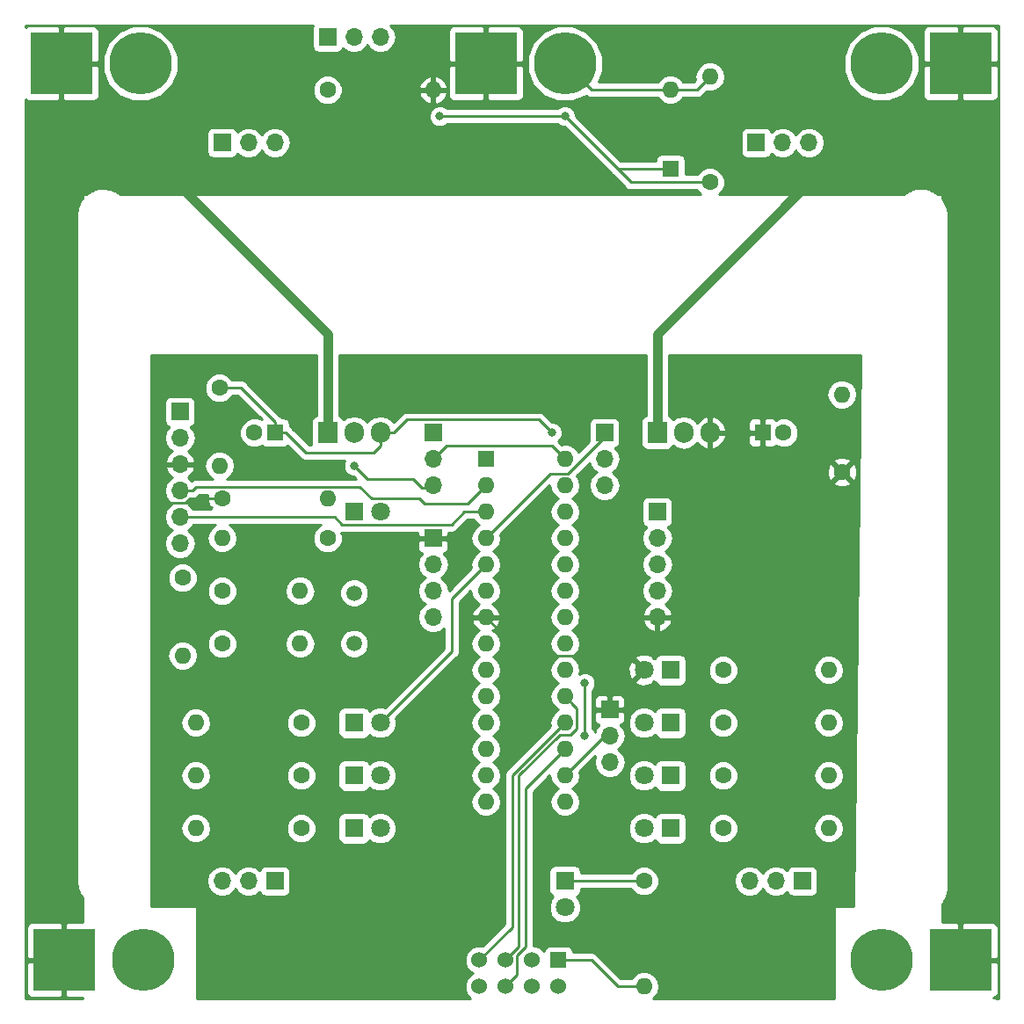
<source format=gbr>
G04 #@! TF.GenerationSoftware,KiCad,Pcbnew,(5.0.2)-1*
G04 #@! TF.CreationDate,2019-02-16T16:56:10-07:00*
G04 #@! TF.ProjectId,Receiver,52656365-6976-4657-922e-6b696361645f,rev?*
G04 #@! TF.SameCoordinates,Original*
G04 #@! TF.FileFunction,Copper,L2,Bot*
G04 #@! TF.FilePolarity,Positive*
%FSLAX46Y46*%
G04 Gerber Fmt 4.6, Leading zero omitted, Abs format (unit mm)*
G04 Created by KiCad (PCBNEW (5.0.2)-1) date 2/16/2019 4:56:10 PM*
%MOMM*%
%LPD*%
G01*
G04 APERTURE LIST*
G04 #@! TA.AperFunction,ComponentPad*
%ADD10C,1.600000*%
G04 #@! TD*
G04 #@! TA.AperFunction,ComponentPad*
%ADD11R,1.600000X1.600000*%
G04 #@! TD*
G04 #@! TA.AperFunction,ComponentPad*
%ADD12O,1.600000X1.600000*%
G04 #@! TD*
G04 #@! TA.AperFunction,ComponentPad*
%ADD13R,1.800000X1.800000*%
G04 #@! TD*
G04 #@! TA.AperFunction,ComponentPad*
%ADD14C,1.800000*%
G04 #@! TD*
G04 #@! TA.AperFunction,ComponentPad*
%ADD15O,1.700000X1.700000*%
G04 #@! TD*
G04 #@! TA.AperFunction,ComponentPad*
%ADD16R,1.700000X1.700000*%
G04 #@! TD*
G04 #@! TA.AperFunction,ComponentPad*
%ADD17C,5.999480*%
G04 #@! TD*
G04 #@! TA.AperFunction,ComponentPad*
%ADD18R,5.999480X5.999480*%
G04 #@! TD*
G04 #@! TA.AperFunction,ComponentPad*
%ADD19R,1.905000X2.000000*%
G04 #@! TD*
G04 #@! TA.AperFunction,ComponentPad*
%ADD20O,1.905000X2.000000*%
G04 #@! TD*
G04 #@! TA.AperFunction,ComponentPad*
%ADD21R,1.524000X1.524000*%
G04 #@! TD*
G04 #@! TA.AperFunction,ComponentPad*
%ADD22C,1.524000*%
G04 #@! TD*
G04 #@! TA.AperFunction,ComponentPad*
%ADD23C,1.500000*%
G04 #@! TD*
G04 #@! TA.AperFunction,ViaPad*
%ADD24C,0.800000*%
G04 #@! TD*
G04 #@! TA.AperFunction,Conductor*
%ADD25C,0.250000*%
G04 #@! TD*
G04 #@! TA.AperFunction,Conductor*
%ADD26C,0.900000*%
G04 #@! TD*
G04 #@! TA.AperFunction,Conductor*
%ADD27C,0.254000*%
G04 #@! TD*
G04 APERTURE END LIST*
D10*
G04 #@! TO.P,C1,2*
G04 #@! TO.N,GND*
X122460000Y-73660000D03*
D11*
G04 #@! TO.P,C1,1*
G04 #@! TO.N,3V3*
X124460000Y-73660000D03*
G04 #@! TD*
G04 #@! TO.P,C2,1*
G04 #@! TO.N,5V*
X171450000Y-73660000D03*
D10*
G04 #@! TO.P,C2,2*
G04 #@! TO.N,GND*
X173450000Y-73660000D03*
G04 #@! TD*
D12*
G04 #@! TO.P,C3,2*
G04 #@! TO.N,GND*
X119126000Y-76842000D03*
D10*
G04 #@! TO.P,C3,1*
G04 #@! TO.N,3V3*
X119126000Y-69342000D03*
G04 #@! TD*
G04 #@! TO.P,C4,1*
G04 #@! TO.N,5V*
X179070000Y-77470000D03*
D12*
G04 #@! TO.P,C4,2*
G04 #@! TO.N,GND*
X179070000Y-69970000D03*
G04 #@! TD*
D10*
G04 #@! TO.P,C5,1*
G04 #@! TO.N,GND*
X119380000Y-88900000D03*
D12*
G04 #@! TO.P,C5,2*
G04 #@! TO.N,Net-(C5-Pad2)*
X126880000Y-88900000D03*
G04 #@! TD*
G04 #@! TO.P,C6,2*
G04 #@! TO.N,Net-(C6-Pad2)*
X126880000Y-93980000D03*
D10*
G04 #@! TO.P,C6,1*
G04 #@! TO.N,GND*
X119380000Y-93980000D03*
G04 #@! TD*
G04 #@! TO.P,C7,1*
G04 #@! TO.N,DTR*
X115570000Y-87630000D03*
D12*
G04 #@! TO.P,C7,2*
G04 #@! TO.N,RST*
X115570000Y-95130000D03*
G04 #@! TD*
D13*
G04 #@! TO.P,D1,1*
G04 #@! TO.N,Net-(D1-Pad1)*
X152400000Y-116840000D03*
D14*
G04 #@! TO.P,D1,2*
G04 #@! TO.N,3V3*
X152400000Y-119380000D03*
G04 #@! TD*
G04 #@! TO.P,D2,2*
G04 #@! TO.N,5V*
X160020000Y-96520000D03*
D13*
G04 #@! TO.P,D2,1*
G04 #@! TO.N,Net-(D2-Pad1)*
X162560000Y-96520000D03*
G04 #@! TD*
D14*
G04 #@! TO.P,D3,2*
G04 #@! TO.N,D10*
X160020000Y-106680000D03*
D13*
G04 #@! TO.P,D3,1*
G04 #@! TO.N,Net-(D3-Pad1)*
X162560000Y-106680000D03*
G04 #@! TD*
G04 #@! TO.P,D4,1*
G04 #@! TO.N,Net-(D4-Pad1)*
X162560000Y-101600000D03*
D14*
G04 #@! TO.P,D4,2*
G04 #@! TO.N,D13*
X160020000Y-101600000D03*
G04 #@! TD*
D13*
G04 #@! TO.P,D5,1*
G04 #@! TO.N,Net-(D5-Pad1)*
X132080000Y-81280000D03*
D14*
G04 #@! TO.P,D5,2*
G04 #@! TO.N,D2*
X134620000Y-81280000D03*
G04 #@! TD*
D13*
G04 #@! TO.P,D6,1*
G04 #@! TO.N,Net-(D6-Pad1)*
X132080000Y-101600000D03*
D14*
G04 #@! TO.P,D6,2*
G04 #@! TO.N,D3*
X134620000Y-101600000D03*
G04 #@! TD*
D13*
G04 #@! TO.P,D7,1*
G04 #@! TO.N,Net-(D7-Pad1)*
X132080000Y-106680000D03*
D14*
G04 #@! TO.P,D7,2*
G04 #@! TO.N,D5*
X134620000Y-106680000D03*
G04 #@! TD*
G04 #@! TO.P,D8,2*
G04 #@! TO.N,D6*
X134620000Y-111760000D03*
D13*
G04 #@! TO.P,D8,1*
G04 #@! TO.N,Net-(D8-Pad1)*
X132080000Y-111760000D03*
G04 #@! TD*
D14*
G04 #@! TO.P,D9,2*
G04 #@! TO.N,D9*
X160020000Y-111760000D03*
D13*
G04 #@! TO.P,D9,1*
G04 #@! TO.N,Net-(D9-Pad1)*
X162560000Y-111760000D03*
G04 #@! TD*
D11*
G04 #@! TO.P,D10,1*
G04 #@! TO.N,Net-(D10-Pad1)*
X162560000Y-48260000D03*
D12*
G04 #@! TO.P,D10,2*
G04 #@! TO.N,Net-(D10-Pad2)*
X162560000Y-40640000D03*
G04 #@! TD*
D15*
G04 #@! TO.P,J1,3*
G04 #@! TO.N,GND*
X124460000Y-45720000D03*
G04 #@! TO.P,J1,2*
G04 #@! TO.N,Net-(J1-Pad2)*
X121920000Y-45720000D03*
D16*
G04 #@! TO.P,J1,1*
G04 #@! TO.N,D3*
X119380000Y-45720000D03*
G04 #@! TD*
G04 #@! TO.P,J2,1*
G04 #@! TO.N,D5*
X170815000Y-45720000D03*
D15*
G04 #@! TO.P,J2,2*
G04 #@! TO.N,Net-(J2-Pad2)*
X173355000Y-45720000D03*
G04 #@! TO.P,J2,3*
G04 #@! TO.N,GND*
X175895000Y-45720000D03*
G04 #@! TD*
G04 #@! TO.P,J3,3*
G04 #@! TO.N,GND*
X119380000Y-116840000D03*
G04 #@! TO.P,J3,2*
G04 #@! TO.N,Net-(J3-Pad2)*
X121920000Y-116840000D03*
D16*
G04 #@! TO.P,J3,1*
G04 #@! TO.N,D6*
X124460000Y-116840000D03*
G04 #@! TD*
G04 #@! TO.P,J4,1*
G04 #@! TO.N,D9*
X175260000Y-116840000D03*
D15*
G04 #@! TO.P,J4,2*
G04 #@! TO.N,Net-(J4-Pad2)*
X172720000Y-116840000D03*
G04 #@! TO.P,J4,3*
G04 #@! TO.N,GND*
X170180000Y-116840000D03*
G04 #@! TD*
D17*
G04 #@! TO.P,J5,2*
G04 #@! TO.N,GND*
X111506000Y-38100000D03*
D18*
G04 #@! TO.P,J5,1*
G04 #@! TO.N,VDD*
X103886000Y-38100000D03*
G04 #@! TD*
G04 #@! TO.P,J6,1*
G04 #@! TO.N,VDD*
X190500000Y-38100000D03*
D17*
G04 #@! TO.P,J6,2*
G04 #@! TO.N,GND*
X182880000Y-38100000D03*
G04 #@! TD*
G04 #@! TO.P,J7,2*
G04 #@! TO.N,GND*
X111760000Y-124460000D03*
D18*
G04 #@! TO.P,J7,1*
G04 #@! TO.N,VDD*
X104140000Y-124460000D03*
G04 #@! TD*
G04 #@! TO.P,J8,1*
G04 #@! TO.N,VDD*
X190500000Y-124460000D03*
D17*
G04 #@! TO.P,J8,2*
G04 #@! TO.N,GND*
X182880000Y-124460000D03*
G04 #@! TD*
D16*
G04 #@! TO.P,J9,1*
G04 #@! TO.N,D2*
X139700000Y-73660000D03*
D15*
G04 #@! TO.P,J9,2*
G04 #@! TO.N,A5*
X139700000Y-76200000D03*
G04 #@! TO.P,J9,3*
G04 #@! TO.N,GND*
X139700000Y-78740000D03*
G04 #@! TD*
G04 #@! TO.P,J10,3*
G04 #@! TO.N,GND*
X156210000Y-78740000D03*
G04 #@! TO.P,J10,2*
G04 #@! TO.N,A4*
X156210000Y-76200000D03*
D16*
G04 #@! TO.P,J10,1*
G04 #@! TO.N,D2*
X156210000Y-73660000D03*
G04 #@! TD*
G04 #@! TO.P,J11,1*
G04 #@! TO.N,GND*
X115316000Y-71628000D03*
D15*
G04 #@! TO.P,J11,2*
G04 #@! TO.N,Net-(J11-Pad2)*
X115316000Y-74168000D03*
G04 #@! TO.P,J11,3*
G04 #@! TO.N,5V*
X115316000Y-76708000D03*
G04 #@! TO.P,J11,4*
G04 #@! TO.N,RX*
X115316000Y-79248000D03*
G04 #@! TO.P,J11,5*
G04 #@! TO.N,TX*
X115316000Y-81788000D03*
G04 #@! TO.P,J11,6*
G04 #@! TO.N,DTR*
X115316000Y-84328000D03*
G04 #@! TD*
D16*
G04 #@! TO.P,J12,1*
G04 #@! TO.N,5V*
X139700000Y-83820000D03*
D15*
G04 #@! TO.P,J12,2*
G04 #@! TO.N,D2*
X139700000Y-86360000D03*
G04 #@! TO.P,J12,3*
G04 #@! TO.N,D4*
X139700000Y-88900000D03*
G04 #@! TO.P,J12,4*
G04 #@! TO.N,GND*
X139700000Y-91440000D03*
G04 #@! TD*
D18*
G04 #@! TO.P,J13,1*
G04 #@! TO.N,VDD*
X144780000Y-38100000D03*
D17*
G04 #@! TO.P,J13,2*
G04 #@! TO.N,Net-(D10-Pad2)*
X152400000Y-38100000D03*
G04 #@! TD*
D16*
G04 #@! TO.P,J14,1*
G04 #@! TO.N,5V*
X156718000Y-100330000D03*
D15*
G04 #@! TO.P,J14,2*
G04 #@! TO.N,D10*
X156718000Y-102870000D03*
G04 #@! TO.P,J14,3*
G04 #@! TO.N,GND*
X156718000Y-105410000D03*
G04 #@! TD*
D16*
G04 #@! TO.P,J15,1*
G04 #@! TO.N,GND*
X161290000Y-81280000D03*
D15*
G04 #@! TO.P,J15,2*
G04 #@! TO.N,A2*
X161290000Y-83820000D03*
G04 #@! TO.P,J15,3*
G04 #@! TO.N,A1*
X161290000Y-86360000D03*
G04 #@! TO.P,J15,4*
G04 #@! TO.N,A0*
X161290000Y-88900000D03*
G04 #@! TO.P,J15,5*
G04 #@! TO.N,5V*
X161290000Y-91440000D03*
G04 #@! TD*
D12*
G04 #@! TO.P,R1,2*
G04 #@! TO.N,GND*
X160020000Y-127000000D03*
D10*
G04 #@! TO.P,R1,1*
G04 #@! TO.N,Net-(D1-Pad1)*
X160020000Y-116840000D03*
G04 #@! TD*
G04 #@! TO.P,R2,1*
G04 #@! TO.N,Net-(D2-Pad1)*
X167640000Y-96520000D03*
D12*
G04 #@! TO.P,R2,2*
G04 #@! TO.N,GND*
X177800000Y-96520000D03*
G04 #@! TD*
D10*
G04 #@! TO.P,R3,1*
G04 #@! TO.N,Net-(D3-Pad1)*
X167640000Y-106680000D03*
D12*
G04 #@! TO.P,R3,2*
G04 #@! TO.N,GND*
X177800000Y-106680000D03*
G04 #@! TD*
D10*
G04 #@! TO.P,R4,1*
G04 #@! TO.N,Net-(D4-Pad1)*
X167640000Y-101600000D03*
D12*
G04 #@! TO.P,R4,2*
G04 #@! TO.N,GND*
X177800000Y-101600000D03*
G04 #@! TD*
G04 #@! TO.P,R5,2*
G04 #@! TO.N,GND*
X119380000Y-83820000D03*
D10*
G04 #@! TO.P,R5,1*
G04 #@! TO.N,Net-(D5-Pad1)*
X129540000Y-83820000D03*
G04 #@! TD*
G04 #@! TO.P,R6,1*
G04 #@! TO.N,Net-(D6-Pad1)*
X127000000Y-101600000D03*
D12*
G04 #@! TO.P,R6,2*
G04 #@! TO.N,GND*
X116840000Y-101600000D03*
G04 #@! TD*
D10*
G04 #@! TO.P,R7,1*
G04 #@! TO.N,Net-(D7-Pad1)*
X127000000Y-106680000D03*
D12*
G04 #@! TO.P,R7,2*
G04 #@! TO.N,GND*
X116840000Y-106680000D03*
G04 #@! TD*
G04 #@! TO.P,R8,2*
G04 #@! TO.N,GND*
X116840000Y-111760000D03*
D10*
G04 #@! TO.P,R8,1*
G04 #@! TO.N,Net-(D8-Pad1)*
X127000000Y-111760000D03*
G04 #@! TD*
D12*
G04 #@! TO.P,R9,2*
G04 #@! TO.N,GND*
X177800000Y-111760000D03*
D10*
G04 #@! TO.P,R9,1*
G04 #@! TO.N,Net-(D9-Pad1)*
X167640000Y-111760000D03*
G04 #@! TD*
G04 #@! TO.P,R10,1*
G04 #@! TO.N,5V*
X119380000Y-80010000D03*
D12*
G04 #@! TO.P,R10,2*
G04 #@! TO.N,RST*
X129540000Y-80010000D03*
G04 #@! TD*
G04 #@! TO.P,R11,2*
G04 #@! TO.N,VDD*
X139700000Y-40640000D03*
D10*
G04 #@! TO.P,R11,1*
G04 #@! TO.N,Net-(R11-Pad1)*
X129540000Y-40640000D03*
G04 #@! TD*
D12*
G04 #@! TO.P,R12,2*
G04 #@! TO.N,Net-(D10-Pad2)*
X166370000Y-39370000D03*
D10*
G04 #@! TO.P,R12,1*
G04 #@! TO.N,Net-(D10-Pad1)*
X166370000Y-49530000D03*
G04 #@! TD*
D15*
G04 #@! TO.P,SW1,3*
G04 #@! TO.N,Net-(D10-Pad1)*
X134620000Y-35560000D03*
G04 #@! TO.P,SW1,2*
G04 #@! TO.N,Net-(R11-Pad1)*
X132080000Y-35560000D03*
D16*
G04 #@! TO.P,SW1,1*
G04 #@! TO.N,Net-(SW1-Pad1)*
X129540000Y-35560000D03*
G04 #@! TD*
D19*
G04 #@! TO.P,U1,1*
G04 #@! TO.N,VDD*
X129540000Y-73660000D03*
D20*
G04 #@! TO.P,U1,2*
G04 #@! TO.N,GND*
X132080000Y-73660000D03*
G04 #@! TO.P,U1,3*
G04 #@! TO.N,3V3*
X134620000Y-73660000D03*
G04 #@! TD*
G04 #@! TO.P,U2,3*
G04 #@! TO.N,5V*
X166370000Y-73660000D03*
G04 #@! TO.P,U2,2*
G04 #@! TO.N,GND*
X163830000Y-73660000D03*
D19*
G04 #@! TO.P,U2,1*
G04 #@! TO.N,VDD*
X161290000Y-73660000D03*
G04 #@! TD*
D11*
G04 #@! TO.P,U3,1*
G04 #@! TO.N,RST*
X144780000Y-76200000D03*
D12*
G04 #@! TO.P,U3,15*
G04 #@! TO.N,D9*
X152400000Y-109220000D03*
G04 #@! TO.P,U3,2*
G04 #@! TO.N,RX*
X144780000Y-78740000D03*
G04 #@! TO.P,U3,16*
G04 #@! TO.N,D10*
X152400000Y-106680000D03*
G04 #@! TO.P,U3,3*
G04 #@! TO.N,TX*
X144780000Y-81280000D03*
G04 #@! TO.P,U3,17*
G04 #@! TO.N,D11*
X152400000Y-104140000D03*
G04 #@! TO.P,U3,4*
G04 #@! TO.N,D2*
X144780000Y-83820000D03*
G04 #@! TO.P,U3,18*
G04 #@! TO.N,D12*
X152400000Y-101600000D03*
G04 #@! TO.P,U3,5*
G04 #@! TO.N,D3*
X144780000Y-86360000D03*
G04 #@! TO.P,U3,19*
G04 #@! TO.N,D13*
X152400000Y-99060000D03*
G04 #@! TO.P,U3,6*
G04 #@! TO.N,D4*
X144780000Y-88900000D03*
G04 #@! TO.P,U3,20*
G04 #@! TO.N,AVCC*
X152400000Y-96520000D03*
G04 #@! TO.P,U3,7*
G04 #@! TO.N,5V*
X144780000Y-91440000D03*
G04 #@! TO.P,U3,21*
G04 #@! TO.N,AREF*
X152400000Y-93980000D03*
G04 #@! TO.P,U3,8*
G04 #@! TO.N,GND*
X144780000Y-93980000D03*
G04 #@! TO.P,U3,22*
X152400000Y-91440000D03*
G04 #@! TO.P,U3,9*
G04 #@! TO.N,Net-(C5-Pad2)*
X144780000Y-96520000D03*
G04 #@! TO.P,U3,23*
G04 #@! TO.N,A0*
X152400000Y-88900000D03*
G04 #@! TO.P,U3,10*
G04 #@! TO.N,Net-(C6-Pad2)*
X144780000Y-99060000D03*
G04 #@! TO.P,U3,24*
G04 #@! TO.N,A1*
X152400000Y-86360000D03*
G04 #@! TO.P,U3,11*
G04 #@! TO.N,D5*
X144780000Y-101600000D03*
G04 #@! TO.P,U3,25*
G04 #@! TO.N,A2*
X152400000Y-83820000D03*
G04 #@! TO.P,U3,12*
G04 #@! TO.N,D6*
X144780000Y-104140000D03*
G04 #@! TO.P,U3,26*
G04 #@! TO.N,A3*
X152400000Y-81280000D03*
G04 #@! TO.P,U3,13*
G04 #@! TO.N,D7*
X144780000Y-106680000D03*
G04 #@! TO.P,U3,27*
G04 #@! TO.N,A4*
X152400000Y-78740000D03*
G04 #@! TO.P,U3,14*
G04 #@! TO.N,D8*
X144780000Y-109220000D03*
G04 #@! TO.P,U3,28*
G04 #@! TO.N,A5*
X152400000Y-76200000D03*
G04 #@! TD*
D21*
G04 #@! TO.P,U4,1*
G04 #@! TO.N,GND*
X151765000Y-124460000D03*
D22*
G04 #@! TO.P,U4,2*
G04 #@! TO.N,3V3*
X151765000Y-127000000D03*
G04 #@! TO.P,U4,3*
G04 #@! TO.N,D7*
X149225000Y-124460000D03*
G04 #@! TO.P,U4,4*
G04 #@! TO.N,Net-(U4-Pad4)*
X149225000Y-127000000D03*
G04 #@! TO.P,U4,5*
G04 #@! TO.N,D13*
X146685000Y-124460000D03*
G04 #@! TO.P,U4,6*
G04 #@! TO.N,D11*
X146685000Y-127000000D03*
G04 #@! TO.P,U4,7*
G04 #@! TO.N,D12*
X144145000Y-124460000D03*
G04 #@! TO.P,U4,8*
G04 #@! TO.N,D8*
X144145000Y-127000000D03*
G04 #@! TD*
D23*
G04 #@! TO.P,Y1,1*
G04 #@! TO.N,Net-(C6-Pad2)*
X132080000Y-93980000D03*
G04 #@! TO.P,Y1,2*
G04 #@! TO.N,Net-(C5-Pad2)*
X132080000Y-89100000D03*
G04 #@! TD*
D24*
G04 #@! TO.N,GND*
X154305000Y-97790000D03*
X154305000Y-102870000D03*
X132080000Y-76835000D03*
G04 #@! TO.N,3V3*
X151130000Y-73660000D03*
G04 #@! TO.N,Net-(D10-Pad1)*
X152400000Y-43180000D03*
X140335000Y-43180000D03*
G04 #@! TD*
D25*
G04 #@! TO.N,GND*
X154305000Y-102870000D02*
X154305000Y-102870000D01*
X157480000Y-127000000D02*
X160020000Y-127000000D01*
X154940000Y-124460000D02*
X151765000Y-124460000D01*
X157480000Y-127000000D02*
X154940000Y-124460000D01*
X154305000Y-97790000D02*
X154305000Y-97790000D01*
X154305000Y-102870000D02*
X154305000Y-97790000D01*
X132080000Y-76835000D02*
X132080000Y-76835000D01*
X139480010Y-78959990D02*
X139700000Y-78740000D01*
X138649990Y-78959990D02*
X139480010Y-78959990D01*
X137795000Y-78105000D02*
X138649990Y-78959990D01*
X133350000Y-78105000D02*
X137795000Y-78105000D01*
X132080000Y-76835000D02*
X133350000Y-78105000D01*
G04 #@! TO.N,3V3*
X125510000Y-73660000D02*
X124460000Y-73660000D01*
X127435010Y-75585010D02*
X125510000Y-73660000D01*
X133944990Y-75585010D02*
X127435010Y-75585010D01*
X134620000Y-74910000D02*
X133944990Y-75585010D01*
X134620000Y-73660000D02*
X134620000Y-74910000D01*
X149880000Y-72410000D02*
X151130000Y-73660000D01*
X137180000Y-72410000D02*
X149880000Y-72410000D01*
X134620000Y-73660000D02*
X135930000Y-73660000D01*
X135930000Y-73660000D02*
X137180000Y-72410000D01*
X121192000Y-69342000D02*
X119126000Y-69342000D01*
X124460000Y-73660000D02*
X124460000Y-72610000D01*
X124460000Y-72610000D02*
X121192000Y-69342000D01*
G04 #@! TO.N,5V*
X159120001Y-95620001D02*
X160020000Y-96520000D01*
X158605001Y-95105001D02*
X159120001Y-95620001D01*
X148445001Y-95105001D02*
X158605001Y-95105001D01*
X144780000Y-91440000D02*
X148445001Y-95105001D01*
X115880001Y-80423001D02*
X113443001Y-80423001D01*
X119380000Y-80010000D02*
X116293002Y-80010000D01*
X116293002Y-80010000D02*
X115880001Y-80423001D01*
X113443001Y-80423001D02*
X113030000Y-80010000D01*
G04 #@! TO.N,Net-(D1-Pad1)*
X152400000Y-116840000D02*
X160020000Y-116840000D01*
G04 #@! TO.N,D10*
X156210000Y-102870000D02*
X156718000Y-102870000D01*
X152400000Y-106680000D02*
X156210000Y-102870000D01*
G04 #@! TO.N,D13*
X153525001Y-100185001D02*
X153199999Y-99859999D01*
X147955000Y-123190000D02*
X147955000Y-106681410D01*
X153199999Y-99859999D02*
X152400000Y-99060000D01*
X147955000Y-106681410D02*
X151911409Y-102725001D01*
X151911409Y-102725001D02*
X152940001Y-102725001D01*
X152940001Y-102725001D02*
X153525001Y-102140001D01*
X153525001Y-102140001D02*
X153525001Y-100185001D01*
X146685000Y-124460000D02*
X147955000Y-123190000D01*
G04 #@! TO.N,D2*
X145579999Y-83020001D02*
X144780000Y-83820000D01*
X150985001Y-77614999D02*
X145579999Y-83020001D01*
X152650003Y-77614999D02*
X150985001Y-77614999D01*
X156210000Y-74055002D02*
X152650003Y-77614999D01*
X156210000Y-73660000D02*
X156210000Y-74055002D01*
G04 #@! TO.N,D3*
X135519999Y-100700001D02*
X134620000Y-101600000D01*
X141475001Y-94744999D02*
X135519999Y-100700001D01*
X141475001Y-89664999D02*
X141475001Y-94744999D01*
X144780000Y-86360000D02*
X141475001Y-89664999D01*
G04 #@! TO.N,Net-(D10-Pad1)*
X152400000Y-43180000D02*
X140335000Y-43180000D01*
X158750000Y-49530000D02*
X152400000Y-43180000D01*
X166370000Y-49530000D02*
X158750000Y-49530000D01*
X157480000Y-48260000D02*
X152400000Y-43180000D01*
X162560000Y-48260000D02*
X157480000Y-48260000D01*
X140335000Y-43180000D02*
X140278998Y-43180000D01*
G04 #@! TO.N,Net-(D10-Pad2)*
X154940000Y-40640000D02*
X152400000Y-38100000D01*
X162560000Y-40640000D02*
X154940000Y-40640000D01*
X165100000Y-40640000D02*
X166370000Y-39370000D01*
X162560000Y-40640000D02*
X165100000Y-40640000D01*
D26*
G04 #@! TO.N,VDD*
X161290000Y-73660000D02*
X161290000Y-66040000D01*
X129540000Y-73660000D02*
X129540000Y-71760000D01*
X129540000Y-71760000D02*
X129540000Y-64770000D01*
X129540000Y-64770000D02*
X129540000Y-64135000D01*
X129540000Y-64135000D02*
X127000000Y-61595000D01*
X161290000Y-66040000D02*
X161290000Y-64135000D01*
X161290000Y-64135000D02*
X163830000Y-61595000D01*
X163830000Y-61595000D02*
X172720000Y-52705000D01*
X172720000Y-52705000D02*
X175895000Y-49530000D01*
X127000000Y-61595000D02*
X114935000Y-49530000D01*
D25*
G04 #@! TO.N,A5*
X139700000Y-76200000D02*
X140970000Y-74930000D01*
X151130000Y-74930000D02*
X152400000Y-76200000D01*
X140970000Y-74930000D02*
X151130000Y-74930000D01*
G04 #@! TO.N,RX*
X138342998Y-80010000D02*
X138850998Y-80518000D01*
X133770062Y-80010000D02*
X138342998Y-80010000D01*
X132645061Y-78884999D02*
X133770062Y-80010000D01*
X116881082Y-78884999D02*
X132645061Y-78884999D01*
X115316000Y-79248000D02*
X116518081Y-79248000D01*
X116518081Y-79248000D02*
X116881082Y-78884999D01*
X143002000Y-80518000D02*
X144780000Y-78740000D01*
X138850998Y-80518000D02*
X143002000Y-80518000D01*
G04 #@! TO.N,TX*
X142690009Y-81280000D02*
X144780000Y-81280000D01*
X141465008Y-82505001D02*
X142690009Y-81280000D01*
X130919999Y-82505001D02*
X141465008Y-82505001D01*
X115316000Y-81788000D02*
X130202998Y-81788000D01*
X130202998Y-81788000D02*
X130919999Y-82505001D01*
G04 #@! TO.N,D11*
X152400000Y-104140000D02*
X148590000Y-107950000D01*
X147446999Y-126238001D02*
X146685000Y-127000000D01*
X147772001Y-125912999D02*
X147446999Y-126238001D01*
X147772001Y-124009409D02*
X147772001Y-125912999D01*
X148590000Y-123191410D02*
X147772001Y-124009409D01*
X148590000Y-107950000D02*
X148590000Y-123191410D01*
G04 #@! TO.N,D12*
X144145000Y-124460000D02*
X147320000Y-121285000D01*
X147320000Y-106680000D02*
X152400000Y-101600000D01*
X147320000Y-121285000D02*
X147320000Y-106680000D01*
G04 #@! TD*
D27*
G04 #@! TO.N,VDD*
G36*
X128091843Y-34462235D02*
X128042560Y-34710000D01*
X128042560Y-36410000D01*
X128091843Y-36657765D01*
X128232191Y-36867809D01*
X128442235Y-37008157D01*
X128690000Y-37057440D01*
X130390000Y-37057440D01*
X130637765Y-37008157D01*
X130847809Y-36867809D01*
X130988157Y-36657765D01*
X130997184Y-36612381D01*
X131009375Y-36630625D01*
X131500582Y-36958839D01*
X131933744Y-37045000D01*
X132226256Y-37045000D01*
X132659418Y-36958839D01*
X133150625Y-36630625D01*
X133350000Y-36332239D01*
X133549375Y-36630625D01*
X134040582Y-36958839D01*
X134473744Y-37045000D01*
X134766256Y-37045000D01*
X135199418Y-36958839D01*
X135690625Y-36630625D01*
X136018839Y-36139418D01*
X136134092Y-35560000D01*
X136018839Y-34980582D01*
X136014408Y-34973950D01*
X141145260Y-34973950D01*
X141145260Y-37814250D01*
X141304010Y-37973000D01*
X144653000Y-37973000D01*
X144653000Y-34624010D01*
X144907000Y-34624010D01*
X144907000Y-37973000D01*
X148255990Y-37973000D01*
X148414740Y-37814250D01*
X148414740Y-37377005D01*
X148765260Y-37377005D01*
X148765260Y-38822995D01*
X149318616Y-40158915D01*
X150341085Y-41181384D01*
X151677005Y-41734740D01*
X153122995Y-41734740D01*
X154411604Y-41200981D01*
X154455524Y-41230327D01*
X154455526Y-41230329D01*
X154580902Y-41314102D01*
X154643463Y-41355904D01*
X154865148Y-41400000D01*
X154865152Y-41400000D01*
X154939999Y-41414888D01*
X155014846Y-41400000D01*
X161341957Y-41400000D01*
X161525423Y-41674577D01*
X162000091Y-41991740D01*
X162418667Y-42075000D01*
X162701333Y-42075000D01*
X163119909Y-41991740D01*
X163594577Y-41674577D01*
X163778043Y-41400000D01*
X165025153Y-41400000D01*
X165100000Y-41414888D01*
X165174847Y-41400000D01*
X165174852Y-41400000D01*
X165396537Y-41355904D01*
X165647929Y-41187929D01*
X165690331Y-41124470D01*
X166046114Y-40768688D01*
X166228667Y-40805000D01*
X166511333Y-40805000D01*
X166929909Y-40721740D01*
X167404577Y-40404577D01*
X167721740Y-39929909D01*
X167833113Y-39370000D01*
X167721740Y-38810091D01*
X167404577Y-38335423D01*
X166929909Y-38018260D01*
X166511333Y-37935000D01*
X166228667Y-37935000D01*
X165810091Y-38018260D01*
X165335423Y-38335423D01*
X165018260Y-38810091D01*
X164906887Y-39370000D01*
X164971312Y-39693887D01*
X164785199Y-39880000D01*
X163778043Y-39880000D01*
X163594577Y-39605423D01*
X163119909Y-39288260D01*
X162701333Y-39205000D01*
X162418667Y-39205000D01*
X162000091Y-39288260D01*
X161525423Y-39605423D01*
X161341957Y-39880000D01*
X155596914Y-39880000D01*
X156034740Y-38822995D01*
X156034740Y-37377005D01*
X179245260Y-37377005D01*
X179245260Y-38822995D01*
X179798616Y-40158915D01*
X180821085Y-41181384D01*
X182157005Y-41734740D01*
X183602995Y-41734740D01*
X184938915Y-41181384D01*
X185961384Y-40158915D01*
X186514740Y-38822995D01*
X186514740Y-38385750D01*
X186865260Y-38385750D01*
X186865260Y-41226050D01*
X186961933Y-41459439D01*
X187140562Y-41638067D01*
X187373951Y-41734740D01*
X190214250Y-41734740D01*
X190373000Y-41575990D01*
X190373000Y-38227000D01*
X190627000Y-38227000D01*
X190627000Y-41575990D01*
X190785750Y-41734740D01*
X193626049Y-41734740D01*
X193859438Y-41638067D01*
X194038067Y-41459439D01*
X194134740Y-41226050D01*
X194134740Y-38385750D01*
X193975990Y-38227000D01*
X190627000Y-38227000D01*
X190373000Y-38227000D01*
X187024010Y-38227000D01*
X186865260Y-38385750D01*
X186514740Y-38385750D01*
X186514740Y-37377005D01*
X185961384Y-36041085D01*
X184938915Y-35018616D01*
X184831082Y-34973950D01*
X186865260Y-34973950D01*
X186865260Y-37814250D01*
X187024010Y-37973000D01*
X190373000Y-37973000D01*
X190373000Y-34624010D01*
X190627000Y-34624010D01*
X190627000Y-37973000D01*
X193975990Y-37973000D01*
X194134740Y-37814250D01*
X194134740Y-34973950D01*
X194038067Y-34740561D01*
X193859438Y-34561933D01*
X193626049Y-34465260D01*
X190785750Y-34465260D01*
X190627000Y-34624010D01*
X190373000Y-34624010D01*
X190214250Y-34465260D01*
X187373951Y-34465260D01*
X187140562Y-34561933D01*
X186961933Y-34740561D01*
X186865260Y-34973950D01*
X184831082Y-34973950D01*
X183602995Y-34465260D01*
X182157005Y-34465260D01*
X180821085Y-35018616D01*
X179798616Y-36041085D01*
X179245260Y-37377005D01*
X156034740Y-37377005D01*
X155481384Y-36041085D01*
X154458915Y-35018616D01*
X153122995Y-34465260D01*
X151677005Y-34465260D01*
X150341085Y-35018616D01*
X149318616Y-36041085D01*
X148765260Y-37377005D01*
X148414740Y-37377005D01*
X148414740Y-34973950D01*
X148318067Y-34740561D01*
X148139438Y-34561933D01*
X147906049Y-34465260D01*
X145065750Y-34465260D01*
X144907000Y-34624010D01*
X144653000Y-34624010D01*
X144494250Y-34465260D01*
X141653951Y-34465260D01*
X141420562Y-34561933D01*
X141241933Y-34740561D01*
X141145260Y-34973950D01*
X136014408Y-34973950D01*
X135690625Y-34489375D01*
X135582308Y-34417000D01*
X194183000Y-34417000D01*
X194183000Y-128128108D01*
X193680331Y-128072256D01*
X193859438Y-127998067D01*
X194038067Y-127819439D01*
X194134740Y-127586050D01*
X194134740Y-124745750D01*
X193975990Y-124587000D01*
X190627000Y-124587000D01*
X190627000Y-124607000D01*
X190373000Y-124607000D01*
X190373000Y-124587000D01*
X190353000Y-124587000D01*
X190353000Y-124333000D01*
X190373000Y-124333000D01*
X190373000Y-120984010D01*
X190627000Y-120984010D01*
X190627000Y-124333000D01*
X193975990Y-124333000D01*
X194134740Y-124174250D01*
X194134740Y-121333950D01*
X194038067Y-121100561D01*
X193859438Y-120921933D01*
X193626049Y-120825260D01*
X190785750Y-120825260D01*
X190627000Y-120984010D01*
X190373000Y-120984010D01*
X190214250Y-120825260D01*
X188722000Y-120825260D01*
X188722000Y-119093341D01*
X188832743Y-118964818D01*
X188884669Y-118883623D01*
X188937563Y-118803100D01*
X188941201Y-118795226D01*
X189164758Y-118303538D01*
X189191805Y-118211044D01*
X189219976Y-118118902D01*
X189221258Y-118110323D01*
X189295106Y-117594666D01*
X189305000Y-117544926D01*
X189305000Y-52635074D01*
X189297687Y-52598309D01*
X189297687Y-52581074D01*
X189296405Y-52572495D01*
X189213308Y-52038800D01*
X189185136Y-51946655D01*
X189158090Y-51854163D01*
X189154453Y-51846293D01*
X189154452Y-51846290D01*
X189154450Y-51846287D01*
X188924903Y-51357369D01*
X188872017Y-51276857D01*
X188820084Y-51195652D01*
X188814381Y-51189115D01*
X188722000Y-51084514D01*
X188722000Y-50800000D01*
X188712333Y-50751399D01*
X188684803Y-50710197D01*
X188643601Y-50682667D01*
X188595000Y-50673000D01*
X188327491Y-50673000D01*
X188310843Y-50658477D01*
X188303535Y-50653804D01*
X188303536Y-50653804D01*
X188303532Y-50653802D01*
X187846737Y-50365585D01*
X187758794Y-50326246D01*
X187671303Y-50285819D01*
X187662980Y-50283386D01*
X187662978Y-50283385D01*
X187662976Y-50283385D01*
X187143645Y-50134959D01*
X187048184Y-50121882D01*
X186952874Y-50107638D01*
X186944200Y-50107638D01*
X186404085Y-50110938D01*
X186308715Y-50125191D01*
X186213316Y-50138259D01*
X186204992Y-50140693D01*
X186204990Y-50140693D01*
X186204988Y-50140694D01*
X185687512Y-50295452D01*
X185599995Y-50335890D01*
X185512078Y-50375217D01*
X185504770Y-50379890D01*
X185052558Y-50673000D01*
X167256396Y-50673000D01*
X167586534Y-50342862D01*
X167805000Y-49815439D01*
X167805000Y-49244561D01*
X167586534Y-48717138D01*
X167182862Y-48313466D01*
X166655439Y-48095000D01*
X166084561Y-48095000D01*
X165557138Y-48313466D01*
X165153466Y-48717138D01*
X165131570Y-48770000D01*
X164007440Y-48770000D01*
X164007440Y-47460000D01*
X163958157Y-47212235D01*
X163817809Y-47002191D01*
X163607765Y-46861843D01*
X163360000Y-46812560D01*
X161760000Y-46812560D01*
X161512235Y-46861843D01*
X161302191Y-47002191D01*
X161161843Y-47212235D01*
X161112560Y-47460000D01*
X161112560Y-47500000D01*
X157794802Y-47500000D01*
X156014802Y-45720000D01*
X155164802Y-44870000D01*
X169317560Y-44870000D01*
X169317560Y-46570000D01*
X169366843Y-46817765D01*
X169507191Y-47027809D01*
X169717235Y-47168157D01*
X169965000Y-47217440D01*
X171665000Y-47217440D01*
X171912765Y-47168157D01*
X172122809Y-47027809D01*
X172263157Y-46817765D01*
X172272184Y-46772381D01*
X172284375Y-46790625D01*
X172775582Y-47118839D01*
X173208744Y-47205000D01*
X173501256Y-47205000D01*
X173934418Y-47118839D01*
X174425625Y-46790625D01*
X174625000Y-46492239D01*
X174824375Y-46790625D01*
X175315582Y-47118839D01*
X175748744Y-47205000D01*
X176041256Y-47205000D01*
X176474418Y-47118839D01*
X176965625Y-46790625D01*
X177293839Y-46299418D01*
X177409092Y-45720000D01*
X177293839Y-45140582D01*
X176965625Y-44649375D01*
X176474418Y-44321161D01*
X176041256Y-44235000D01*
X175748744Y-44235000D01*
X175315582Y-44321161D01*
X174824375Y-44649375D01*
X174625000Y-44947761D01*
X174425625Y-44649375D01*
X173934418Y-44321161D01*
X173501256Y-44235000D01*
X173208744Y-44235000D01*
X172775582Y-44321161D01*
X172284375Y-44649375D01*
X172272184Y-44667619D01*
X172263157Y-44622235D01*
X172122809Y-44412191D01*
X171912765Y-44271843D01*
X171665000Y-44222560D01*
X169965000Y-44222560D01*
X169717235Y-44271843D01*
X169507191Y-44412191D01*
X169366843Y-44622235D01*
X169317560Y-44870000D01*
X155164802Y-44870000D01*
X153435000Y-43140199D01*
X153435000Y-42974126D01*
X153277431Y-42593720D01*
X152986280Y-42302569D01*
X152605874Y-42145000D01*
X152194126Y-42145000D01*
X151813720Y-42302569D01*
X151696289Y-42420000D01*
X141038711Y-42420000D01*
X140921280Y-42302569D01*
X140540874Y-42145000D01*
X140129126Y-42145000D01*
X139748720Y-42302569D01*
X139457569Y-42593720D01*
X139300000Y-42974126D01*
X139300000Y-43385874D01*
X139457569Y-43766280D01*
X139748720Y-44057431D01*
X140129126Y-44215000D01*
X140540874Y-44215000D01*
X140921280Y-44057431D01*
X141038711Y-43940000D01*
X151696289Y-43940000D01*
X151813720Y-44057431D01*
X152194126Y-44215000D01*
X152360199Y-44215000D01*
X156889671Y-48744472D01*
X156932071Y-48807929D01*
X156995528Y-48850329D01*
X158159671Y-50014473D01*
X158202071Y-50077929D01*
X158453463Y-50245904D01*
X158675148Y-50290000D01*
X158675152Y-50290000D01*
X158749999Y-50304888D01*
X158824846Y-50290000D01*
X165131570Y-50290000D01*
X165153466Y-50342862D01*
X165483604Y-50673000D01*
X109568340Y-50673000D01*
X109439817Y-50562257D01*
X109358642Y-50510343D01*
X109278100Y-50457437D01*
X109270230Y-50453801D01*
X109270227Y-50453799D01*
X109270224Y-50453798D01*
X108778538Y-50230242D01*
X108686034Y-50203192D01*
X108593902Y-50175024D01*
X108585325Y-50173742D01*
X108585323Y-50173742D01*
X108050653Y-50097171D01*
X107978233Y-50097171D01*
X107906036Y-50091362D01*
X107897382Y-50091952D01*
X107615805Y-50112877D01*
X107545060Y-50128431D01*
X107473316Y-50138259D01*
X107464991Y-50140693D01*
X106947512Y-50295452D01*
X106859995Y-50335890D01*
X106772078Y-50375217D01*
X106764770Y-50379890D01*
X106312558Y-50673000D01*
X106045000Y-50673000D01*
X105996399Y-50682667D01*
X105955197Y-50710197D01*
X105927667Y-50751399D01*
X105918000Y-50800000D01*
X105918000Y-51086660D01*
X105807257Y-51215183D01*
X105755343Y-51296358D01*
X105702437Y-51376900D01*
X105698799Y-51384774D01*
X105475242Y-51876462D01*
X105448192Y-51968966D01*
X105420024Y-52061098D01*
X105418742Y-52069677D01*
X105344893Y-52585337D01*
X105335000Y-52635075D01*
X105335001Y-116909926D01*
X105342313Y-116946686D01*
X105342313Y-116963926D01*
X105343595Y-116972505D01*
X105426692Y-117506199D01*
X105454857Y-117598322D01*
X105481910Y-117690837D01*
X105485549Y-117698711D01*
X105715097Y-118187631D01*
X105767995Y-118268160D01*
X105819916Y-118349348D01*
X105825618Y-118355884D01*
X105918000Y-118460487D01*
X105918000Y-120825260D01*
X104425750Y-120825260D01*
X104267000Y-120984010D01*
X104267000Y-124333000D01*
X104287000Y-124333000D01*
X104287000Y-124587000D01*
X104267000Y-124587000D01*
X104267000Y-127935990D01*
X104425750Y-128094740D01*
X105918000Y-128094740D01*
X105918000Y-128143000D01*
X100457000Y-128143000D01*
X100457000Y-124745750D01*
X100505260Y-124745750D01*
X100505260Y-127586050D01*
X100601933Y-127819439D01*
X100780562Y-127998067D01*
X101013951Y-128094740D01*
X103854250Y-128094740D01*
X104013000Y-127935990D01*
X104013000Y-124587000D01*
X100664010Y-124587000D01*
X100505260Y-124745750D01*
X100457000Y-124745750D01*
X100457000Y-121333950D01*
X100505260Y-121333950D01*
X100505260Y-124174250D01*
X100664010Y-124333000D01*
X104013000Y-124333000D01*
X104013000Y-120984010D01*
X103854250Y-120825260D01*
X101013951Y-120825260D01*
X100780562Y-120921933D01*
X100601933Y-121100561D01*
X100505260Y-121333950D01*
X100457000Y-121333950D01*
X100457000Y-44870000D01*
X117882560Y-44870000D01*
X117882560Y-46570000D01*
X117931843Y-46817765D01*
X118072191Y-47027809D01*
X118282235Y-47168157D01*
X118530000Y-47217440D01*
X120230000Y-47217440D01*
X120477765Y-47168157D01*
X120687809Y-47027809D01*
X120828157Y-46817765D01*
X120837184Y-46772381D01*
X120849375Y-46790625D01*
X121340582Y-47118839D01*
X121773744Y-47205000D01*
X122066256Y-47205000D01*
X122499418Y-47118839D01*
X122990625Y-46790625D01*
X123190000Y-46492239D01*
X123389375Y-46790625D01*
X123880582Y-47118839D01*
X124313744Y-47205000D01*
X124606256Y-47205000D01*
X125039418Y-47118839D01*
X125530625Y-46790625D01*
X125858839Y-46299418D01*
X125974092Y-45720000D01*
X125858839Y-45140582D01*
X125530625Y-44649375D01*
X125039418Y-44321161D01*
X124606256Y-44235000D01*
X124313744Y-44235000D01*
X123880582Y-44321161D01*
X123389375Y-44649375D01*
X123190000Y-44947761D01*
X122990625Y-44649375D01*
X122499418Y-44321161D01*
X122066256Y-44235000D01*
X121773744Y-44235000D01*
X121340582Y-44321161D01*
X120849375Y-44649375D01*
X120837184Y-44667619D01*
X120828157Y-44622235D01*
X120687809Y-44412191D01*
X120477765Y-44271843D01*
X120230000Y-44222560D01*
X118530000Y-44222560D01*
X118282235Y-44271843D01*
X118072191Y-44412191D01*
X117931843Y-44622235D01*
X117882560Y-44870000D01*
X100457000Y-44870000D01*
X100457000Y-41568505D01*
X100526562Y-41638067D01*
X100759951Y-41734740D01*
X103600250Y-41734740D01*
X103759000Y-41575990D01*
X103759000Y-38227000D01*
X104013000Y-38227000D01*
X104013000Y-41575990D01*
X104171750Y-41734740D01*
X107012049Y-41734740D01*
X107245438Y-41638067D01*
X107424067Y-41459439D01*
X107520740Y-41226050D01*
X107520740Y-38385750D01*
X107361990Y-38227000D01*
X104013000Y-38227000D01*
X103759000Y-38227000D01*
X103739000Y-38227000D01*
X103739000Y-37973000D01*
X103759000Y-37973000D01*
X103759000Y-34624010D01*
X104013000Y-34624010D01*
X104013000Y-37973000D01*
X107361990Y-37973000D01*
X107520740Y-37814250D01*
X107520740Y-37377005D01*
X107871260Y-37377005D01*
X107871260Y-38822995D01*
X108424616Y-40158915D01*
X109447085Y-41181384D01*
X110783005Y-41734740D01*
X112228995Y-41734740D01*
X113564915Y-41181384D01*
X114391738Y-40354561D01*
X128105000Y-40354561D01*
X128105000Y-40925439D01*
X128323466Y-41452862D01*
X128727138Y-41856534D01*
X129254561Y-42075000D01*
X129825439Y-42075000D01*
X130352862Y-41856534D01*
X130756534Y-41452862D01*
X130948655Y-40989039D01*
X138308096Y-40989039D01*
X138468959Y-41377423D01*
X138844866Y-41792389D01*
X139350959Y-42031914D01*
X139573000Y-41910629D01*
X139573000Y-40767000D01*
X139827000Y-40767000D01*
X139827000Y-41910629D01*
X140049041Y-42031914D01*
X140555134Y-41792389D01*
X140931041Y-41377423D01*
X141091904Y-40989039D01*
X140969915Y-40767000D01*
X139827000Y-40767000D01*
X139573000Y-40767000D01*
X138430085Y-40767000D01*
X138308096Y-40989039D01*
X130948655Y-40989039D01*
X130975000Y-40925439D01*
X130975000Y-40354561D01*
X130948656Y-40290961D01*
X138308096Y-40290961D01*
X138430085Y-40513000D01*
X139573000Y-40513000D01*
X139573000Y-39369371D01*
X139827000Y-39369371D01*
X139827000Y-40513000D01*
X140969915Y-40513000D01*
X141091904Y-40290961D01*
X140931041Y-39902577D01*
X140555134Y-39487611D01*
X140049041Y-39248086D01*
X139827000Y-39369371D01*
X139573000Y-39369371D01*
X139350959Y-39248086D01*
X138844866Y-39487611D01*
X138468959Y-39902577D01*
X138308096Y-40290961D01*
X130948656Y-40290961D01*
X130756534Y-39827138D01*
X130352862Y-39423466D01*
X129825439Y-39205000D01*
X129254561Y-39205000D01*
X128727138Y-39423466D01*
X128323466Y-39827138D01*
X128105000Y-40354561D01*
X114391738Y-40354561D01*
X114587384Y-40158915D01*
X115140740Y-38822995D01*
X115140740Y-38385750D01*
X141145260Y-38385750D01*
X141145260Y-41226050D01*
X141241933Y-41459439D01*
X141420562Y-41638067D01*
X141653951Y-41734740D01*
X144494250Y-41734740D01*
X144653000Y-41575990D01*
X144653000Y-38227000D01*
X144907000Y-38227000D01*
X144907000Y-41575990D01*
X145065750Y-41734740D01*
X147906049Y-41734740D01*
X148139438Y-41638067D01*
X148318067Y-41459439D01*
X148414740Y-41226050D01*
X148414740Y-38385750D01*
X148255990Y-38227000D01*
X144907000Y-38227000D01*
X144653000Y-38227000D01*
X141304010Y-38227000D01*
X141145260Y-38385750D01*
X115140740Y-38385750D01*
X115140740Y-37377005D01*
X114587384Y-36041085D01*
X113564915Y-35018616D01*
X112228995Y-34465260D01*
X110783005Y-34465260D01*
X109447085Y-35018616D01*
X108424616Y-36041085D01*
X107871260Y-37377005D01*
X107520740Y-37377005D01*
X107520740Y-34973950D01*
X107424067Y-34740561D01*
X107245438Y-34561933D01*
X107012049Y-34465260D01*
X104171750Y-34465260D01*
X104013000Y-34624010D01*
X103759000Y-34624010D01*
X103600250Y-34465260D01*
X100759951Y-34465260D01*
X100526562Y-34561933D01*
X100457000Y-34631495D01*
X100457000Y-34417000D01*
X128122068Y-34417000D01*
X128091843Y-34462235D01*
X128091843Y-34462235D01*
G37*
X128091843Y-34462235D02*
X128042560Y-34710000D01*
X128042560Y-36410000D01*
X128091843Y-36657765D01*
X128232191Y-36867809D01*
X128442235Y-37008157D01*
X128690000Y-37057440D01*
X130390000Y-37057440D01*
X130637765Y-37008157D01*
X130847809Y-36867809D01*
X130988157Y-36657765D01*
X130997184Y-36612381D01*
X131009375Y-36630625D01*
X131500582Y-36958839D01*
X131933744Y-37045000D01*
X132226256Y-37045000D01*
X132659418Y-36958839D01*
X133150625Y-36630625D01*
X133350000Y-36332239D01*
X133549375Y-36630625D01*
X134040582Y-36958839D01*
X134473744Y-37045000D01*
X134766256Y-37045000D01*
X135199418Y-36958839D01*
X135690625Y-36630625D01*
X136018839Y-36139418D01*
X136134092Y-35560000D01*
X136018839Y-34980582D01*
X136014408Y-34973950D01*
X141145260Y-34973950D01*
X141145260Y-37814250D01*
X141304010Y-37973000D01*
X144653000Y-37973000D01*
X144653000Y-34624010D01*
X144907000Y-34624010D01*
X144907000Y-37973000D01*
X148255990Y-37973000D01*
X148414740Y-37814250D01*
X148414740Y-37377005D01*
X148765260Y-37377005D01*
X148765260Y-38822995D01*
X149318616Y-40158915D01*
X150341085Y-41181384D01*
X151677005Y-41734740D01*
X153122995Y-41734740D01*
X154411604Y-41200981D01*
X154455524Y-41230327D01*
X154455526Y-41230329D01*
X154580902Y-41314102D01*
X154643463Y-41355904D01*
X154865148Y-41400000D01*
X154865152Y-41400000D01*
X154939999Y-41414888D01*
X155014846Y-41400000D01*
X161341957Y-41400000D01*
X161525423Y-41674577D01*
X162000091Y-41991740D01*
X162418667Y-42075000D01*
X162701333Y-42075000D01*
X163119909Y-41991740D01*
X163594577Y-41674577D01*
X163778043Y-41400000D01*
X165025153Y-41400000D01*
X165100000Y-41414888D01*
X165174847Y-41400000D01*
X165174852Y-41400000D01*
X165396537Y-41355904D01*
X165647929Y-41187929D01*
X165690331Y-41124470D01*
X166046114Y-40768688D01*
X166228667Y-40805000D01*
X166511333Y-40805000D01*
X166929909Y-40721740D01*
X167404577Y-40404577D01*
X167721740Y-39929909D01*
X167833113Y-39370000D01*
X167721740Y-38810091D01*
X167404577Y-38335423D01*
X166929909Y-38018260D01*
X166511333Y-37935000D01*
X166228667Y-37935000D01*
X165810091Y-38018260D01*
X165335423Y-38335423D01*
X165018260Y-38810091D01*
X164906887Y-39370000D01*
X164971312Y-39693887D01*
X164785199Y-39880000D01*
X163778043Y-39880000D01*
X163594577Y-39605423D01*
X163119909Y-39288260D01*
X162701333Y-39205000D01*
X162418667Y-39205000D01*
X162000091Y-39288260D01*
X161525423Y-39605423D01*
X161341957Y-39880000D01*
X155596914Y-39880000D01*
X156034740Y-38822995D01*
X156034740Y-37377005D01*
X179245260Y-37377005D01*
X179245260Y-38822995D01*
X179798616Y-40158915D01*
X180821085Y-41181384D01*
X182157005Y-41734740D01*
X183602995Y-41734740D01*
X184938915Y-41181384D01*
X185961384Y-40158915D01*
X186514740Y-38822995D01*
X186514740Y-38385750D01*
X186865260Y-38385750D01*
X186865260Y-41226050D01*
X186961933Y-41459439D01*
X187140562Y-41638067D01*
X187373951Y-41734740D01*
X190214250Y-41734740D01*
X190373000Y-41575990D01*
X190373000Y-38227000D01*
X190627000Y-38227000D01*
X190627000Y-41575990D01*
X190785750Y-41734740D01*
X193626049Y-41734740D01*
X193859438Y-41638067D01*
X194038067Y-41459439D01*
X194134740Y-41226050D01*
X194134740Y-38385750D01*
X193975990Y-38227000D01*
X190627000Y-38227000D01*
X190373000Y-38227000D01*
X187024010Y-38227000D01*
X186865260Y-38385750D01*
X186514740Y-38385750D01*
X186514740Y-37377005D01*
X185961384Y-36041085D01*
X184938915Y-35018616D01*
X184831082Y-34973950D01*
X186865260Y-34973950D01*
X186865260Y-37814250D01*
X187024010Y-37973000D01*
X190373000Y-37973000D01*
X190373000Y-34624010D01*
X190627000Y-34624010D01*
X190627000Y-37973000D01*
X193975990Y-37973000D01*
X194134740Y-37814250D01*
X194134740Y-34973950D01*
X194038067Y-34740561D01*
X193859438Y-34561933D01*
X193626049Y-34465260D01*
X190785750Y-34465260D01*
X190627000Y-34624010D01*
X190373000Y-34624010D01*
X190214250Y-34465260D01*
X187373951Y-34465260D01*
X187140562Y-34561933D01*
X186961933Y-34740561D01*
X186865260Y-34973950D01*
X184831082Y-34973950D01*
X183602995Y-34465260D01*
X182157005Y-34465260D01*
X180821085Y-35018616D01*
X179798616Y-36041085D01*
X179245260Y-37377005D01*
X156034740Y-37377005D01*
X155481384Y-36041085D01*
X154458915Y-35018616D01*
X153122995Y-34465260D01*
X151677005Y-34465260D01*
X150341085Y-35018616D01*
X149318616Y-36041085D01*
X148765260Y-37377005D01*
X148414740Y-37377005D01*
X148414740Y-34973950D01*
X148318067Y-34740561D01*
X148139438Y-34561933D01*
X147906049Y-34465260D01*
X145065750Y-34465260D01*
X144907000Y-34624010D01*
X144653000Y-34624010D01*
X144494250Y-34465260D01*
X141653951Y-34465260D01*
X141420562Y-34561933D01*
X141241933Y-34740561D01*
X141145260Y-34973950D01*
X136014408Y-34973950D01*
X135690625Y-34489375D01*
X135582308Y-34417000D01*
X194183000Y-34417000D01*
X194183000Y-128128108D01*
X193680331Y-128072256D01*
X193859438Y-127998067D01*
X194038067Y-127819439D01*
X194134740Y-127586050D01*
X194134740Y-124745750D01*
X193975990Y-124587000D01*
X190627000Y-124587000D01*
X190627000Y-124607000D01*
X190373000Y-124607000D01*
X190373000Y-124587000D01*
X190353000Y-124587000D01*
X190353000Y-124333000D01*
X190373000Y-124333000D01*
X190373000Y-120984010D01*
X190627000Y-120984010D01*
X190627000Y-124333000D01*
X193975990Y-124333000D01*
X194134740Y-124174250D01*
X194134740Y-121333950D01*
X194038067Y-121100561D01*
X193859438Y-120921933D01*
X193626049Y-120825260D01*
X190785750Y-120825260D01*
X190627000Y-120984010D01*
X190373000Y-120984010D01*
X190214250Y-120825260D01*
X188722000Y-120825260D01*
X188722000Y-119093341D01*
X188832743Y-118964818D01*
X188884669Y-118883623D01*
X188937563Y-118803100D01*
X188941201Y-118795226D01*
X189164758Y-118303538D01*
X189191805Y-118211044D01*
X189219976Y-118118902D01*
X189221258Y-118110323D01*
X189295106Y-117594666D01*
X189305000Y-117544926D01*
X189305000Y-52635074D01*
X189297687Y-52598309D01*
X189297687Y-52581074D01*
X189296405Y-52572495D01*
X189213308Y-52038800D01*
X189185136Y-51946655D01*
X189158090Y-51854163D01*
X189154453Y-51846293D01*
X189154452Y-51846290D01*
X189154450Y-51846287D01*
X188924903Y-51357369D01*
X188872017Y-51276857D01*
X188820084Y-51195652D01*
X188814381Y-51189115D01*
X188722000Y-51084514D01*
X188722000Y-50800000D01*
X188712333Y-50751399D01*
X188684803Y-50710197D01*
X188643601Y-50682667D01*
X188595000Y-50673000D01*
X188327491Y-50673000D01*
X188310843Y-50658477D01*
X188303535Y-50653804D01*
X188303536Y-50653804D01*
X188303532Y-50653802D01*
X187846737Y-50365585D01*
X187758794Y-50326246D01*
X187671303Y-50285819D01*
X187662980Y-50283386D01*
X187662978Y-50283385D01*
X187662976Y-50283385D01*
X187143645Y-50134959D01*
X187048184Y-50121882D01*
X186952874Y-50107638D01*
X186944200Y-50107638D01*
X186404085Y-50110938D01*
X186308715Y-50125191D01*
X186213316Y-50138259D01*
X186204992Y-50140693D01*
X186204990Y-50140693D01*
X186204988Y-50140694D01*
X185687512Y-50295452D01*
X185599995Y-50335890D01*
X185512078Y-50375217D01*
X185504770Y-50379890D01*
X185052558Y-50673000D01*
X167256396Y-50673000D01*
X167586534Y-50342862D01*
X167805000Y-49815439D01*
X167805000Y-49244561D01*
X167586534Y-48717138D01*
X167182862Y-48313466D01*
X166655439Y-48095000D01*
X166084561Y-48095000D01*
X165557138Y-48313466D01*
X165153466Y-48717138D01*
X165131570Y-48770000D01*
X164007440Y-48770000D01*
X164007440Y-47460000D01*
X163958157Y-47212235D01*
X163817809Y-47002191D01*
X163607765Y-46861843D01*
X163360000Y-46812560D01*
X161760000Y-46812560D01*
X161512235Y-46861843D01*
X161302191Y-47002191D01*
X161161843Y-47212235D01*
X161112560Y-47460000D01*
X161112560Y-47500000D01*
X157794802Y-47500000D01*
X156014802Y-45720000D01*
X155164802Y-44870000D01*
X169317560Y-44870000D01*
X169317560Y-46570000D01*
X169366843Y-46817765D01*
X169507191Y-47027809D01*
X169717235Y-47168157D01*
X169965000Y-47217440D01*
X171665000Y-47217440D01*
X171912765Y-47168157D01*
X172122809Y-47027809D01*
X172263157Y-46817765D01*
X172272184Y-46772381D01*
X172284375Y-46790625D01*
X172775582Y-47118839D01*
X173208744Y-47205000D01*
X173501256Y-47205000D01*
X173934418Y-47118839D01*
X174425625Y-46790625D01*
X174625000Y-46492239D01*
X174824375Y-46790625D01*
X175315582Y-47118839D01*
X175748744Y-47205000D01*
X176041256Y-47205000D01*
X176474418Y-47118839D01*
X176965625Y-46790625D01*
X177293839Y-46299418D01*
X177409092Y-45720000D01*
X177293839Y-45140582D01*
X176965625Y-44649375D01*
X176474418Y-44321161D01*
X176041256Y-44235000D01*
X175748744Y-44235000D01*
X175315582Y-44321161D01*
X174824375Y-44649375D01*
X174625000Y-44947761D01*
X174425625Y-44649375D01*
X173934418Y-44321161D01*
X173501256Y-44235000D01*
X173208744Y-44235000D01*
X172775582Y-44321161D01*
X172284375Y-44649375D01*
X172272184Y-44667619D01*
X172263157Y-44622235D01*
X172122809Y-44412191D01*
X171912765Y-44271843D01*
X171665000Y-44222560D01*
X169965000Y-44222560D01*
X169717235Y-44271843D01*
X169507191Y-44412191D01*
X169366843Y-44622235D01*
X169317560Y-44870000D01*
X155164802Y-44870000D01*
X153435000Y-43140199D01*
X153435000Y-42974126D01*
X153277431Y-42593720D01*
X152986280Y-42302569D01*
X152605874Y-42145000D01*
X152194126Y-42145000D01*
X151813720Y-42302569D01*
X151696289Y-42420000D01*
X141038711Y-42420000D01*
X140921280Y-42302569D01*
X140540874Y-42145000D01*
X140129126Y-42145000D01*
X139748720Y-42302569D01*
X139457569Y-42593720D01*
X139300000Y-42974126D01*
X139300000Y-43385874D01*
X139457569Y-43766280D01*
X139748720Y-44057431D01*
X140129126Y-44215000D01*
X140540874Y-44215000D01*
X140921280Y-44057431D01*
X141038711Y-43940000D01*
X151696289Y-43940000D01*
X151813720Y-44057431D01*
X152194126Y-44215000D01*
X152360199Y-44215000D01*
X156889671Y-48744472D01*
X156932071Y-48807929D01*
X156995528Y-48850329D01*
X158159671Y-50014473D01*
X158202071Y-50077929D01*
X158453463Y-50245904D01*
X158675148Y-50290000D01*
X158675152Y-50290000D01*
X158749999Y-50304888D01*
X158824846Y-50290000D01*
X165131570Y-50290000D01*
X165153466Y-50342862D01*
X165483604Y-50673000D01*
X109568340Y-50673000D01*
X109439817Y-50562257D01*
X109358642Y-50510343D01*
X109278100Y-50457437D01*
X109270230Y-50453801D01*
X109270227Y-50453799D01*
X109270224Y-50453798D01*
X108778538Y-50230242D01*
X108686034Y-50203192D01*
X108593902Y-50175024D01*
X108585325Y-50173742D01*
X108585323Y-50173742D01*
X108050653Y-50097171D01*
X107978233Y-50097171D01*
X107906036Y-50091362D01*
X107897382Y-50091952D01*
X107615805Y-50112877D01*
X107545060Y-50128431D01*
X107473316Y-50138259D01*
X107464991Y-50140693D01*
X106947512Y-50295452D01*
X106859995Y-50335890D01*
X106772078Y-50375217D01*
X106764770Y-50379890D01*
X106312558Y-50673000D01*
X106045000Y-50673000D01*
X105996399Y-50682667D01*
X105955197Y-50710197D01*
X105927667Y-50751399D01*
X105918000Y-50800000D01*
X105918000Y-51086660D01*
X105807257Y-51215183D01*
X105755343Y-51296358D01*
X105702437Y-51376900D01*
X105698799Y-51384774D01*
X105475242Y-51876462D01*
X105448192Y-51968966D01*
X105420024Y-52061098D01*
X105418742Y-52069677D01*
X105344893Y-52585337D01*
X105335000Y-52635075D01*
X105335001Y-116909926D01*
X105342313Y-116946686D01*
X105342313Y-116963926D01*
X105343595Y-116972505D01*
X105426692Y-117506199D01*
X105454857Y-117598322D01*
X105481910Y-117690837D01*
X105485549Y-117698711D01*
X105715097Y-118187631D01*
X105767995Y-118268160D01*
X105819916Y-118349348D01*
X105825618Y-118355884D01*
X105918000Y-118460487D01*
X105918000Y-120825260D01*
X104425750Y-120825260D01*
X104267000Y-120984010D01*
X104267000Y-124333000D01*
X104287000Y-124333000D01*
X104287000Y-124587000D01*
X104267000Y-124587000D01*
X104267000Y-127935990D01*
X104425750Y-128094740D01*
X105918000Y-128094740D01*
X105918000Y-128143000D01*
X100457000Y-128143000D01*
X100457000Y-124745750D01*
X100505260Y-124745750D01*
X100505260Y-127586050D01*
X100601933Y-127819439D01*
X100780562Y-127998067D01*
X101013951Y-128094740D01*
X103854250Y-128094740D01*
X104013000Y-127935990D01*
X104013000Y-124587000D01*
X100664010Y-124587000D01*
X100505260Y-124745750D01*
X100457000Y-124745750D01*
X100457000Y-121333950D01*
X100505260Y-121333950D01*
X100505260Y-124174250D01*
X100664010Y-124333000D01*
X104013000Y-124333000D01*
X104013000Y-120984010D01*
X103854250Y-120825260D01*
X101013951Y-120825260D01*
X100780562Y-120921933D01*
X100601933Y-121100561D01*
X100505260Y-121333950D01*
X100457000Y-121333950D01*
X100457000Y-44870000D01*
X117882560Y-44870000D01*
X117882560Y-46570000D01*
X117931843Y-46817765D01*
X118072191Y-47027809D01*
X118282235Y-47168157D01*
X118530000Y-47217440D01*
X120230000Y-47217440D01*
X120477765Y-47168157D01*
X120687809Y-47027809D01*
X120828157Y-46817765D01*
X120837184Y-46772381D01*
X120849375Y-46790625D01*
X121340582Y-47118839D01*
X121773744Y-47205000D01*
X122066256Y-47205000D01*
X122499418Y-47118839D01*
X122990625Y-46790625D01*
X123190000Y-46492239D01*
X123389375Y-46790625D01*
X123880582Y-47118839D01*
X124313744Y-47205000D01*
X124606256Y-47205000D01*
X125039418Y-47118839D01*
X125530625Y-46790625D01*
X125858839Y-46299418D01*
X125974092Y-45720000D01*
X125858839Y-45140582D01*
X125530625Y-44649375D01*
X125039418Y-44321161D01*
X124606256Y-44235000D01*
X124313744Y-44235000D01*
X123880582Y-44321161D01*
X123389375Y-44649375D01*
X123190000Y-44947761D01*
X122990625Y-44649375D01*
X122499418Y-44321161D01*
X122066256Y-44235000D01*
X121773744Y-44235000D01*
X121340582Y-44321161D01*
X120849375Y-44649375D01*
X120837184Y-44667619D01*
X120828157Y-44622235D01*
X120687809Y-44412191D01*
X120477765Y-44271843D01*
X120230000Y-44222560D01*
X118530000Y-44222560D01*
X118282235Y-44271843D01*
X118072191Y-44412191D01*
X117931843Y-44622235D01*
X117882560Y-44870000D01*
X100457000Y-44870000D01*
X100457000Y-41568505D01*
X100526562Y-41638067D01*
X100759951Y-41734740D01*
X103600250Y-41734740D01*
X103759000Y-41575990D01*
X103759000Y-38227000D01*
X104013000Y-38227000D01*
X104013000Y-41575990D01*
X104171750Y-41734740D01*
X107012049Y-41734740D01*
X107245438Y-41638067D01*
X107424067Y-41459439D01*
X107520740Y-41226050D01*
X107520740Y-38385750D01*
X107361990Y-38227000D01*
X104013000Y-38227000D01*
X103759000Y-38227000D01*
X103739000Y-38227000D01*
X103739000Y-37973000D01*
X103759000Y-37973000D01*
X103759000Y-34624010D01*
X104013000Y-34624010D01*
X104013000Y-37973000D01*
X107361990Y-37973000D01*
X107520740Y-37814250D01*
X107520740Y-37377005D01*
X107871260Y-37377005D01*
X107871260Y-38822995D01*
X108424616Y-40158915D01*
X109447085Y-41181384D01*
X110783005Y-41734740D01*
X112228995Y-41734740D01*
X113564915Y-41181384D01*
X114391738Y-40354561D01*
X128105000Y-40354561D01*
X128105000Y-40925439D01*
X128323466Y-41452862D01*
X128727138Y-41856534D01*
X129254561Y-42075000D01*
X129825439Y-42075000D01*
X130352862Y-41856534D01*
X130756534Y-41452862D01*
X130948655Y-40989039D01*
X138308096Y-40989039D01*
X138468959Y-41377423D01*
X138844866Y-41792389D01*
X139350959Y-42031914D01*
X139573000Y-41910629D01*
X139573000Y-40767000D01*
X139827000Y-40767000D01*
X139827000Y-41910629D01*
X140049041Y-42031914D01*
X140555134Y-41792389D01*
X140931041Y-41377423D01*
X141091904Y-40989039D01*
X140969915Y-40767000D01*
X139827000Y-40767000D01*
X139573000Y-40767000D01*
X138430085Y-40767000D01*
X138308096Y-40989039D01*
X130948655Y-40989039D01*
X130975000Y-40925439D01*
X130975000Y-40354561D01*
X130948656Y-40290961D01*
X138308096Y-40290961D01*
X138430085Y-40513000D01*
X139573000Y-40513000D01*
X139573000Y-39369371D01*
X139827000Y-39369371D01*
X139827000Y-40513000D01*
X140969915Y-40513000D01*
X141091904Y-40290961D01*
X140931041Y-39902577D01*
X140555134Y-39487611D01*
X140049041Y-39248086D01*
X139827000Y-39369371D01*
X139573000Y-39369371D01*
X139350959Y-39248086D01*
X138844866Y-39487611D01*
X138468959Y-39902577D01*
X138308096Y-40290961D01*
X130948656Y-40290961D01*
X130756534Y-39827138D01*
X130352862Y-39423466D01*
X129825439Y-39205000D01*
X129254561Y-39205000D01*
X128727138Y-39423466D01*
X128323466Y-39827138D01*
X128105000Y-40354561D01*
X114391738Y-40354561D01*
X114587384Y-40158915D01*
X115140740Y-38822995D01*
X115140740Y-38385750D01*
X141145260Y-38385750D01*
X141145260Y-41226050D01*
X141241933Y-41459439D01*
X141420562Y-41638067D01*
X141653951Y-41734740D01*
X144494250Y-41734740D01*
X144653000Y-41575990D01*
X144653000Y-38227000D01*
X144907000Y-38227000D01*
X144907000Y-41575990D01*
X145065750Y-41734740D01*
X147906049Y-41734740D01*
X148139438Y-41638067D01*
X148318067Y-41459439D01*
X148414740Y-41226050D01*
X148414740Y-38385750D01*
X148255990Y-38227000D01*
X144907000Y-38227000D01*
X144653000Y-38227000D01*
X141304010Y-38227000D01*
X141145260Y-38385750D01*
X115140740Y-38385750D01*
X115140740Y-37377005D01*
X114587384Y-36041085D01*
X113564915Y-35018616D01*
X112228995Y-34465260D01*
X110783005Y-34465260D01*
X109447085Y-35018616D01*
X108424616Y-36041085D01*
X107871260Y-37377005D01*
X107520740Y-37377005D01*
X107520740Y-34973950D01*
X107424067Y-34740561D01*
X107245438Y-34561933D01*
X107012049Y-34465260D01*
X104171750Y-34465260D01*
X104013000Y-34624010D01*
X103759000Y-34624010D01*
X103600250Y-34465260D01*
X100759951Y-34465260D01*
X100526562Y-34561933D01*
X100457000Y-34631495D01*
X100457000Y-34417000D01*
X128122068Y-34417000D01*
X128091843Y-34462235D01*
G04 #@! TO.N,5V*
G36*
X128455000Y-71866860D02*
X128455001Y-71866865D01*
X128455001Y-72038915D01*
X128339735Y-72061843D01*
X128129691Y-72202191D01*
X127989343Y-72412235D01*
X127940060Y-72660000D01*
X127940060Y-74660000D01*
X127972882Y-74825010D01*
X127749812Y-74825010D01*
X126100331Y-73175530D01*
X126057929Y-73112071D01*
X125907440Y-73011517D01*
X125907440Y-72860000D01*
X125858157Y-72612235D01*
X125717809Y-72402191D01*
X125507765Y-72261843D01*
X125260000Y-72212560D01*
X125108483Y-72212560D01*
X125007929Y-72062071D01*
X124944473Y-72019671D01*
X121782331Y-68857530D01*
X121739929Y-68794071D01*
X121488537Y-68626096D01*
X121266852Y-68582000D01*
X121266847Y-68582000D01*
X121192000Y-68567112D01*
X121117153Y-68582000D01*
X120364430Y-68582000D01*
X120342534Y-68529138D01*
X119938862Y-68125466D01*
X119411439Y-67907000D01*
X118840561Y-67907000D01*
X118313138Y-68125466D01*
X117909466Y-68529138D01*
X117691000Y-69056561D01*
X117691000Y-69627439D01*
X117909466Y-70154862D01*
X118313138Y-70558534D01*
X118840561Y-70777000D01*
X119411439Y-70777000D01*
X119938862Y-70558534D01*
X120342534Y-70154862D01*
X120364430Y-70102000D01*
X120877199Y-70102000D01*
X123180341Y-72405142D01*
X122745439Y-72225000D01*
X122174561Y-72225000D01*
X121647138Y-72443466D01*
X121243466Y-72847138D01*
X121025000Y-73374561D01*
X121025000Y-73945439D01*
X121243466Y-74472862D01*
X121647138Y-74876534D01*
X122174561Y-75095000D01*
X122745439Y-75095000D01*
X123195910Y-74908409D01*
X123202191Y-74917809D01*
X123412235Y-75058157D01*
X123660000Y-75107440D01*
X125260000Y-75107440D01*
X125507765Y-75058157D01*
X125702942Y-74927743D01*
X126844681Y-76069483D01*
X126887081Y-76132939D01*
X127138473Y-76300914D01*
X127360158Y-76345010D01*
X127360162Y-76345010D01*
X127435009Y-76359898D01*
X127509856Y-76345010D01*
X131162684Y-76345010D01*
X131045000Y-76629126D01*
X131045000Y-77040874D01*
X131202569Y-77421280D01*
X131493720Y-77712431D01*
X131874126Y-77870000D01*
X132040199Y-77870000D01*
X132295197Y-78124999D01*
X119788787Y-78124999D01*
X120160577Y-77876577D01*
X120477740Y-77401909D01*
X120589113Y-76842000D01*
X120477740Y-76282091D01*
X120160577Y-75807423D01*
X119685909Y-75490260D01*
X119267333Y-75407000D01*
X118984667Y-75407000D01*
X118566091Y-75490260D01*
X118091423Y-75807423D01*
X117774260Y-76282091D01*
X117662887Y-76842000D01*
X117774260Y-77401909D01*
X118091423Y-77876577D01*
X118463213Y-78124999D01*
X116955929Y-78124999D01*
X116881082Y-78110111D01*
X116806235Y-78124999D01*
X116806230Y-78124999D01*
X116584545Y-78169095D01*
X116443890Y-78263078D01*
X116386625Y-78177375D01*
X116067522Y-77964157D01*
X116197358Y-77903183D01*
X116587645Y-77474924D01*
X116757476Y-77064890D01*
X116636155Y-76835000D01*
X115443000Y-76835000D01*
X115443000Y-76855000D01*
X115189000Y-76855000D01*
X115189000Y-76835000D01*
X113995845Y-76835000D01*
X113874524Y-77064890D01*
X114044355Y-77474924D01*
X114434642Y-77903183D01*
X114564478Y-77964157D01*
X114245375Y-78177375D01*
X113917161Y-78668582D01*
X113801908Y-79248000D01*
X113917161Y-79827418D01*
X114245375Y-80318625D01*
X114543761Y-80518000D01*
X114245375Y-80717375D01*
X113917161Y-81208582D01*
X113801908Y-81788000D01*
X113917161Y-82367418D01*
X114245375Y-82858625D01*
X114543761Y-83058000D01*
X114245375Y-83257375D01*
X113917161Y-83748582D01*
X113801908Y-84328000D01*
X113917161Y-84907418D01*
X114245375Y-85398625D01*
X114736582Y-85726839D01*
X115169744Y-85813000D01*
X115462256Y-85813000D01*
X115895418Y-85726839D01*
X116386625Y-85398625D01*
X116714839Y-84907418D01*
X116830092Y-84328000D01*
X116714839Y-83748582D01*
X116386625Y-83257375D01*
X116088239Y-83058000D01*
X116386625Y-82858625D01*
X116594178Y-82548000D01*
X118700752Y-82548000D01*
X118345423Y-82785423D01*
X118028260Y-83260091D01*
X117916887Y-83820000D01*
X118028260Y-84379909D01*
X118345423Y-84854577D01*
X118820091Y-85171740D01*
X119238667Y-85255000D01*
X119521333Y-85255000D01*
X119939909Y-85171740D01*
X120414577Y-84854577D01*
X120731740Y-84379909D01*
X120843113Y-83820000D01*
X120731740Y-83260091D01*
X120414577Y-82785423D01*
X120059248Y-82548000D01*
X128861045Y-82548000D01*
X128727138Y-82603466D01*
X128323466Y-83007138D01*
X128105000Y-83534561D01*
X128105000Y-84105439D01*
X128323466Y-84632862D01*
X128727138Y-85036534D01*
X129254561Y-85255000D01*
X129825439Y-85255000D01*
X130352862Y-85036534D01*
X130756534Y-84632862D01*
X130975000Y-84105439D01*
X130975000Y-83534561D01*
X130864978Y-83268945D01*
X130919999Y-83279889D01*
X130994847Y-83265001D01*
X138215000Y-83265001D01*
X138215000Y-83534250D01*
X138373750Y-83693000D01*
X139573000Y-83693000D01*
X139573000Y-83673000D01*
X139827000Y-83673000D01*
X139827000Y-83693000D01*
X141026250Y-83693000D01*
X141185000Y-83534250D01*
X141185000Y-83265001D01*
X141390161Y-83265001D01*
X141465008Y-83279889D01*
X141539855Y-83265001D01*
X141539860Y-83265001D01*
X141761545Y-83220905D01*
X142012937Y-83052930D01*
X142055339Y-82989471D01*
X143004811Y-82040000D01*
X143561957Y-82040000D01*
X143745423Y-82314577D01*
X144097758Y-82550000D01*
X143745423Y-82785423D01*
X143428260Y-83260091D01*
X143316887Y-83820000D01*
X143428260Y-84379909D01*
X143745423Y-84854577D01*
X144097758Y-85090000D01*
X143745423Y-85325423D01*
X143428260Y-85800091D01*
X143316887Y-86360000D01*
X143381312Y-86683886D01*
X141205980Y-88859219D01*
X141098839Y-88320582D01*
X140770625Y-87829375D01*
X140472239Y-87630000D01*
X140770625Y-87430625D01*
X141098839Y-86939418D01*
X141214092Y-86360000D01*
X141098839Y-85780582D01*
X140770625Y-85289375D01*
X140748967Y-85274904D01*
X140909698Y-85208327D01*
X141088327Y-85029699D01*
X141185000Y-84796310D01*
X141185000Y-84105750D01*
X141026250Y-83947000D01*
X139827000Y-83947000D01*
X139827000Y-83967000D01*
X139573000Y-83967000D01*
X139573000Y-83947000D01*
X138373750Y-83947000D01*
X138215000Y-84105750D01*
X138215000Y-84796310D01*
X138311673Y-85029699D01*
X138490302Y-85208327D01*
X138651033Y-85274904D01*
X138629375Y-85289375D01*
X138301161Y-85780582D01*
X138185908Y-86360000D01*
X138301161Y-86939418D01*
X138629375Y-87430625D01*
X138927761Y-87630000D01*
X138629375Y-87829375D01*
X138301161Y-88320582D01*
X138185908Y-88900000D01*
X138301161Y-89479418D01*
X138629375Y-89970625D01*
X138927761Y-90170000D01*
X138629375Y-90369375D01*
X138301161Y-90860582D01*
X138185908Y-91440000D01*
X138301161Y-92019418D01*
X138629375Y-92510625D01*
X139120582Y-92838839D01*
X139553744Y-92925000D01*
X139846256Y-92925000D01*
X140279418Y-92838839D01*
X140715002Y-92547791D01*
X140715002Y-94430196D01*
X135035529Y-100109670D01*
X135035526Y-100109672D01*
X135034838Y-100110360D01*
X134925330Y-100065000D01*
X134314670Y-100065000D01*
X133750493Y-100298690D01*
X133581275Y-100467908D01*
X133578157Y-100452235D01*
X133437809Y-100242191D01*
X133227765Y-100101843D01*
X132980000Y-100052560D01*
X131180000Y-100052560D01*
X130932235Y-100101843D01*
X130722191Y-100242191D01*
X130581843Y-100452235D01*
X130532560Y-100700000D01*
X130532560Y-102500000D01*
X130581843Y-102747765D01*
X130722191Y-102957809D01*
X130932235Y-103098157D01*
X131180000Y-103147440D01*
X132980000Y-103147440D01*
X133227765Y-103098157D01*
X133437809Y-102957809D01*
X133578157Y-102747765D01*
X133581275Y-102732092D01*
X133750493Y-102901310D01*
X134314670Y-103135000D01*
X134925330Y-103135000D01*
X135489507Y-102901310D01*
X135921310Y-102469507D01*
X136155000Y-101905330D01*
X136155000Y-101294670D01*
X136109640Y-101185162D01*
X136110328Y-101184474D01*
X136110330Y-101184471D01*
X141959474Y-95335328D01*
X142022930Y-95292928D01*
X142190905Y-95041536D01*
X142235001Y-94819851D01*
X142235001Y-94819847D01*
X142249889Y-94744999D01*
X142235001Y-94670151D01*
X142235001Y-93980000D01*
X143316887Y-93980000D01*
X143428260Y-94539909D01*
X143745423Y-95014577D01*
X144097758Y-95250000D01*
X143745423Y-95485423D01*
X143428260Y-95960091D01*
X143316887Y-96520000D01*
X143428260Y-97079909D01*
X143745423Y-97554577D01*
X144097758Y-97790000D01*
X143745423Y-98025423D01*
X143428260Y-98500091D01*
X143316887Y-99060000D01*
X143428260Y-99619909D01*
X143745423Y-100094577D01*
X144097758Y-100330000D01*
X143745423Y-100565423D01*
X143428260Y-101040091D01*
X143316887Y-101600000D01*
X143428260Y-102159909D01*
X143745423Y-102634577D01*
X144097758Y-102870000D01*
X143745423Y-103105423D01*
X143428260Y-103580091D01*
X143316887Y-104140000D01*
X143428260Y-104699909D01*
X143745423Y-105174577D01*
X144097758Y-105410000D01*
X143745423Y-105645423D01*
X143428260Y-106120091D01*
X143316887Y-106680000D01*
X143428260Y-107239909D01*
X143745423Y-107714577D01*
X144097758Y-107950000D01*
X143745423Y-108185423D01*
X143428260Y-108660091D01*
X143316887Y-109220000D01*
X143428260Y-109779909D01*
X143745423Y-110254577D01*
X144220091Y-110571740D01*
X144638667Y-110655000D01*
X144921333Y-110655000D01*
X145339909Y-110571740D01*
X145814577Y-110254577D01*
X146131740Y-109779909D01*
X146243113Y-109220000D01*
X146131740Y-108660091D01*
X145814577Y-108185423D01*
X145462242Y-107950000D01*
X145814577Y-107714577D01*
X146131740Y-107239909D01*
X146243113Y-106680000D01*
X146131740Y-106120091D01*
X145814577Y-105645423D01*
X145462242Y-105410000D01*
X145814577Y-105174577D01*
X146131740Y-104699909D01*
X146243113Y-104140000D01*
X146131740Y-103580091D01*
X145814577Y-103105423D01*
X145462242Y-102870000D01*
X145814577Y-102634577D01*
X146131740Y-102159909D01*
X146243113Y-101600000D01*
X146131740Y-101040091D01*
X145814577Y-100565423D01*
X145462242Y-100330000D01*
X145814577Y-100094577D01*
X146131740Y-99619909D01*
X146243113Y-99060000D01*
X146131740Y-98500091D01*
X145814577Y-98025423D01*
X145462242Y-97790000D01*
X145814577Y-97554577D01*
X146131740Y-97079909D01*
X146243113Y-96520000D01*
X146131740Y-95960091D01*
X145814577Y-95485423D01*
X145462242Y-95250000D01*
X145814577Y-95014577D01*
X146131740Y-94539909D01*
X146243113Y-93980000D01*
X146131740Y-93420091D01*
X145814577Y-92945423D01*
X145430892Y-92689053D01*
X145635134Y-92592389D01*
X146011041Y-92177423D01*
X146171904Y-91789039D01*
X146049915Y-91567000D01*
X144907000Y-91567000D01*
X144907000Y-91587000D01*
X144653000Y-91587000D01*
X144653000Y-91567000D01*
X143510085Y-91567000D01*
X143388096Y-91789039D01*
X143548959Y-92177423D01*
X143924866Y-92592389D01*
X144129108Y-92689053D01*
X143745423Y-92945423D01*
X143428260Y-93420091D01*
X143316887Y-93980000D01*
X142235001Y-93980000D01*
X142235001Y-89979800D01*
X143317405Y-88897397D01*
X143316887Y-88900000D01*
X143428260Y-89459909D01*
X143745423Y-89934577D01*
X144129108Y-90190947D01*
X143924866Y-90287611D01*
X143548959Y-90702577D01*
X143388096Y-91090961D01*
X143510085Y-91313000D01*
X144653000Y-91313000D01*
X144653000Y-91293000D01*
X144907000Y-91293000D01*
X144907000Y-91313000D01*
X146049915Y-91313000D01*
X146171904Y-91090961D01*
X146011041Y-90702577D01*
X145635134Y-90287611D01*
X145430892Y-90190947D01*
X145814577Y-89934577D01*
X146131740Y-89459909D01*
X146243113Y-88900000D01*
X146131740Y-88340091D01*
X145814577Y-87865423D01*
X145462242Y-87630000D01*
X145814577Y-87394577D01*
X146131740Y-86919909D01*
X146243113Y-86360000D01*
X146131740Y-85800091D01*
X145814577Y-85325423D01*
X145462242Y-85090000D01*
X145814577Y-84854577D01*
X146131740Y-84379909D01*
X146243113Y-83820000D01*
X146178688Y-83496113D01*
X150937405Y-78737397D01*
X150936887Y-78740000D01*
X151048260Y-79299909D01*
X151365423Y-79774577D01*
X151717758Y-80010000D01*
X151365423Y-80245423D01*
X151048260Y-80720091D01*
X150936887Y-81280000D01*
X151048260Y-81839909D01*
X151365423Y-82314577D01*
X151717758Y-82550000D01*
X151365423Y-82785423D01*
X151048260Y-83260091D01*
X150936887Y-83820000D01*
X151048260Y-84379909D01*
X151365423Y-84854577D01*
X151717758Y-85090000D01*
X151365423Y-85325423D01*
X151048260Y-85800091D01*
X150936887Y-86360000D01*
X151048260Y-86919909D01*
X151365423Y-87394577D01*
X151717758Y-87630000D01*
X151365423Y-87865423D01*
X151048260Y-88340091D01*
X150936887Y-88900000D01*
X151048260Y-89459909D01*
X151365423Y-89934577D01*
X151717758Y-90170000D01*
X151365423Y-90405423D01*
X151048260Y-90880091D01*
X150936887Y-91440000D01*
X151048260Y-91999909D01*
X151365423Y-92474577D01*
X151717758Y-92710000D01*
X151365423Y-92945423D01*
X151048260Y-93420091D01*
X150936887Y-93980000D01*
X151048260Y-94539909D01*
X151365423Y-95014577D01*
X151717758Y-95250000D01*
X151365423Y-95485423D01*
X151048260Y-95960091D01*
X150936887Y-96520000D01*
X151048260Y-97079909D01*
X151365423Y-97554577D01*
X151717758Y-97790000D01*
X151365423Y-98025423D01*
X151048260Y-98500091D01*
X150936887Y-99060000D01*
X151048260Y-99619909D01*
X151365423Y-100094577D01*
X151717758Y-100330000D01*
X151365423Y-100565423D01*
X151048260Y-101040091D01*
X150936887Y-101600000D01*
X151001312Y-101923886D01*
X146835528Y-106089671D01*
X146772072Y-106132071D01*
X146729672Y-106195527D01*
X146729671Y-106195528D01*
X146604097Y-106383463D01*
X146545112Y-106680000D01*
X146560001Y-106754852D01*
X146560000Y-120970198D01*
X144454218Y-123075980D01*
X144422881Y-123063000D01*
X143867119Y-123063000D01*
X143353663Y-123275680D01*
X142960680Y-123668663D01*
X142748000Y-124182119D01*
X142748000Y-124737881D01*
X142960680Y-125251337D01*
X143353663Y-125644320D01*
X143560513Y-125730000D01*
X143353663Y-125815680D01*
X142960680Y-126208663D01*
X142748000Y-126722119D01*
X142748000Y-127277881D01*
X142960680Y-127791337D01*
X143312343Y-128143000D01*
X116967000Y-128143000D01*
X116967000Y-119380000D01*
X116957333Y-119331399D01*
X116929803Y-119290197D01*
X116888601Y-119262667D01*
X116840000Y-119253000D01*
X112522000Y-119253000D01*
X112522000Y-116840000D01*
X117865908Y-116840000D01*
X117981161Y-117419418D01*
X118309375Y-117910625D01*
X118800582Y-118238839D01*
X119233744Y-118325000D01*
X119526256Y-118325000D01*
X119959418Y-118238839D01*
X120450625Y-117910625D01*
X120650000Y-117612239D01*
X120849375Y-117910625D01*
X121340582Y-118238839D01*
X121773744Y-118325000D01*
X122066256Y-118325000D01*
X122499418Y-118238839D01*
X122990625Y-117910625D01*
X123002816Y-117892381D01*
X123011843Y-117937765D01*
X123152191Y-118147809D01*
X123362235Y-118288157D01*
X123610000Y-118337440D01*
X125310000Y-118337440D01*
X125557765Y-118288157D01*
X125767809Y-118147809D01*
X125908157Y-117937765D01*
X125957440Y-117690000D01*
X125957440Y-115990000D01*
X125908157Y-115742235D01*
X125767809Y-115532191D01*
X125557765Y-115391843D01*
X125310000Y-115342560D01*
X123610000Y-115342560D01*
X123362235Y-115391843D01*
X123152191Y-115532191D01*
X123011843Y-115742235D01*
X123002816Y-115787619D01*
X122990625Y-115769375D01*
X122499418Y-115441161D01*
X122066256Y-115355000D01*
X121773744Y-115355000D01*
X121340582Y-115441161D01*
X120849375Y-115769375D01*
X120650000Y-116067761D01*
X120450625Y-115769375D01*
X119959418Y-115441161D01*
X119526256Y-115355000D01*
X119233744Y-115355000D01*
X118800582Y-115441161D01*
X118309375Y-115769375D01*
X117981161Y-116260582D01*
X117865908Y-116840000D01*
X112522000Y-116840000D01*
X112522000Y-111760000D01*
X115376887Y-111760000D01*
X115488260Y-112319909D01*
X115805423Y-112794577D01*
X116280091Y-113111740D01*
X116698667Y-113195000D01*
X116981333Y-113195000D01*
X117399909Y-113111740D01*
X117874577Y-112794577D01*
X118191740Y-112319909D01*
X118303113Y-111760000D01*
X118246336Y-111474561D01*
X125565000Y-111474561D01*
X125565000Y-112045439D01*
X125783466Y-112572862D01*
X126187138Y-112976534D01*
X126714561Y-113195000D01*
X127285439Y-113195000D01*
X127812862Y-112976534D01*
X128216534Y-112572862D01*
X128435000Y-112045439D01*
X128435000Y-111474561D01*
X128216534Y-110947138D01*
X128129396Y-110860000D01*
X130532560Y-110860000D01*
X130532560Y-112660000D01*
X130581843Y-112907765D01*
X130722191Y-113117809D01*
X130932235Y-113258157D01*
X131180000Y-113307440D01*
X132980000Y-113307440D01*
X133227765Y-113258157D01*
X133437809Y-113117809D01*
X133578157Y-112907765D01*
X133581275Y-112892092D01*
X133750493Y-113061310D01*
X134314670Y-113295000D01*
X134925330Y-113295000D01*
X135489507Y-113061310D01*
X135921310Y-112629507D01*
X136155000Y-112065330D01*
X136155000Y-111454670D01*
X135921310Y-110890493D01*
X135489507Y-110458690D01*
X134925330Y-110225000D01*
X134314670Y-110225000D01*
X133750493Y-110458690D01*
X133581275Y-110627908D01*
X133578157Y-110612235D01*
X133437809Y-110402191D01*
X133227765Y-110261843D01*
X132980000Y-110212560D01*
X131180000Y-110212560D01*
X130932235Y-110261843D01*
X130722191Y-110402191D01*
X130581843Y-110612235D01*
X130532560Y-110860000D01*
X128129396Y-110860000D01*
X127812862Y-110543466D01*
X127285439Y-110325000D01*
X126714561Y-110325000D01*
X126187138Y-110543466D01*
X125783466Y-110947138D01*
X125565000Y-111474561D01*
X118246336Y-111474561D01*
X118191740Y-111200091D01*
X117874577Y-110725423D01*
X117399909Y-110408260D01*
X116981333Y-110325000D01*
X116698667Y-110325000D01*
X116280091Y-110408260D01*
X115805423Y-110725423D01*
X115488260Y-111200091D01*
X115376887Y-111760000D01*
X112522000Y-111760000D01*
X112522000Y-106680000D01*
X115376887Y-106680000D01*
X115488260Y-107239909D01*
X115805423Y-107714577D01*
X116280091Y-108031740D01*
X116698667Y-108115000D01*
X116981333Y-108115000D01*
X117399909Y-108031740D01*
X117874577Y-107714577D01*
X118191740Y-107239909D01*
X118303113Y-106680000D01*
X118246336Y-106394561D01*
X125565000Y-106394561D01*
X125565000Y-106965439D01*
X125783466Y-107492862D01*
X126187138Y-107896534D01*
X126714561Y-108115000D01*
X127285439Y-108115000D01*
X127812862Y-107896534D01*
X128216534Y-107492862D01*
X128435000Y-106965439D01*
X128435000Y-106394561D01*
X128216534Y-105867138D01*
X128129396Y-105780000D01*
X130532560Y-105780000D01*
X130532560Y-107580000D01*
X130581843Y-107827765D01*
X130722191Y-108037809D01*
X130932235Y-108178157D01*
X131180000Y-108227440D01*
X132980000Y-108227440D01*
X133227765Y-108178157D01*
X133437809Y-108037809D01*
X133578157Y-107827765D01*
X133581275Y-107812092D01*
X133750493Y-107981310D01*
X134314670Y-108215000D01*
X134925330Y-108215000D01*
X135489507Y-107981310D01*
X135921310Y-107549507D01*
X136155000Y-106985330D01*
X136155000Y-106374670D01*
X135921310Y-105810493D01*
X135489507Y-105378690D01*
X134925330Y-105145000D01*
X134314670Y-105145000D01*
X133750493Y-105378690D01*
X133581275Y-105547908D01*
X133578157Y-105532235D01*
X133437809Y-105322191D01*
X133227765Y-105181843D01*
X132980000Y-105132560D01*
X131180000Y-105132560D01*
X130932235Y-105181843D01*
X130722191Y-105322191D01*
X130581843Y-105532235D01*
X130532560Y-105780000D01*
X128129396Y-105780000D01*
X127812862Y-105463466D01*
X127285439Y-105245000D01*
X126714561Y-105245000D01*
X126187138Y-105463466D01*
X125783466Y-105867138D01*
X125565000Y-106394561D01*
X118246336Y-106394561D01*
X118191740Y-106120091D01*
X117874577Y-105645423D01*
X117399909Y-105328260D01*
X116981333Y-105245000D01*
X116698667Y-105245000D01*
X116280091Y-105328260D01*
X115805423Y-105645423D01*
X115488260Y-106120091D01*
X115376887Y-106680000D01*
X112522000Y-106680000D01*
X112522000Y-101600000D01*
X115376887Y-101600000D01*
X115488260Y-102159909D01*
X115805423Y-102634577D01*
X116280091Y-102951740D01*
X116698667Y-103035000D01*
X116981333Y-103035000D01*
X117399909Y-102951740D01*
X117874577Y-102634577D01*
X118191740Y-102159909D01*
X118303113Y-101600000D01*
X118246336Y-101314561D01*
X125565000Y-101314561D01*
X125565000Y-101885439D01*
X125783466Y-102412862D01*
X126187138Y-102816534D01*
X126714561Y-103035000D01*
X127285439Y-103035000D01*
X127812862Y-102816534D01*
X128216534Y-102412862D01*
X128435000Y-101885439D01*
X128435000Y-101314561D01*
X128216534Y-100787138D01*
X127812862Y-100383466D01*
X127285439Y-100165000D01*
X126714561Y-100165000D01*
X126187138Y-100383466D01*
X125783466Y-100787138D01*
X125565000Y-101314561D01*
X118246336Y-101314561D01*
X118191740Y-101040091D01*
X117874577Y-100565423D01*
X117399909Y-100248260D01*
X116981333Y-100165000D01*
X116698667Y-100165000D01*
X116280091Y-100248260D01*
X115805423Y-100565423D01*
X115488260Y-101040091D01*
X115376887Y-101600000D01*
X112522000Y-101600000D01*
X112522000Y-95130000D01*
X114106887Y-95130000D01*
X114218260Y-95689909D01*
X114535423Y-96164577D01*
X115010091Y-96481740D01*
X115428667Y-96565000D01*
X115711333Y-96565000D01*
X116129909Y-96481740D01*
X116604577Y-96164577D01*
X116921740Y-95689909D01*
X117033113Y-95130000D01*
X116921740Y-94570091D01*
X116604577Y-94095423D01*
X116129909Y-93778260D01*
X115711333Y-93695000D01*
X115428667Y-93695000D01*
X115010091Y-93778260D01*
X114535423Y-94095423D01*
X114218260Y-94570091D01*
X114106887Y-95130000D01*
X112522000Y-95130000D01*
X112522000Y-93694561D01*
X117945000Y-93694561D01*
X117945000Y-94265439D01*
X118163466Y-94792862D01*
X118567138Y-95196534D01*
X119094561Y-95415000D01*
X119665439Y-95415000D01*
X120192862Y-95196534D01*
X120596534Y-94792862D01*
X120815000Y-94265439D01*
X120815000Y-93980000D01*
X125416887Y-93980000D01*
X125528260Y-94539909D01*
X125845423Y-95014577D01*
X126320091Y-95331740D01*
X126738667Y-95415000D01*
X127021333Y-95415000D01*
X127439909Y-95331740D01*
X127914577Y-95014577D01*
X128231740Y-94539909D01*
X128343113Y-93980000D01*
X128288314Y-93704506D01*
X130695000Y-93704506D01*
X130695000Y-94255494D01*
X130905853Y-94764540D01*
X131295460Y-95154147D01*
X131804506Y-95365000D01*
X132355494Y-95365000D01*
X132864540Y-95154147D01*
X133254147Y-94764540D01*
X133465000Y-94255494D01*
X133465000Y-93704506D01*
X133254147Y-93195460D01*
X132864540Y-92805853D01*
X132355494Y-92595000D01*
X131804506Y-92595000D01*
X131295460Y-92805853D01*
X130905853Y-93195460D01*
X130695000Y-93704506D01*
X128288314Y-93704506D01*
X128231740Y-93420091D01*
X127914577Y-92945423D01*
X127439909Y-92628260D01*
X127021333Y-92545000D01*
X126738667Y-92545000D01*
X126320091Y-92628260D01*
X125845423Y-92945423D01*
X125528260Y-93420091D01*
X125416887Y-93980000D01*
X120815000Y-93980000D01*
X120815000Y-93694561D01*
X120596534Y-93167138D01*
X120192862Y-92763466D01*
X119665439Y-92545000D01*
X119094561Y-92545000D01*
X118567138Y-92763466D01*
X118163466Y-93167138D01*
X117945000Y-93694561D01*
X112522000Y-93694561D01*
X112522000Y-87344561D01*
X114135000Y-87344561D01*
X114135000Y-87915439D01*
X114353466Y-88442862D01*
X114757138Y-88846534D01*
X115284561Y-89065000D01*
X115855439Y-89065000D01*
X116382862Y-88846534D01*
X116614835Y-88614561D01*
X117945000Y-88614561D01*
X117945000Y-89185439D01*
X118163466Y-89712862D01*
X118567138Y-90116534D01*
X119094561Y-90335000D01*
X119665439Y-90335000D01*
X120192862Y-90116534D01*
X120596534Y-89712862D01*
X120815000Y-89185439D01*
X120815000Y-88900000D01*
X125416887Y-88900000D01*
X125528260Y-89459909D01*
X125845423Y-89934577D01*
X126320091Y-90251740D01*
X126738667Y-90335000D01*
X127021333Y-90335000D01*
X127439909Y-90251740D01*
X127914577Y-89934577D01*
X128231740Y-89459909D01*
X128343113Y-88900000D01*
X128328097Y-88824506D01*
X130695000Y-88824506D01*
X130695000Y-89375494D01*
X130905853Y-89884540D01*
X131295460Y-90274147D01*
X131804506Y-90485000D01*
X132355494Y-90485000D01*
X132864540Y-90274147D01*
X133254147Y-89884540D01*
X133465000Y-89375494D01*
X133465000Y-88824506D01*
X133254147Y-88315460D01*
X132864540Y-87925853D01*
X132355494Y-87715000D01*
X131804506Y-87715000D01*
X131295460Y-87925853D01*
X130905853Y-88315460D01*
X130695000Y-88824506D01*
X128328097Y-88824506D01*
X128231740Y-88340091D01*
X127914577Y-87865423D01*
X127439909Y-87548260D01*
X127021333Y-87465000D01*
X126738667Y-87465000D01*
X126320091Y-87548260D01*
X125845423Y-87865423D01*
X125528260Y-88340091D01*
X125416887Y-88900000D01*
X120815000Y-88900000D01*
X120815000Y-88614561D01*
X120596534Y-88087138D01*
X120192862Y-87683466D01*
X119665439Y-87465000D01*
X119094561Y-87465000D01*
X118567138Y-87683466D01*
X118163466Y-88087138D01*
X117945000Y-88614561D01*
X116614835Y-88614561D01*
X116786534Y-88442862D01*
X117005000Y-87915439D01*
X117005000Y-87344561D01*
X116786534Y-86817138D01*
X116382862Y-86413466D01*
X115855439Y-86195000D01*
X115284561Y-86195000D01*
X114757138Y-86413466D01*
X114353466Y-86817138D01*
X114135000Y-87344561D01*
X112522000Y-87344561D01*
X112522000Y-74168000D01*
X113801908Y-74168000D01*
X113917161Y-74747418D01*
X114245375Y-75238625D01*
X114564478Y-75451843D01*
X114434642Y-75512817D01*
X114044355Y-75941076D01*
X113874524Y-76351110D01*
X113995845Y-76581000D01*
X115189000Y-76581000D01*
X115189000Y-76561000D01*
X115443000Y-76561000D01*
X115443000Y-76581000D01*
X116636155Y-76581000D01*
X116757476Y-76351110D01*
X116587645Y-75941076D01*
X116197358Y-75512817D01*
X116067522Y-75451843D01*
X116386625Y-75238625D01*
X116714839Y-74747418D01*
X116830092Y-74168000D01*
X116714839Y-73588582D01*
X116386625Y-73097375D01*
X116368381Y-73085184D01*
X116413765Y-73076157D01*
X116623809Y-72935809D01*
X116764157Y-72725765D01*
X116813440Y-72478000D01*
X116813440Y-70778000D01*
X116764157Y-70530235D01*
X116623809Y-70320191D01*
X116413765Y-70179843D01*
X116166000Y-70130560D01*
X114466000Y-70130560D01*
X114218235Y-70179843D01*
X114008191Y-70320191D01*
X113867843Y-70530235D01*
X113818560Y-70778000D01*
X113818560Y-72478000D01*
X113867843Y-72725765D01*
X114008191Y-72935809D01*
X114218235Y-73076157D01*
X114263619Y-73085184D01*
X114245375Y-73097375D01*
X113917161Y-73588582D01*
X113801908Y-74168000D01*
X112522000Y-74168000D01*
X112522000Y-66167000D01*
X128455001Y-66167000D01*
X128455000Y-71866860D01*
X128455000Y-71866860D01*
G37*
X128455000Y-71866860D02*
X128455001Y-71866865D01*
X128455001Y-72038915D01*
X128339735Y-72061843D01*
X128129691Y-72202191D01*
X127989343Y-72412235D01*
X127940060Y-72660000D01*
X127940060Y-74660000D01*
X127972882Y-74825010D01*
X127749812Y-74825010D01*
X126100331Y-73175530D01*
X126057929Y-73112071D01*
X125907440Y-73011517D01*
X125907440Y-72860000D01*
X125858157Y-72612235D01*
X125717809Y-72402191D01*
X125507765Y-72261843D01*
X125260000Y-72212560D01*
X125108483Y-72212560D01*
X125007929Y-72062071D01*
X124944473Y-72019671D01*
X121782331Y-68857530D01*
X121739929Y-68794071D01*
X121488537Y-68626096D01*
X121266852Y-68582000D01*
X121266847Y-68582000D01*
X121192000Y-68567112D01*
X121117153Y-68582000D01*
X120364430Y-68582000D01*
X120342534Y-68529138D01*
X119938862Y-68125466D01*
X119411439Y-67907000D01*
X118840561Y-67907000D01*
X118313138Y-68125466D01*
X117909466Y-68529138D01*
X117691000Y-69056561D01*
X117691000Y-69627439D01*
X117909466Y-70154862D01*
X118313138Y-70558534D01*
X118840561Y-70777000D01*
X119411439Y-70777000D01*
X119938862Y-70558534D01*
X120342534Y-70154862D01*
X120364430Y-70102000D01*
X120877199Y-70102000D01*
X123180341Y-72405142D01*
X122745439Y-72225000D01*
X122174561Y-72225000D01*
X121647138Y-72443466D01*
X121243466Y-72847138D01*
X121025000Y-73374561D01*
X121025000Y-73945439D01*
X121243466Y-74472862D01*
X121647138Y-74876534D01*
X122174561Y-75095000D01*
X122745439Y-75095000D01*
X123195910Y-74908409D01*
X123202191Y-74917809D01*
X123412235Y-75058157D01*
X123660000Y-75107440D01*
X125260000Y-75107440D01*
X125507765Y-75058157D01*
X125702942Y-74927743D01*
X126844681Y-76069483D01*
X126887081Y-76132939D01*
X127138473Y-76300914D01*
X127360158Y-76345010D01*
X127360162Y-76345010D01*
X127435009Y-76359898D01*
X127509856Y-76345010D01*
X131162684Y-76345010D01*
X131045000Y-76629126D01*
X131045000Y-77040874D01*
X131202569Y-77421280D01*
X131493720Y-77712431D01*
X131874126Y-77870000D01*
X132040199Y-77870000D01*
X132295197Y-78124999D01*
X119788787Y-78124999D01*
X120160577Y-77876577D01*
X120477740Y-77401909D01*
X120589113Y-76842000D01*
X120477740Y-76282091D01*
X120160577Y-75807423D01*
X119685909Y-75490260D01*
X119267333Y-75407000D01*
X118984667Y-75407000D01*
X118566091Y-75490260D01*
X118091423Y-75807423D01*
X117774260Y-76282091D01*
X117662887Y-76842000D01*
X117774260Y-77401909D01*
X118091423Y-77876577D01*
X118463213Y-78124999D01*
X116955929Y-78124999D01*
X116881082Y-78110111D01*
X116806235Y-78124999D01*
X116806230Y-78124999D01*
X116584545Y-78169095D01*
X116443890Y-78263078D01*
X116386625Y-78177375D01*
X116067522Y-77964157D01*
X116197358Y-77903183D01*
X116587645Y-77474924D01*
X116757476Y-77064890D01*
X116636155Y-76835000D01*
X115443000Y-76835000D01*
X115443000Y-76855000D01*
X115189000Y-76855000D01*
X115189000Y-76835000D01*
X113995845Y-76835000D01*
X113874524Y-77064890D01*
X114044355Y-77474924D01*
X114434642Y-77903183D01*
X114564478Y-77964157D01*
X114245375Y-78177375D01*
X113917161Y-78668582D01*
X113801908Y-79248000D01*
X113917161Y-79827418D01*
X114245375Y-80318625D01*
X114543761Y-80518000D01*
X114245375Y-80717375D01*
X113917161Y-81208582D01*
X113801908Y-81788000D01*
X113917161Y-82367418D01*
X114245375Y-82858625D01*
X114543761Y-83058000D01*
X114245375Y-83257375D01*
X113917161Y-83748582D01*
X113801908Y-84328000D01*
X113917161Y-84907418D01*
X114245375Y-85398625D01*
X114736582Y-85726839D01*
X115169744Y-85813000D01*
X115462256Y-85813000D01*
X115895418Y-85726839D01*
X116386625Y-85398625D01*
X116714839Y-84907418D01*
X116830092Y-84328000D01*
X116714839Y-83748582D01*
X116386625Y-83257375D01*
X116088239Y-83058000D01*
X116386625Y-82858625D01*
X116594178Y-82548000D01*
X118700752Y-82548000D01*
X118345423Y-82785423D01*
X118028260Y-83260091D01*
X117916887Y-83820000D01*
X118028260Y-84379909D01*
X118345423Y-84854577D01*
X118820091Y-85171740D01*
X119238667Y-85255000D01*
X119521333Y-85255000D01*
X119939909Y-85171740D01*
X120414577Y-84854577D01*
X120731740Y-84379909D01*
X120843113Y-83820000D01*
X120731740Y-83260091D01*
X120414577Y-82785423D01*
X120059248Y-82548000D01*
X128861045Y-82548000D01*
X128727138Y-82603466D01*
X128323466Y-83007138D01*
X128105000Y-83534561D01*
X128105000Y-84105439D01*
X128323466Y-84632862D01*
X128727138Y-85036534D01*
X129254561Y-85255000D01*
X129825439Y-85255000D01*
X130352862Y-85036534D01*
X130756534Y-84632862D01*
X130975000Y-84105439D01*
X130975000Y-83534561D01*
X130864978Y-83268945D01*
X130919999Y-83279889D01*
X130994847Y-83265001D01*
X138215000Y-83265001D01*
X138215000Y-83534250D01*
X138373750Y-83693000D01*
X139573000Y-83693000D01*
X139573000Y-83673000D01*
X139827000Y-83673000D01*
X139827000Y-83693000D01*
X141026250Y-83693000D01*
X141185000Y-83534250D01*
X141185000Y-83265001D01*
X141390161Y-83265001D01*
X141465008Y-83279889D01*
X141539855Y-83265001D01*
X141539860Y-83265001D01*
X141761545Y-83220905D01*
X142012937Y-83052930D01*
X142055339Y-82989471D01*
X143004811Y-82040000D01*
X143561957Y-82040000D01*
X143745423Y-82314577D01*
X144097758Y-82550000D01*
X143745423Y-82785423D01*
X143428260Y-83260091D01*
X143316887Y-83820000D01*
X143428260Y-84379909D01*
X143745423Y-84854577D01*
X144097758Y-85090000D01*
X143745423Y-85325423D01*
X143428260Y-85800091D01*
X143316887Y-86360000D01*
X143381312Y-86683886D01*
X141205980Y-88859219D01*
X141098839Y-88320582D01*
X140770625Y-87829375D01*
X140472239Y-87630000D01*
X140770625Y-87430625D01*
X141098839Y-86939418D01*
X141214092Y-86360000D01*
X141098839Y-85780582D01*
X140770625Y-85289375D01*
X140748967Y-85274904D01*
X140909698Y-85208327D01*
X141088327Y-85029699D01*
X141185000Y-84796310D01*
X141185000Y-84105750D01*
X141026250Y-83947000D01*
X139827000Y-83947000D01*
X139827000Y-83967000D01*
X139573000Y-83967000D01*
X139573000Y-83947000D01*
X138373750Y-83947000D01*
X138215000Y-84105750D01*
X138215000Y-84796310D01*
X138311673Y-85029699D01*
X138490302Y-85208327D01*
X138651033Y-85274904D01*
X138629375Y-85289375D01*
X138301161Y-85780582D01*
X138185908Y-86360000D01*
X138301161Y-86939418D01*
X138629375Y-87430625D01*
X138927761Y-87630000D01*
X138629375Y-87829375D01*
X138301161Y-88320582D01*
X138185908Y-88900000D01*
X138301161Y-89479418D01*
X138629375Y-89970625D01*
X138927761Y-90170000D01*
X138629375Y-90369375D01*
X138301161Y-90860582D01*
X138185908Y-91440000D01*
X138301161Y-92019418D01*
X138629375Y-92510625D01*
X139120582Y-92838839D01*
X139553744Y-92925000D01*
X139846256Y-92925000D01*
X140279418Y-92838839D01*
X140715002Y-92547791D01*
X140715002Y-94430196D01*
X135035529Y-100109670D01*
X135035526Y-100109672D01*
X135034838Y-100110360D01*
X134925330Y-100065000D01*
X134314670Y-100065000D01*
X133750493Y-100298690D01*
X133581275Y-100467908D01*
X133578157Y-100452235D01*
X133437809Y-100242191D01*
X133227765Y-100101843D01*
X132980000Y-100052560D01*
X131180000Y-100052560D01*
X130932235Y-100101843D01*
X130722191Y-100242191D01*
X130581843Y-100452235D01*
X130532560Y-100700000D01*
X130532560Y-102500000D01*
X130581843Y-102747765D01*
X130722191Y-102957809D01*
X130932235Y-103098157D01*
X131180000Y-103147440D01*
X132980000Y-103147440D01*
X133227765Y-103098157D01*
X133437809Y-102957809D01*
X133578157Y-102747765D01*
X133581275Y-102732092D01*
X133750493Y-102901310D01*
X134314670Y-103135000D01*
X134925330Y-103135000D01*
X135489507Y-102901310D01*
X135921310Y-102469507D01*
X136155000Y-101905330D01*
X136155000Y-101294670D01*
X136109640Y-101185162D01*
X136110328Y-101184474D01*
X136110330Y-101184471D01*
X141959474Y-95335328D01*
X142022930Y-95292928D01*
X142190905Y-95041536D01*
X142235001Y-94819851D01*
X142235001Y-94819847D01*
X142249889Y-94744999D01*
X142235001Y-94670151D01*
X142235001Y-93980000D01*
X143316887Y-93980000D01*
X143428260Y-94539909D01*
X143745423Y-95014577D01*
X144097758Y-95250000D01*
X143745423Y-95485423D01*
X143428260Y-95960091D01*
X143316887Y-96520000D01*
X143428260Y-97079909D01*
X143745423Y-97554577D01*
X144097758Y-97790000D01*
X143745423Y-98025423D01*
X143428260Y-98500091D01*
X143316887Y-99060000D01*
X143428260Y-99619909D01*
X143745423Y-100094577D01*
X144097758Y-100330000D01*
X143745423Y-100565423D01*
X143428260Y-101040091D01*
X143316887Y-101600000D01*
X143428260Y-102159909D01*
X143745423Y-102634577D01*
X144097758Y-102870000D01*
X143745423Y-103105423D01*
X143428260Y-103580091D01*
X143316887Y-104140000D01*
X143428260Y-104699909D01*
X143745423Y-105174577D01*
X144097758Y-105410000D01*
X143745423Y-105645423D01*
X143428260Y-106120091D01*
X143316887Y-106680000D01*
X143428260Y-107239909D01*
X143745423Y-107714577D01*
X144097758Y-107950000D01*
X143745423Y-108185423D01*
X143428260Y-108660091D01*
X143316887Y-109220000D01*
X143428260Y-109779909D01*
X143745423Y-110254577D01*
X144220091Y-110571740D01*
X144638667Y-110655000D01*
X144921333Y-110655000D01*
X145339909Y-110571740D01*
X145814577Y-110254577D01*
X146131740Y-109779909D01*
X146243113Y-109220000D01*
X146131740Y-108660091D01*
X145814577Y-108185423D01*
X145462242Y-107950000D01*
X145814577Y-107714577D01*
X146131740Y-107239909D01*
X146243113Y-106680000D01*
X146131740Y-106120091D01*
X145814577Y-105645423D01*
X145462242Y-105410000D01*
X145814577Y-105174577D01*
X146131740Y-104699909D01*
X146243113Y-104140000D01*
X146131740Y-103580091D01*
X145814577Y-103105423D01*
X145462242Y-102870000D01*
X145814577Y-102634577D01*
X146131740Y-102159909D01*
X146243113Y-101600000D01*
X146131740Y-101040091D01*
X145814577Y-100565423D01*
X145462242Y-100330000D01*
X145814577Y-100094577D01*
X146131740Y-99619909D01*
X146243113Y-99060000D01*
X146131740Y-98500091D01*
X145814577Y-98025423D01*
X145462242Y-97790000D01*
X145814577Y-97554577D01*
X146131740Y-97079909D01*
X146243113Y-96520000D01*
X146131740Y-95960091D01*
X145814577Y-95485423D01*
X145462242Y-95250000D01*
X145814577Y-95014577D01*
X146131740Y-94539909D01*
X146243113Y-93980000D01*
X146131740Y-93420091D01*
X145814577Y-92945423D01*
X145430892Y-92689053D01*
X145635134Y-92592389D01*
X146011041Y-92177423D01*
X146171904Y-91789039D01*
X146049915Y-91567000D01*
X144907000Y-91567000D01*
X144907000Y-91587000D01*
X144653000Y-91587000D01*
X144653000Y-91567000D01*
X143510085Y-91567000D01*
X143388096Y-91789039D01*
X143548959Y-92177423D01*
X143924866Y-92592389D01*
X144129108Y-92689053D01*
X143745423Y-92945423D01*
X143428260Y-93420091D01*
X143316887Y-93980000D01*
X142235001Y-93980000D01*
X142235001Y-89979800D01*
X143317405Y-88897397D01*
X143316887Y-88900000D01*
X143428260Y-89459909D01*
X143745423Y-89934577D01*
X144129108Y-90190947D01*
X143924866Y-90287611D01*
X143548959Y-90702577D01*
X143388096Y-91090961D01*
X143510085Y-91313000D01*
X144653000Y-91313000D01*
X144653000Y-91293000D01*
X144907000Y-91293000D01*
X144907000Y-91313000D01*
X146049915Y-91313000D01*
X146171904Y-91090961D01*
X146011041Y-90702577D01*
X145635134Y-90287611D01*
X145430892Y-90190947D01*
X145814577Y-89934577D01*
X146131740Y-89459909D01*
X146243113Y-88900000D01*
X146131740Y-88340091D01*
X145814577Y-87865423D01*
X145462242Y-87630000D01*
X145814577Y-87394577D01*
X146131740Y-86919909D01*
X146243113Y-86360000D01*
X146131740Y-85800091D01*
X145814577Y-85325423D01*
X145462242Y-85090000D01*
X145814577Y-84854577D01*
X146131740Y-84379909D01*
X146243113Y-83820000D01*
X146178688Y-83496113D01*
X150937405Y-78737397D01*
X150936887Y-78740000D01*
X151048260Y-79299909D01*
X151365423Y-79774577D01*
X151717758Y-80010000D01*
X151365423Y-80245423D01*
X151048260Y-80720091D01*
X150936887Y-81280000D01*
X151048260Y-81839909D01*
X151365423Y-82314577D01*
X151717758Y-82550000D01*
X151365423Y-82785423D01*
X151048260Y-83260091D01*
X150936887Y-83820000D01*
X151048260Y-84379909D01*
X151365423Y-84854577D01*
X151717758Y-85090000D01*
X151365423Y-85325423D01*
X151048260Y-85800091D01*
X150936887Y-86360000D01*
X151048260Y-86919909D01*
X151365423Y-87394577D01*
X151717758Y-87630000D01*
X151365423Y-87865423D01*
X151048260Y-88340091D01*
X150936887Y-88900000D01*
X151048260Y-89459909D01*
X151365423Y-89934577D01*
X151717758Y-90170000D01*
X151365423Y-90405423D01*
X151048260Y-90880091D01*
X150936887Y-91440000D01*
X151048260Y-91999909D01*
X151365423Y-92474577D01*
X151717758Y-92710000D01*
X151365423Y-92945423D01*
X151048260Y-93420091D01*
X150936887Y-93980000D01*
X151048260Y-94539909D01*
X151365423Y-95014577D01*
X151717758Y-95250000D01*
X151365423Y-95485423D01*
X151048260Y-95960091D01*
X150936887Y-96520000D01*
X151048260Y-97079909D01*
X151365423Y-97554577D01*
X151717758Y-97790000D01*
X151365423Y-98025423D01*
X151048260Y-98500091D01*
X150936887Y-99060000D01*
X151048260Y-99619909D01*
X151365423Y-100094577D01*
X151717758Y-100330000D01*
X151365423Y-100565423D01*
X151048260Y-101040091D01*
X150936887Y-101600000D01*
X151001312Y-101923886D01*
X146835528Y-106089671D01*
X146772072Y-106132071D01*
X146729672Y-106195527D01*
X146729671Y-106195528D01*
X146604097Y-106383463D01*
X146545112Y-106680000D01*
X146560001Y-106754852D01*
X146560000Y-120970198D01*
X144454218Y-123075980D01*
X144422881Y-123063000D01*
X143867119Y-123063000D01*
X143353663Y-123275680D01*
X142960680Y-123668663D01*
X142748000Y-124182119D01*
X142748000Y-124737881D01*
X142960680Y-125251337D01*
X143353663Y-125644320D01*
X143560513Y-125730000D01*
X143353663Y-125815680D01*
X142960680Y-126208663D01*
X142748000Y-126722119D01*
X142748000Y-127277881D01*
X142960680Y-127791337D01*
X143312343Y-128143000D01*
X116967000Y-128143000D01*
X116967000Y-119380000D01*
X116957333Y-119331399D01*
X116929803Y-119290197D01*
X116888601Y-119262667D01*
X116840000Y-119253000D01*
X112522000Y-119253000D01*
X112522000Y-116840000D01*
X117865908Y-116840000D01*
X117981161Y-117419418D01*
X118309375Y-117910625D01*
X118800582Y-118238839D01*
X119233744Y-118325000D01*
X119526256Y-118325000D01*
X119959418Y-118238839D01*
X120450625Y-117910625D01*
X120650000Y-117612239D01*
X120849375Y-117910625D01*
X121340582Y-118238839D01*
X121773744Y-118325000D01*
X122066256Y-118325000D01*
X122499418Y-118238839D01*
X122990625Y-117910625D01*
X123002816Y-117892381D01*
X123011843Y-117937765D01*
X123152191Y-118147809D01*
X123362235Y-118288157D01*
X123610000Y-118337440D01*
X125310000Y-118337440D01*
X125557765Y-118288157D01*
X125767809Y-118147809D01*
X125908157Y-117937765D01*
X125957440Y-117690000D01*
X125957440Y-115990000D01*
X125908157Y-115742235D01*
X125767809Y-115532191D01*
X125557765Y-115391843D01*
X125310000Y-115342560D01*
X123610000Y-115342560D01*
X123362235Y-115391843D01*
X123152191Y-115532191D01*
X123011843Y-115742235D01*
X123002816Y-115787619D01*
X122990625Y-115769375D01*
X122499418Y-115441161D01*
X122066256Y-115355000D01*
X121773744Y-115355000D01*
X121340582Y-115441161D01*
X120849375Y-115769375D01*
X120650000Y-116067761D01*
X120450625Y-115769375D01*
X119959418Y-115441161D01*
X119526256Y-115355000D01*
X119233744Y-115355000D01*
X118800582Y-115441161D01*
X118309375Y-115769375D01*
X117981161Y-116260582D01*
X117865908Y-116840000D01*
X112522000Y-116840000D01*
X112522000Y-111760000D01*
X115376887Y-111760000D01*
X115488260Y-112319909D01*
X115805423Y-112794577D01*
X116280091Y-113111740D01*
X116698667Y-113195000D01*
X116981333Y-113195000D01*
X117399909Y-113111740D01*
X117874577Y-112794577D01*
X118191740Y-112319909D01*
X118303113Y-111760000D01*
X118246336Y-111474561D01*
X125565000Y-111474561D01*
X125565000Y-112045439D01*
X125783466Y-112572862D01*
X126187138Y-112976534D01*
X126714561Y-113195000D01*
X127285439Y-113195000D01*
X127812862Y-112976534D01*
X128216534Y-112572862D01*
X128435000Y-112045439D01*
X128435000Y-111474561D01*
X128216534Y-110947138D01*
X128129396Y-110860000D01*
X130532560Y-110860000D01*
X130532560Y-112660000D01*
X130581843Y-112907765D01*
X130722191Y-113117809D01*
X130932235Y-113258157D01*
X131180000Y-113307440D01*
X132980000Y-113307440D01*
X133227765Y-113258157D01*
X133437809Y-113117809D01*
X133578157Y-112907765D01*
X133581275Y-112892092D01*
X133750493Y-113061310D01*
X134314670Y-113295000D01*
X134925330Y-113295000D01*
X135489507Y-113061310D01*
X135921310Y-112629507D01*
X136155000Y-112065330D01*
X136155000Y-111454670D01*
X135921310Y-110890493D01*
X135489507Y-110458690D01*
X134925330Y-110225000D01*
X134314670Y-110225000D01*
X133750493Y-110458690D01*
X133581275Y-110627908D01*
X133578157Y-110612235D01*
X133437809Y-110402191D01*
X133227765Y-110261843D01*
X132980000Y-110212560D01*
X131180000Y-110212560D01*
X130932235Y-110261843D01*
X130722191Y-110402191D01*
X130581843Y-110612235D01*
X130532560Y-110860000D01*
X128129396Y-110860000D01*
X127812862Y-110543466D01*
X127285439Y-110325000D01*
X126714561Y-110325000D01*
X126187138Y-110543466D01*
X125783466Y-110947138D01*
X125565000Y-111474561D01*
X118246336Y-111474561D01*
X118191740Y-111200091D01*
X117874577Y-110725423D01*
X117399909Y-110408260D01*
X116981333Y-110325000D01*
X116698667Y-110325000D01*
X116280091Y-110408260D01*
X115805423Y-110725423D01*
X115488260Y-111200091D01*
X115376887Y-111760000D01*
X112522000Y-111760000D01*
X112522000Y-106680000D01*
X115376887Y-106680000D01*
X115488260Y-107239909D01*
X115805423Y-107714577D01*
X116280091Y-108031740D01*
X116698667Y-108115000D01*
X116981333Y-108115000D01*
X117399909Y-108031740D01*
X117874577Y-107714577D01*
X118191740Y-107239909D01*
X118303113Y-106680000D01*
X118246336Y-106394561D01*
X125565000Y-106394561D01*
X125565000Y-106965439D01*
X125783466Y-107492862D01*
X126187138Y-107896534D01*
X126714561Y-108115000D01*
X127285439Y-108115000D01*
X127812862Y-107896534D01*
X128216534Y-107492862D01*
X128435000Y-106965439D01*
X128435000Y-106394561D01*
X128216534Y-105867138D01*
X128129396Y-105780000D01*
X130532560Y-105780000D01*
X130532560Y-107580000D01*
X130581843Y-107827765D01*
X130722191Y-108037809D01*
X130932235Y-108178157D01*
X131180000Y-108227440D01*
X132980000Y-108227440D01*
X133227765Y-108178157D01*
X133437809Y-108037809D01*
X133578157Y-107827765D01*
X133581275Y-107812092D01*
X133750493Y-107981310D01*
X134314670Y-108215000D01*
X134925330Y-108215000D01*
X135489507Y-107981310D01*
X135921310Y-107549507D01*
X136155000Y-106985330D01*
X136155000Y-106374670D01*
X135921310Y-105810493D01*
X135489507Y-105378690D01*
X134925330Y-105145000D01*
X134314670Y-105145000D01*
X133750493Y-105378690D01*
X133581275Y-105547908D01*
X133578157Y-105532235D01*
X133437809Y-105322191D01*
X133227765Y-105181843D01*
X132980000Y-105132560D01*
X131180000Y-105132560D01*
X130932235Y-105181843D01*
X130722191Y-105322191D01*
X130581843Y-105532235D01*
X130532560Y-105780000D01*
X128129396Y-105780000D01*
X127812862Y-105463466D01*
X127285439Y-105245000D01*
X126714561Y-105245000D01*
X126187138Y-105463466D01*
X125783466Y-105867138D01*
X125565000Y-106394561D01*
X118246336Y-106394561D01*
X118191740Y-106120091D01*
X117874577Y-105645423D01*
X117399909Y-105328260D01*
X116981333Y-105245000D01*
X116698667Y-105245000D01*
X116280091Y-105328260D01*
X115805423Y-105645423D01*
X115488260Y-106120091D01*
X115376887Y-106680000D01*
X112522000Y-106680000D01*
X112522000Y-101600000D01*
X115376887Y-101600000D01*
X115488260Y-102159909D01*
X115805423Y-102634577D01*
X116280091Y-102951740D01*
X116698667Y-103035000D01*
X116981333Y-103035000D01*
X117399909Y-102951740D01*
X117874577Y-102634577D01*
X118191740Y-102159909D01*
X118303113Y-101600000D01*
X118246336Y-101314561D01*
X125565000Y-101314561D01*
X125565000Y-101885439D01*
X125783466Y-102412862D01*
X126187138Y-102816534D01*
X126714561Y-103035000D01*
X127285439Y-103035000D01*
X127812862Y-102816534D01*
X128216534Y-102412862D01*
X128435000Y-101885439D01*
X128435000Y-101314561D01*
X128216534Y-100787138D01*
X127812862Y-100383466D01*
X127285439Y-100165000D01*
X126714561Y-100165000D01*
X126187138Y-100383466D01*
X125783466Y-100787138D01*
X125565000Y-101314561D01*
X118246336Y-101314561D01*
X118191740Y-101040091D01*
X117874577Y-100565423D01*
X117399909Y-100248260D01*
X116981333Y-100165000D01*
X116698667Y-100165000D01*
X116280091Y-100248260D01*
X115805423Y-100565423D01*
X115488260Y-101040091D01*
X115376887Y-101600000D01*
X112522000Y-101600000D01*
X112522000Y-95130000D01*
X114106887Y-95130000D01*
X114218260Y-95689909D01*
X114535423Y-96164577D01*
X115010091Y-96481740D01*
X115428667Y-96565000D01*
X115711333Y-96565000D01*
X116129909Y-96481740D01*
X116604577Y-96164577D01*
X116921740Y-95689909D01*
X117033113Y-95130000D01*
X116921740Y-94570091D01*
X116604577Y-94095423D01*
X116129909Y-93778260D01*
X115711333Y-93695000D01*
X115428667Y-93695000D01*
X115010091Y-93778260D01*
X114535423Y-94095423D01*
X114218260Y-94570091D01*
X114106887Y-95130000D01*
X112522000Y-95130000D01*
X112522000Y-93694561D01*
X117945000Y-93694561D01*
X117945000Y-94265439D01*
X118163466Y-94792862D01*
X118567138Y-95196534D01*
X119094561Y-95415000D01*
X119665439Y-95415000D01*
X120192862Y-95196534D01*
X120596534Y-94792862D01*
X120815000Y-94265439D01*
X120815000Y-93980000D01*
X125416887Y-93980000D01*
X125528260Y-94539909D01*
X125845423Y-95014577D01*
X126320091Y-95331740D01*
X126738667Y-95415000D01*
X127021333Y-95415000D01*
X127439909Y-95331740D01*
X127914577Y-95014577D01*
X128231740Y-94539909D01*
X128343113Y-93980000D01*
X128288314Y-93704506D01*
X130695000Y-93704506D01*
X130695000Y-94255494D01*
X130905853Y-94764540D01*
X131295460Y-95154147D01*
X131804506Y-95365000D01*
X132355494Y-95365000D01*
X132864540Y-95154147D01*
X133254147Y-94764540D01*
X133465000Y-94255494D01*
X133465000Y-93704506D01*
X133254147Y-93195460D01*
X132864540Y-92805853D01*
X132355494Y-92595000D01*
X131804506Y-92595000D01*
X131295460Y-92805853D01*
X130905853Y-93195460D01*
X130695000Y-93704506D01*
X128288314Y-93704506D01*
X128231740Y-93420091D01*
X127914577Y-92945423D01*
X127439909Y-92628260D01*
X127021333Y-92545000D01*
X126738667Y-92545000D01*
X126320091Y-92628260D01*
X125845423Y-92945423D01*
X125528260Y-93420091D01*
X125416887Y-93980000D01*
X120815000Y-93980000D01*
X120815000Y-93694561D01*
X120596534Y-93167138D01*
X120192862Y-92763466D01*
X119665439Y-92545000D01*
X119094561Y-92545000D01*
X118567138Y-92763466D01*
X118163466Y-93167138D01*
X117945000Y-93694561D01*
X112522000Y-93694561D01*
X112522000Y-87344561D01*
X114135000Y-87344561D01*
X114135000Y-87915439D01*
X114353466Y-88442862D01*
X114757138Y-88846534D01*
X115284561Y-89065000D01*
X115855439Y-89065000D01*
X116382862Y-88846534D01*
X116614835Y-88614561D01*
X117945000Y-88614561D01*
X117945000Y-89185439D01*
X118163466Y-89712862D01*
X118567138Y-90116534D01*
X119094561Y-90335000D01*
X119665439Y-90335000D01*
X120192862Y-90116534D01*
X120596534Y-89712862D01*
X120815000Y-89185439D01*
X120815000Y-88900000D01*
X125416887Y-88900000D01*
X125528260Y-89459909D01*
X125845423Y-89934577D01*
X126320091Y-90251740D01*
X126738667Y-90335000D01*
X127021333Y-90335000D01*
X127439909Y-90251740D01*
X127914577Y-89934577D01*
X128231740Y-89459909D01*
X128343113Y-88900000D01*
X128328097Y-88824506D01*
X130695000Y-88824506D01*
X130695000Y-89375494D01*
X130905853Y-89884540D01*
X131295460Y-90274147D01*
X131804506Y-90485000D01*
X132355494Y-90485000D01*
X132864540Y-90274147D01*
X133254147Y-89884540D01*
X133465000Y-89375494D01*
X133465000Y-88824506D01*
X133254147Y-88315460D01*
X132864540Y-87925853D01*
X132355494Y-87715000D01*
X131804506Y-87715000D01*
X131295460Y-87925853D01*
X130905853Y-88315460D01*
X130695000Y-88824506D01*
X128328097Y-88824506D01*
X128231740Y-88340091D01*
X127914577Y-87865423D01*
X127439909Y-87548260D01*
X127021333Y-87465000D01*
X126738667Y-87465000D01*
X126320091Y-87548260D01*
X125845423Y-87865423D01*
X125528260Y-88340091D01*
X125416887Y-88900000D01*
X120815000Y-88900000D01*
X120815000Y-88614561D01*
X120596534Y-88087138D01*
X120192862Y-87683466D01*
X119665439Y-87465000D01*
X119094561Y-87465000D01*
X118567138Y-87683466D01*
X118163466Y-88087138D01*
X117945000Y-88614561D01*
X116614835Y-88614561D01*
X116786534Y-88442862D01*
X117005000Y-87915439D01*
X117005000Y-87344561D01*
X116786534Y-86817138D01*
X116382862Y-86413466D01*
X115855439Y-86195000D01*
X115284561Y-86195000D01*
X114757138Y-86413466D01*
X114353466Y-86817138D01*
X114135000Y-87344561D01*
X112522000Y-87344561D01*
X112522000Y-74168000D01*
X113801908Y-74168000D01*
X113917161Y-74747418D01*
X114245375Y-75238625D01*
X114564478Y-75451843D01*
X114434642Y-75512817D01*
X114044355Y-75941076D01*
X113874524Y-76351110D01*
X113995845Y-76581000D01*
X115189000Y-76581000D01*
X115189000Y-76561000D01*
X115443000Y-76561000D01*
X115443000Y-76581000D01*
X116636155Y-76581000D01*
X116757476Y-76351110D01*
X116587645Y-75941076D01*
X116197358Y-75512817D01*
X116067522Y-75451843D01*
X116386625Y-75238625D01*
X116714839Y-74747418D01*
X116830092Y-74168000D01*
X116714839Y-73588582D01*
X116386625Y-73097375D01*
X116368381Y-73085184D01*
X116413765Y-73076157D01*
X116623809Y-72935809D01*
X116764157Y-72725765D01*
X116813440Y-72478000D01*
X116813440Y-70778000D01*
X116764157Y-70530235D01*
X116623809Y-70320191D01*
X116413765Y-70179843D01*
X116166000Y-70130560D01*
X114466000Y-70130560D01*
X114218235Y-70179843D01*
X114008191Y-70320191D01*
X113867843Y-70530235D01*
X113818560Y-70778000D01*
X113818560Y-72478000D01*
X113867843Y-72725765D01*
X114008191Y-72935809D01*
X114218235Y-73076157D01*
X114263619Y-73085184D01*
X114245375Y-73097375D01*
X113917161Y-73588582D01*
X113801908Y-74168000D01*
X112522000Y-74168000D01*
X112522000Y-66167000D01*
X128455001Y-66167000D01*
X128455000Y-71866860D01*
G36*
X160205000Y-72038916D02*
X160089735Y-72061843D01*
X159879691Y-72202191D01*
X159739343Y-72412235D01*
X159690060Y-72660000D01*
X159690060Y-74660000D01*
X159739343Y-74907765D01*
X159879691Y-75117809D01*
X160089735Y-75258157D01*
X160337500Y-75307440D01*
X162242500Y-75307440D01*
X162490265Y-75258157D01*
X162700309Y-75117809D01*
X162818509Y-74940912D01*
X163210590Y-75202891D01*
X163830000Y-75326100D01*
X164449411Y-75202891D01*
X164974523Y-74852023D01*
X165109159Y-74650526D01*
X165503076Y-75035973D01*
X165997020Y-75250563D01*
X166243000Y-75130594D01*
X166243000Y-73787000D01*
X166497000Y-73787000D01*
X166497000Y-75130594D01*
X166742980Y-75250563D01*
X167236924Y-75035973D01*
X167679318Y-74603091D01*
X167922380Y-74033864D01*
X167877118Y-73945750D01*
X170015000Y-73945750D01*
X170015000Y-74586310D01*
X170111673Y-74819699D01*
X170290302Y-74998327D01*
X170523691Y-75095000D01*
X171164250Y-75095000D01*
X171323000Y-74936250D01*
X171323000Y-73787000D01*
X170173750Y-73787000D01*
X170015000Y-73945750D01*
X167877118Y-73945750D01*
X167795572Y-73787000D01*
X166497000Y-73787000D01*
X166243000Y-73787000D01*
X166223000Y-73787000D01*
X166223000Y-73533000D01*
X166243000Y-73533000D01*
X166243000Y-72189406D01*
X166497000Y-72189406D01*
X166497000Y-73533000D01*
X167795572Y-73533000D01*
X167922380Y-73286136D01*
X167686484Y-72733690D01*
X170015000Y-72733690D01*
X170015000Y-73374250D01*
X170173750Y-73533000D01*
X171323000Y-73533000D01*
X171323000Y-72383750D01*
X171577000Y-72383750D01*
X171577000Y-73533000D01*
X171597000Y-73533000D01*
X171597000Y-73787000D01*
X171577000Y-73787000D01*
X171577000Y-74936250D01*
X171735750Y-75095000D01*
X172376309Y-75095000D01*
X172609698Y-74998327D01*
X172703856Y-74904170D01*
X173164561Y-75095000D01*
X173735439Y-75095000D01*
X174262862Y-74876534D01*
X174666534Y-74472862D01*
X174885000Y-73945439D01*
X174885000Y-73374561D01*
X174666534Y-72847138D01*
X174262862Y-72443466D01*
X173735439Y-72225000D01*
X173164561Y-72225000D01*
X172703856Y-72415830D01*
X172609698Y-72321673D01*
X172376309Y-72225000D01*
X171735750Y-72225000D01*
X171577000Y-72383750D01*
X171323000Y-72383750D01*
X171164250Y-72225000D01*
X170523691Y-72225000D01*
X170290302Y-72321673D01*
X170111673Y-72500301D01*
X170015000Y-72733690D01*
X167686484Y-72733690D01*
X167679318Y-72716909D01*
X167236924Y-72284027D01*
X166742980Y-72069437D01*
X166497000Y-72189406D01*
X166243000Y-72189406D01*
X165997020Y-72069437D01*
X165503076Y-72284027D01*
X165109159Y-72669474D01*
X164974523Y-72467977D01*
X164449410Y-72117109D01*
X163830000Y-71993900D01*
X163210589Y-72117109D01*
X162818509Y-72379088D01*
X162700309Y-72202191D01*
X162490265Y-72061843D01*
X162375000Y-72038916D01*
X162375000Y-69970000D01*
X177606887Y-69970000D01*
X177718260Y-70529909D01*
X178035423Y-71004577D01*
X178510091Y-71321740D01*
X178928667Y-71405000D01*
X179211333Y-71405000D01*
X179629909Y-71321740D01*
X180104577Y-71004577D01*
X180421740Y-70529909D01*
X180533113Y-69970000D01*
X180421740Y-69410091D01*
X180104577Y-68935423D01*
X179629909Y-68618260D01*
X179211333Y-68535000D01*
X178928667Y-68535000D01*
X178510091Y-68618260D01*
X178035423Y-68935423D01*
X177718260Y-69410091D01*
X177606887Y-69970000D01*
X162375000Y-69970000D01*
X162375000Y-66167000D01*
X180846479Y-66167000D01*
X180214503Y-119253000D01*
X178435000Y-119253000D01*
X178386399Y-119262667D01*
X178345197Y-119290197D01*
X178317667Y-119331399D01*
X178308000Y-119380000D01*
X178308000Y-128143000D01*
X160892311Y-128143000D01*
X161054577Y-128034577D01*
X161371740Y-127559909D01*
X161483113Y-127000000D01*
X161371740Y-126440091D01*
X161054577Y-125965423D01*
X160579909Y-125648260D01*
X160161333Y-125565000D01*
X159878667Y-125565000D01*
X159460091Y-125648260D01*
X158985423Y-125965423D01*
X158801957Y-126240000D01*
X157794803Y-126240000D01*
X155530331Y-123975530D01*
X155487929Y-123912071D01*
X155236537Y-123744096D01*
X155014852Y-123700000D01*
X155014847Y-123700000D01*
X154940000Y-123685112D01*
X154865153Y-123700000D01*
X153174440Y-123700000D01*
X153174440Y-123698000D01*
X153125157Y-123450235D01*
X152984809Y-123240191D01*
X152774765Y-123099843D01*
X152527000Y-123050560D01*
X151003000Y-123050560D01*
X150755235Y-123099843D01*
X150545191Y-123240191D01*
X150404843Y-123450235D01*
X150369347Y-123628690D01*
X150016337Y-123275680D01*
X149502881Y-123063000D01*
X149350000Y-123063000D01*
X149350000Y-115940000D01*
X150852560Y-115940000D01*
X150852560Y-117740000D01*
X150901843Y-117987765D01*
X151042191Y-118197809D01*
X151252235Y-118338157D01*
X151267908Y-118341275D01*
X151098690Y-118510493D01*
X150865000Y-119074670D01*
X150865000Y-119685330D01*
X151098690Y-120249507D01*
X151530493Y-120681310D01*
X152094670Y-120915000D01*
X152705330Y-120915000D01*
X153269507Y-120681310D01*
X153701310Y-120249507D01*
X153935000Y-119685330D01*
X153935000Y-119074670D01*
X153701310Y-118510493D01*
X153532092Y-118341275D01*
X153547765Y-118338157D01*
X153757809Y-118197809D01*
X153898157Y-117987765D01*
X153947440Y-117740000D01*
X153947440Y-117600000D01*
X158781570Y-117600000D01*
X158803466Y-117652862D01*
X159207138Y-118056534D01*
X159734561Y-118275000D01*
X160305439Y-118275000D01*
X160832862Y-118056534D01*
X161236534Y-117652862D01*
X161455000Y-117125439D01*
X161455000Y-116840000D01*
X168665908Y-116840000D01*
X168781161Y-117419418D01*
X169109375Y-117910625D01*
X169600582Y-118238839D01*
X170033744Y-118325000D01*
X170326256Y-118325000D01*
X170759418Y-118238839D01*
X171250625Y-117910625D01*
X171450000Y-117612239D01*
X171649375Y-117910625D01*
X172140582Y-118238839D01*
X172573744Y-118325000D01*
X172866256Y-118325000D01*
X173299418Y-118238839D01*
X173790625Y-117910625D01*
X173802816Y-117892381D01*
X173811843Y-117937765D01*
X173952191Y-118147809D01*
X174162235Y-118288157D01*
X174410000Y-118337440D01*
X176110000Y-118337440D01*
X176357765Y-118288157D01*
X176567809Y-118147809D01*
X176708157Y-117937765D01*
X176757440Y-117690000D01*
X176757440Y-115990000D01*
X176708157Y-115742235D01*
X176567809Y-115532191D01*
X176357765Y-115391843D01*
X176110000Y-115342560D01*
X174410000Y-115342560D01*
X174162235Y-115391843D01*
X173952191Y-115532191D01*
X173811843Y-115742235D01*
X173802816Y-115787619D01*
X173790625Y-115769375D01*
X173299418Y-115441161D01*
X172866256Y-115355000D01*
X172573744Y-115355000D01*
X172140582Y-115441161D01*
X171649375Y-115769375D01*
X171450000Y-116067761D01*
X171250625Y-115769375D01*
X170759418Y-115441161D01*
X170326256Y-115355000D01*
X170033744Y-115355000D01*
X169600582Y-115441161D01*
X169109375Y-115769375D01*
X168781161Y-116260582D01*
X168665908Y-116840000D01*
X161455000Y-116840000D01*
X161455000Y-116554561D01*
X161236534Y-116027138D01*
X160832862Y-115623466D01*
X160305439Y-115405000D01*
X159734561Y-115405000D01*
X159207138Y-115623466D01*
X158803466Y-116027138D01*
X158781570Y-116080000D01*
X153947440Y-116080000D01*
X153947440Y-115940000D01*
X153898157Y-115692235D01*
X153757809Y-115482191D01*
X153547765Y-115341843D01*
X153300000Y-115292560D01*
X151500000Y-115292560D01*
X151252235Y-115341843D01*
X151042191Y-115482191D01*
X150901843Y-115692235D01*
X150852560Y-115940000D01*
X149350000Y-115940000D01*
X149350000Y-111454670D01*
X158485000Y-111454670D01*
X158485000Y-112065330D01*
X158718690Y-112629507D01*
X159150493Y-113061310D01*
X159714670Y-113295000D01*
X160325330Y-113295000D01*
X160889507Y-113061310D01*
X161058725Y-112892092D01*
X161061843Y-112907765D01*
X161202191Y-113117809D01*
X161412235Y-113258157D01*
X161660000Y-113307440D01*
X163460000Y-113307440D01*
X163707765Y-113258157D01*
X163917809Y-113117809D01*
X164058157Y-112907765D01*
X164107440Y-112660000D01*
X164107440Y-111474561D01*
X166205000Y-111474561D01*
X166205000Y-112045439D01*
X166423466Y-112572862D01*
X166827138Y-112976534D01*
X167354561Y-113195000D01*
X167925439Y-113195000D01*
X168452862Y-112976534D01*
X168856534Y-112572862D01*
X169075000Y-112045439D01*
X169075000Y-111760000D01*
X176336887Y-111760000D01*
X176448260Y-112319909D01*
X176765423Y-112794577D01*
X177240091Y-113111740D01*
X177658667Y-113195000D01*
X177941333Y-113195000D01*
X178359909Y-113111740D01*
X178834577Y-112794577D01*
X179151740Y-112319909D01*
X179263113Y-111760000D01*
X179151740Y-111200091D01*
X178834577Y-110725423D01*
X178359909Y-110408260D01*
X177941333Y-110325000D01*
X177658667Y-110325000D01*
X177240091Y-110408260D01*
X176765423Y-110725423D01*
X176448260Y-111200091D01*
X176336887Y-111760000D01*
X169075000Y-111760000D01*
X169075000Y-111474561D01*
X168856534Y-110947138D01*
X168452862Y-110543466D01*
X167925439Y-110325000D01*
X167354561Y-110325000D01*
X166827138Y-110543466D01*
X166423466Y-110947138D01*
X166205000Y-111474561D01*
X164107440Y-111474561D01*
X164107440Y-110860000D01*
X164058157Y-110612235D01*
X163917809Y-110402191D01*
X163707765Y-110261843D01*
X163460000Y-110212560D01*
X161660000Y-110212560D01*
X161412235Y-110261843D01*
X161202191Y-110402191D01*
X161061843Y-110612235D01*
X161058725Y-110627908D01*
X160889507Y-110458690D01*
X160325330Y-110225000D01*
X159714670Y-110225000D01*
X159150493Y-110458690D01*
X158718690Y-110890493D01*
X158485000Y-111454670D01*
X149350000Y-111454670D01*
X149350000Y-108264801D01*
X150937405Y-106677397D01*
X150936887Y-106680000D01*
X151048260Y-107239909D01*
X151365423Y-107714577D01*
X151717758Y-107950000D01*
X151365423Y-108185423D01*
X151048260Y-108660091D01*
X150936887Y-109220000D01*
X151048260Y-109779909D01*
X151365423Y-110254577D01*
X151840091Y-110571740D01*
X152258667Y-110655000D01*
X152541333Y-110655000D01*
X152959909Y-110571740D01*
X153434577Y-110254577D01*
X153751740Y-109779909D01*
X153863113Y-109220000D01*
X153751740Y-108660091D01*
X153434577Y-108185423D01*
X153082242Y-107950000D01*
X153434577Y-107714577D01*
X153751740Y-107239909D01*
X153863113Y-106680000D01*
X153798688Y-106356113D01*
X155317905Y-104836897D01*
X155203908Y-105410000D01*
X155319161Y-105989418D01*
X155647375Y-106480625D01*
X156138582Y-106808839D01*
X156571744Y-106895000D01*
X156864256Y-106895000D01*
X157297418Y-106808839D01*
X157788625Y-106480625D01*
X157859421Y-106374670D01*
X158485000Y-106374670D01*
X158485000Y-106985330D01*
X158718690Y-107549507D01*
X159150493Y-107981310D01*
X159714670Y-108215000D01*
X160325330Y-108215000D01*
X160889507Y-107981310D01*
X161058725Y-107812092D01*
X161061843Y-107827765D01*
X161202191Y-108037809D01*
X161412235Y-108178157D01*
X161660000Y-108227440D01*
X163460000Y-108227440D01*
X163707765Y-108178157D01*
X163917809Y-108037809D01*
X164058157Y-107827765D01*
X164107440Y-107580000D01*
X164107440Y-106394561D01*
X166205000Y-106394561D01*
X166205000Y-106965439D01*
X166423466Y-107492862D01*
X166827138Y-107896534D01*
X167354561Y-108115000D01*
X167925439Y-108115000D01*
X168452862Y-107896534D01*
X168856534Y-107492862D01*
X169075000Y-106965439D01*
X169075000Y-106680000D01*
X176336887Y-106680000D01*
X176448260Y-107239909D01*
X176765423Y-107714577D01*
X177240091Y-108031740D01*
X177658667Y-108115000D01*
X177941333Y-108115000D01*
X178359909Y-108031740D01*
X178834577Y-107714577D01*
X179151740Y-107239909D01*
X179263113Y-106680000D01*
X179151740Y-106120091D01*
X178834577Y-105645423D01*
X178359909Y-105328260D01*
X177941333Y-105245000D01*
X177658667Y-105245000D01*
X177240091Y-105328260D01*
X176765423Y-105645423D01*
X176448260Y-106120091D01*
X176336887Y-106680000D01*
X169075000Y-106680000D01*
X169075000Y-106394561D01*
X168856534Y-105867138D01*
X168452862Y-105463466D01*
X167925439Y-105245000D01*
X167354561Y-105245000D01*
X166827138Y-105463466D01*
X166423466Y-105867138D01*
X166205000Y-106394561D01*
X164107440Y-106394561D01*
X164107440Y-105780000D01*
X164058157Y-105532235D01*
X163917809Y-105322191D01*
X163707765Y-105181843D01*
X163460000Y-105132560D01*
X161660000Y-105132560D01*
X161412235Y-105181843D01*
X161202191Y-105322191D01*
X161061843Y-105532235D01*
X161058725Y-105547908D01*
X160889507Y-105378690D01*
X160325330Y-105145000D01*
X159714670Y-105145000D01*
X159150493Y-105378690D01*
X158718690Y-105810493D01*
X158485000Y-106374670D01*
X157859421Y-106374670D01*
X158116839Y-105989418D01*
X158232092Y-105410000D01*
X158116839Y-104830582D01*
X157788625Y-104339375D01*
X157490239Y-104140000D01*
X157788625Y-103940625D01*
X158116839Y-103449418D01*
X158232092Y-102870000D01*
X158116839Y-102290582D01*
X157788625Y-101799375D01*
X157766967Y-101784904D01*
X157927698Y-101718327D01*
X158106327Y-101539699D01*
X158203000Y-101306310D01*
X158203000Y-101294670D01*
X158485000Y-101294670D01*
X158485000Y-101905330D01*
X158718690Y-102469507D01*
X159150493Y-102901310D01*
X159714670Y-103135000D01*
X160325330Y-103135000D01*
X160889507Y-102901310D01*
X161058725Y-102732092D01*
X161061843Y-102747765D01*
X161202191Y-102957809D01*
X161412235Y-103098157D01*
X161660000Y-103147440D01*
X163460000Y-103147440D01*
X163707765Y-103098157D01*
X163917809Y-102957809D01*
X164058157Y-102747765D01*
X164107440Y-102500000D01*
X164107440Y-101314561D01*
X166205000Y-101314561D01*
X166205000Y-101885439D01*
X166423466Y-102412862D01*
X166827138Y-102816534D01*
X167354561Y-103035000D01*
X167925439Y-103035000D01*
X168452862Y-102816534D01*
X168856534Y-102412862D01*
X169075000Y-101885439D01*
X169075000Y-101600000D01*
X176336887Y-101600000D01*
X176448260Y-102159909D01*
X176765423Y-102634577D01*
X177240091Y-102951740D01*
X177658667Y-103035000D01*
X177941333Y-103035000D01*
X178359909Y-102951740D01*
X178834577Y-102634577D01*
X179151740Y-102159909D01*
X179263113Y-101600000D01*
X179151740Y-101040091D01*
X178834577Y-100565423D01*
X178359909Y-100248260D01*
X177941333Y-100165000D01*
X177658667Y-100165000D01*
X177240091Y-100248260D01*
X176765423Y-100565423D01*
X176448260Y-101040091D01*
X176336887Y-101600000D01*
X169075000Y-101600000D01*
X169075000Y-101314561D01*
X168856534Y-100787138D01*
X168452862Y-100383466D01*
X167925439Y-100165000D01*
X167354561Y-100165000D01*
X166827138Y-100383466D01*
X166423466Y-100787138D01*
X166205000Y-101314561D01*
X164107440Y-101314561D01*
X164107440Y-100700000D01*
X164058157Y-100452235D01*
X163917809Y-100242191D01*
X163707765Y-100101843D01*
X163460000Y-100052560D01*
X161660000Y-100052560D01*
X161412235Y-100101843D01*
X161202191Y-100242191D01*
X161061843Y-100452235D01*
X161058725Y-100467908D01*
X160889507Y-100298690D01*
X160325330Y-100065000D01*
X159714670Y-100065000D01*
X159150493Y-100298690D01*
X158718690Y-100730493D01*
X158485000Y-101294670D01*
X158203000Y-101294670D01*
X158203000Y-100615750D01*
X158044250Y-100457000D01*
X156845000Y-100457000D01*
X156845000Y-100477000D01*
X156591000Y-100477000D01*
X156591000Y-100457000D01*
X155391750Y-100457000D01*
X155233000Y-100615750D01*
X155233000Y-101306310D01*
X155329673Y-101539699D01*
X155508302Y-101718327D01*
X155669033Y-101784904D01*
X155647375Y-101799375D01*
X155319161Y-102290582D01*
X155275725Y-102508952D01*
X155182431Y-102283720D01*
X155065000Y-102166289D01*
X155065000Y-99353690D01*
X155233000Y-99353690D01*
X155233000Y-100044250D01*
X155391750Y-100203000D01*
X156591000Y-100203000D01*
X156591000Y-99003750D01*
X156845000Y-99003750D01*
X156845000Y-100203000D01*
X158044250Y-100203000D01*
X158203000Y-100044250D01*
X158203000Y-99353690D01*
X158106327Y-99120301D01*
X157927698Y-98941673D01*
X157694309Y-98845000D01*
X157003750Y-98845000D01*
X156845000Y-99003750D01*
X156591000Y-99003750D01*
X156432250Y-98845000D01*
X155741691Y-98845000D01*
X155508302Y-98941673D01*
X155329673Y-99120301D01*
X155233000Y-99353690D01*
X155065000Y-99353690D01*
X155065000Y-98493711D01*
X155182431Y-98376280D01*
X155340000Y-97995874D01*
X155340000Y-97584126D01*
X155182431Y-97203720D01*
X154891280Y-96912569D01*
X154510874Y-96755000D01*
X154099126Y-96755000D01*
X153790980Y-96882638D01*
X153863113Y-96520000D01*
X153815242Y-96279336D01*
X158473542Y-96279336D01*
X158499161Y-96889460D01*
X158683357Y-97334148D01*
X158939841Y-97420554D01*
X159840395Y-96520000D01*
X158939841Y-95619446D01*
X158683357Y-95705852D01*
X158473542Y-96279336D01*
X153815242Y-96279336D01*
X153751740Y-95960091D01*
X153434577Y-95485423D01*
X153366359Y-95439841D01*
X159119446Y-95439841D01*
X160020000Y-96340395D01*
X160034143Y-96326253D01*
X160213748Y-96505858D01*
X160199605Y-96520000D01*
X160213748Y-96534143D01*
X160034143Y-96713748D01*
X160020000Y-96699605D01*
X159119446Y-97600159D01*
X159205852Y-97856643D01*
X159779336Y-98066458D01*
X160389460Y-98040839D01*
X160834148Y-97856643D01*
X160920553Y-97600161D01*
X161035110Y-97714718D01*
X161069942Y-97679886D01*
X161202191Y-97877809D01*
X161412235Y-98018157D01*
X161660000Y-98067440D01*
X163460000Y-98067440D01*
X163707765Y-98018157D01*
X163917809Y-97877809D01*
X164058157Y-97667765D01*
X164107440Y-97420000D01*
X164107440Y-96234561D01*
X166205000Y-96234561D01*
X166205000Y-96805439D01*
X166423466Y-97332862D01*
X166827138Y-97736534D01*
X167354561Y-97955000D01*
X167925439Y-97955000D01*
X168452862Y-97736534D01*
X168856534Y-97332862D01*
X169075000Y-96805439D01*
X169075000Y-96520000D01*
X176336887Y-96520000D01*
X176448260Y-97079909D01*
X176765423Y-97554577D01*
X177240091Y-97871740D01*
X177658667Y-97955000D01*
X177941333Y-97955000D01*
X178359909Y-97871740D01*
X178834577Y-97554577D01*
X179151740Y-97079909D01*
X179263113Y-96520000D01*
X179151740Y-95960091D01*
X178834577Y-95485423D01*
X178359909Y-95168260D01*
X177941333Y-95085000D01*
X177658667Y-95085000D01*
X177240091Y-95168260D01*
X176765423Y-95485423D01*
X176448260Y-95960091D01*
X176336887Y-96520000D01*
X169075000Y-96520000D01*
X169075000Y-96234561D01*
X168856534Y-95707138D01*
X168452862Y-95303466D01*
X167925439Y-95085000D01*
X167354561Y-95085000D01*
X166827138Y-95303466D01*
X166423466Y-95707138D01*
X166205000Y-96234561D01*
X164107440Y-96234561D01*
X164107440Y-95620000D01*
X164058157Y-95372235D01*
X163917809Y-95162191D01*
X163707765Y-95021843D01*
X163460000Y-94972560D01*
X161660000Y-94972560D01*
X161412235Y-95021843D01*
X161202191Y-95162191D01*
X161069942Y-95360114D01*
X161035110Y-95325282D01*
X160920553Y-95439839D01*
X160834148Y-95183357D01*
X160260664Y-94973542D01*
X159650540Y-94999161D01*
X159205852Y-95183357D01*
X159119446Y-95439841D01*
X153366359Y-95439841D01*
X153082242Y-95250000D01*
X153434577Y-95014577D01*
X153751740Y-94539909D01*
X153863113Y-93980000D01*
X153751740Y-93420091D01*
X153434577Y-92945423D01*
X153082242Y-92710000D01*
X153434577Y-92474577D01*
X153751740Y-91999909D01*
X153792123Y-91796890D01*
X159848524Y-91796890D01*
X160018355Y-92206924D01*
X160408642Y-92635183D01*
X160933108Y-92881486D01*
X161163000Y-92760819D01*
X161163000Y-91567000D01*
X161417000Y-91567000D01*
X161417000Y-92760819D01*
X161646892Y-92881486D01*
X162171358Y-92635183D01*
X162561645Y-92206924D01*
X162731476Y-91796890D01*
X162610155Y-91567000D01*
X161417000Y-91567000D01*
X161163000Y-91567000D01*
X159969845Y-91567000D01*
X159848524Y-91796890D01*
X153792123Y-91796890D01*
X153863113Y-91440000D01*
X153751740Y-90880091D01*
X153434577Y-90405423D01*
X153082242Y-90170000D01*
X153434577Y-89934577D01*
X153751740Y-89459909D01*
X153863113Y-88900000D01*
X153751740Y-88340091D01*
X153434577Y-87865423D01*
X153082242Y-87630000D01*
X153434577Y-87394577D01*
X153751740Y-86919909D01*
X153863113Y-86360000D01*
X153751740Y-85800091D01*
X153434577Y-85325423D01*
X153082242Y-85090000D01*
X153434577Y-84854577D01*
X153751740Y-84379909D01*
X153863113Y-83820000D01*
X159775908Y-83820000D01*
X159891161Y-84399418D01*
X160219375Y-84890625D01*
X160517761Y-85090000D01*
X160219375Y-85289375D01*
X159891161Y-85780582D01*
X159775908Y-86360000D01*
X159891161Y-86939418D01*
X160219375Y-87430625D01*
X160517761Y-87630000D01*
X160219375Y-87829375D01*
X159891161Y-88320582D01*
X159775908Y-88900000D01*
X159891161Y-89479418D01*
X160219375Y-89970625D01*
X160538478Y-90183843D01*
X160408642Y-90244817D01*
X160018355Y-90673076D01*
X159848524Y-91083110D01*
X159969845Y-91313000D01*
X161163000Y-91313000D01*
X161163000Y-91293000D01*
X161417000Y-91293000D01*
X161417000Y-91313000D01*
X162610155Y-91313000D01*
X162731476Y-91083110D01*
X162561645Y-90673076D01*
X162171358Y-90244817D01*
X162041522Y-90183843D01*
X162360625Y-89970625D01*
X162688839Y-89479418D01*
X162804092Y-88900000D01*
X162688839Y-88320582D01*
X162360625Y-87829375D01*
X162062239Y-87630000D01*
X162360625Y-87430625D01*
X162688839Y-86939418D01*
X162804092Y-86360000D01*
X162688839Y-85780582D01*
X162360625Y-85289375D01*
X162062239Y-85090000D01*
X162360625Y-84890625D01*
X162688839Y-84399418D01*
X162804092Y-83820000D01*
X162688839Y-83240582D01*
X162360625Y-82749375D01*
X162342381Y-82737184D01*
X162387765Y-82728157D01*
X162597809Y-82587809D01*
X162738157Y-82377765D01*
X162787440Y-82130000D01*
X162787440Y-80430000D01*
X162738157Y-80182235D01*
X162597809Y-79972191D01*
X162387765Y-79831843D01*
X162140000Y-79782560D01*
X160440000Y-79782560D01*
X160192235Y-79831843D01*
X159982191Y-79972191D01*
X159841843Y-80182235D01*
X159792560Y-80430000D01*
X159792560Y-82130000D01*
X159841843Y-82377765D01*
X159982191Y-82587809D01*
X160192235Y-82728157D01*
X160237619Y-82737184D01*
X160219375Y-82749375D01*
X159891161Y-83240582D01*
X159775908Y-83820000D01*
X153863113Y-83820000D01*
X153751740Y-83260091D01*
X153434577Y-82785423D01*
X153082242Y-82550000D01*
X153434577Y-82314577D01*
X153751740Y-81839909D01*
X153863113Y-81280000D01*
X153751740Y-80720091D01*
X153434577Y-80245423D01*
X153082242Y-80010000D01*
X153434577Y-79774577D01*
X153751740Y-79299909D01*
X153863113Y-78740000D01*
X153751740Y-78180091D01*
X153514607Y-77825196D01*
X154769555Y-76570249D01*
X154811161Y-76779418D01*
X155139375Y-77270625D01*
X155437761Y-77470000D01*
X155139375Y-77669375D01*
X154811161Y-78160582D01*
X154695908Y-78740000D01*
X154811161Y-79319418D01*
X155139375Y-79810625D01*
X155630582Y-80138839D01*
X156063744Y-80225000D01*
X156356256Y-80225000D01*
X156789418Y-80138839D01*
X157280625Y-79810625D01*
X157608839Y-79319418D01*
X157724092Y-78740000D01*
X157671927Y-78477745D01*
X178241861Y-78477745D01*
X178315995Y-78723864D01*
X178853223Y-78916965D01*
X179423454Y-78889778D01*
X179824005Y-78723864D01*
X179898139Y-78477745D01*
X179070000Y-77649605D01*
X178241861Y-78477745D01*
X157671927Y-78477745D01*
X157608839Y-78160582D01*
X157280625Y-77669375D01*
X156982239Y-77470000D01*
X157280625Y-77270625D01*
X157292252Y-77253223D01*
X177623035Y-77253223D01*
X177650222Y-77823454D01*
X177816136Y-78224005D01*
X178062255Y-78298139D01*
X178890395Y-77470000D01*
X179249605Y-77470000D01*
X180077745Y-78298139D01*
X180323864Y-78224005D01*
X180516965Y-77686777D01*
X180489778Y-77116546D01*
X180323864Y-76715995D01*
X180077745Y-76641861D01*
X179249605Y-77470000D01*
X178890395Y-77470000D01*
X178062255Y-76641861D01*
X177816136Y-76715995D01*
X177623035Y-77253223D01*
X157292252Y-77253223D01*
X157608839Y-76779418D01*
X157671926Y-76462255D01*
X178241861Y-76462255D01*
X179070000Y-77290395D01*
X179898139Y-76462255D01*
X179824005Y-76216136D01*
X179286777Y-76023035D01*
X178716546Y-76050222D01*
X178315995Y-76216136D01*
X178241861Y-76462255D01*
X157671926Y-76462255D01*
X157724092Y-76200000D01*
X157608839Y-75620582D01*
X157280625Y-75129375D01*
X157262381Y-75117184D01*
X157307765Y-75108157D01*
X157517809Y-74967809D01*
X157658157Y-74757765D01*
X157707440Y-74510000D01*
X157707440Y-72810000D01*
X157658157Y-72562235D01*
X157517809Y-72352191D01*
X157307765Y-72211843D01*
X157060000Y-72162560D01*
X155360000Y-72162560D01*
X155112235Y-72211843D01*
X154902191Y-72352191D01*
X154761843Y-72562235D01*
X154712560Y-72810000D01*
X154712560Y-74477640D01*
X153670978Y-75519222D01*
X153434577Y-75165423D01*
X152959909Y-74848260D01*
X152541333Y-74765000D01*
X152258667Y-74765000D01*
X152076114Y-74801312D01*
X151764256Y-74489455D01*
X152007431Y-74246280D01*
X152165000Y-73865874D01*
X152165000Y-73454126D01*
X152007431Y-73073720D01*
X151716280Y-72782569D01*
X151335874Y-72625000D01*
X151169802Y-72625000D01*
X150470331Y-71925530D01*
X150427929Y-71862071D01*
X150176537Y-71694096D01*
X149954852Y-71650000D01*
X149954847Y-71650000D01*
X149880000Y-71635112D01*
X149805153Y-71650000D01*
X137254847Y-71650000D01*
X137180000Y-71635112D01*
X137105153Y-71650000D01*
X137105148Y-71650000D01*
X136883463Y-71694096D01*
X136632071Y-71862071D01*
X136589671Y-71925527D01*
X135877756Y-72637443D01*
X135764523Y-72467977D01*
X135239410Y-72117109D01*
X134620000Y-71993900D01*
X134000589Y-72117109D01*
X133475477Y-72467977D01*
X133350000Y-72655767D01*
X133224523Y-72467977D01*
X132699410Y-72117109D01*
X132080000Y-71993900D01*
X131460589Y-72117109D01*
X131068509Y-72379088D01*
X130950309Y-72202191D01*
X130740265Y-72061843D01*
X130625000Y-72038916D01*
X130625000Y-66167000D01*
X160205001Y-66167000D01*
X160205000Y-72038916D01*
X160205000Y-72038916D01*
G37*
X160205000Y-72038916D02*
X160089735Y-72061843D01*
X159879691Y-72202191D01*
X159739343Y-72412235D01*
X159690060Y-72660000D01*
X159690060Y-74660000D01*
X159739343Y-74907765D01*
X159879691Y-75117809D01*
X160089735Y-75258157D01*
X160337500Y-75307440D01*
X162242500Y-75307440D01*
X162490265Y-75258157D01*
X162700309Y-75117809D01*
X162818509Y-74940912D01*
X163210590Y-75202891D01*
X163830000Y-75326100D01*
X164449411Y-75202891D01*
X164974523Y-74852023D01*
X165109159Y-74650526D01*
X165503076Y-75035973D01*
X165997020Y-75250563D01*
X166243000Y-75130594D01*
X166243000Y-73787000D01*
X166497000Y-73787000D01*
X166497000Y-75130594D01*
X166742980Y-75250563D01*
X167236924Y-75035973D01*
X167679318Y-74603091D01*
X167922380Y-74033864D01*
X167877118Y-73945750D01*
X170015000Y-73945750D01*
X170015000Y-74586310D01*
X170111673Y-74819699D01*
X170290302Y-74998327D01*
X170523691Y-75095000D01*
X171164250Y-75095000D01*
X171323000Y-74936250D01*
X171323000Y-73787000D01*
X170173750Y-73787000D01*
X170015000Y-73945750D01*
X167877118Y-73945750D01*
X167795572Y-73787000D01*
X166497000Y-73787000D01*
X166243000Y-73787000D01*
X166223000Y-73787000D01*
X166223000Y-73533000D01*
X166243000Y-73533000D01*
X166243000Y-72189406D01*
X166497000Y-72189406D01*
X166497000Y-73533000D01*
X167795572Y-73533000D01*
X167922380Y-73286136D01*
X167686484Y-72733690D01*
X170015000Y-72733690D01*
X170015000Y-73374250D01*
X170173750Y-73533000D01*
X171323000Y-73533000D01*
X171323000Y-72383750D01*
X171577000Y-72383750D01*
X171577000Y-73533000D01*
X171597000Y-73533000D01*
X171597000Y-73787000D01*
X171577000Y-73787000D01*
X171577000Y-74936250D01*
X171735750Y-75095000D01*
X172376309Y-75095000D01*
X172609698Y-74998327D01*
X172703856Y-74904170D01*
X173164561Y-75095000D01*
X173735439Y-75095000D01*
X174262862Y-74876534D01*
X174666534Y-74472862D01*
X174885000Y-73945439D01*
X174885000Y-73374561D01*
X174666534Y-72847138D01*
X174262862Y-72443466D01*
X173735439Y-72225000D01*
X173164561Y-72225000D01*
X172703856Y-72415830D01*
X172609698Y-72321673D01*
X172376309Y-72225000D01*
X171735750Y-72225000D01*
X171577000Y-72383750D01*
X171323000Y-72383750D01*
X171164250Y-72225000D01*
X170523691Y-72225000D01*
X170290302Y-72321673D01*
X170111673Y-72500301D01*
X170015000Y-72733690D01*
X167686484Y-72733690D01*
X167679318Y-72716909D01*
X167236924Y-72284027D01*
X166742980Y-72069437D01*
X166497000Y-72189406D01*
X166243000Y-72189406D01*
X165997020Y-72069437D01*
X165503076Y-72284027D01*
X165109159Y-72669474D01*
X164974523Y-72467977D01*
X164449410Y-72117109D01*
X163830000Y-71993900D01*
X163210589Y-72117109D01*
X162818509Y-72379088D01*
X162700309Y-72202191D01*
X162490265Y-72061843D01*
X162375000Y-72038916D01*
X162375000Y-69970000D01*
X177606887Y-69970000D01*
X177718260Y-70529909D01*
X178035423Y-71004577D01*
X178510091Y-71321740D01*
X178928667Y-71405000D01*
X179211333Y-71405000D01*
X179629909Y-71321740D01*
X180104577Y-71004577D01*
X180421740Y-70529909D01*
X180533113Y-69970000D01*
X180421740Y-69410091D01*
X180104577Y-68935423D01*
X179629909Y-68618260D01*
X179211333Y-68535000D01*
X178928667Y-68535000D01*
X178510091Y-68618260D01*
X178035423Y-68935423D01*
X177718260Y-69410091D01*
X177606887Y-69970000D01*
X162375000Y-69970000D01*
X162375000Y-66167000D01*
X180846479Y-66167000D01*
X180214503Y-119253000D01*
X178435000Y-119253000D01*
X178386399Y-119262667D01*
X178345197Y-119290197D01*
X178317667Y-119331399D01*
X178308000Y-119380000D01*
X178308000Y-128143000D01*
X160892311Y-128143000D01*
X161054577Y-128034577D01*
X161371740Y-127559909D01*
X161483113Y-127000000D01*
X161371740Y-126440091D01*
X161054577Y-125965423D01*
X160579909Y-125648260D01*
X160161333Y-125565000D01*
X159878667Y-125565000D01*
X159460091Y-125648260D01*
X158985423Y-125965423D01*
X158801957Y-126240000D01*
X157794803Y-126240000D01*
X155530331Y-123975530D01*
X155487929Y-123912071D01*
X155236537Y-123744096D01*
X155014852Y-123700000D01*
X155014847Y-123700000D01*
X154940000Y-123685112D01*
X154865153Y-123700000D01*
X153174440Y-123700000D01*
X153174440Y-123698000D01*
X153125157Y-123450235D01*
X152984809Y-123240191D01*
X152774765Y-123099843D01*
X152527000Y-123050560D01*
X151003000Y-123050560D01*
X150755235Y-123099843D01*
X150545191Y-123240191D01*
X150404843Y-123450235D01*
X150369347Y-123628690D01*
X150016337Y-123275680D01*
X149502881Y-123063000D01*
X149350000Y-123063000D01*
X149350000Y-115940000D01*
X150852560Y-115940000D01*
X150852560Y-117740000D01*
X150901843Y-117987765D01*
X151042191Y-118197809D01*
X151252235Y-118338157D01*
X151267908Y-118341275D01*
X151098690Y-118510493D01*
X150865000Y-119074670D01*
X150865000Y-119685330D01*
X151098690Y-120249507D01*
X151530493Y-120681310D01*
X152094670Y-120915000D01*
X152705330Y-120915000D01*
X153269507Y-120681310D01*
X153701310Y-120249507D01*
X153935000Y-119685330D01*
X153935000Y-119074670D01*
X153701310Y-118510493D01*
X153532092Y-118341275D01*
X153547765Y-118338157D01*
X153757809Y-118197809D01*
X153898157Y-117987765D01*
X153947440Y-117740000D01*
X153947440Y-117600000D01*
X158781570Y-117600000D01*
X158803466Y-117652862D01*
X159207138Y-118056534D01*
X159734561Y-118275000D01*
X160305439Y-118275000D01*
X160832862Y-118056534D01*
X161236534Y-117652862D01*
X161455000Y-117125439D01*
X161455000Y-116840000D01*
X168665908Y-116840000D01*
X168781161Y-117419418D01*
X169109375Y-117910625D01*
X169600582Y-118238839D01*
X170033744Y-118325000D01*
X170326256Y-118325000D01*
X170759418Y-118238839D01*
X171250625Y-117910625D01*
X171450000Y-117612239D01*
X171649375Y-117910625D01*
X172140582Y-118238839D01*
X172573744Y-118325000D01*
X172866256Y-118325000D01*
X173299418Y-118238839D01*
X173790625Y-117910625D01*
X173802816Y-117892381D01*
X173811843Y-117937765D01*
X173952191Y-118147809D01*
X174162235Y-118288157D01*
X174410000Y-118337440D01*
X176110000Y-118337440D01*
X176357765Y-118288157D01*
X176567809Y-118147809D01*
X176708157Y-117937765D01*
X176757440Y-117690000D01*
X176757440Y-115990000D01*
X176708157Y-115742235D01*
X176567809Y-115532191D01*
X176357765Y-115391843D01*
X176110000Y-115342560D01*
X174410000Y-115342560D01*
X174162235Y-115391843D01*
X173952191Y-115532191D01*
X173811843Y-115742235D01*
X173802816Y-115787619D01*
X173790625Y-115769375D01*
X173299418Y-115441161D01*
X172866256Y-115355000D01*
X172573744Y-115355000D01*
X172140582Y-115441161D01*
X171649375Y-115769375D01*
X171450000Y-116067761D01*
X171250625Y-115769375D01*
X170759418Y-115441161D01*
X170326256Y-115355000D01*
X170033744Y-115355000D01*
X169600582Y-115441161D01*
X169109375Y-115769375D01*
X168781161Y-116260582D01*
X168665908Y-116840000D01*
X161455000Y-116840000D01*
X161455000Y-116554561D01*
X161236534Y-116027138D01*
X160832862Y-115623466D01*
X160305439Y-115405000D01*
X159734561Y-115405000D01*
X159207138Y-115623466D01*
X158803466Y-116027138D01*
X158781570Y-116080000D01*
X153947440Y-116080000D01*
X153947440Y-115940000D01*
X153898157Y-115692235D01*
X153757809Y-115482191D01*
X153547765Y-115341843D01*
X153300000Y-115292560D01*
X151500000Y-115292560D01*
X151252235Y-115341843D01*
X151042191Y-115482191D01*
X150901843Y-115692235D01*
X150852560Y-115940000D01*
X149350000Y-115940000D01*
X149350000Y-111454670D01*
X158485000Y-111454670D01*
X158485000Y-112065330D01*
X158718690Y-112629507D01*
X159150493Y-113061310D01*
X159714670Y-113295000D01*
X160325330Y-113295000D01*
X160889507Y-113061310D01*
X161058725Y-112892092D01*
X161061843Y-112907765D01*
X161202191Y-113117809D01*
X161412235Y-113258157D01*
X161660000Y-113307440D01*
X163460000Y-113307440D01*
X163707765Y-113258157D01*
X163917809Y-113117809D01*
X164058157Y-112907765D01*
X164107440Y-112660000D01*
X164107440Y-111474561D01*
X166205000Y-111474561D01*
X166205000Y-112045439D01*
X166423466Y-112572862D01*
X166827138Y-112976534D01*
X167354561Y-113195000D01*
X167925439Y-113195000D01*
X168452862Y-112976534D01*
X168856534Y-112572862D01*
X169075000Y-112045439D01*
X169075000Y-111760000D01*
X176336887Y-111760000D01*
X176448260Y-112319909D01*
X176765423Y-112794577D01*
X177240091Y-113111740D01*
X177658667Y-113195000D01*
X177941333Y-113195000D01*
X178359909Y-113111740D01*
X178834577Y-112794577D01*
X179151740Y-112319909D01*
X179263113Y-111760000D01*
X179151740Y-111200091D01*
X178834577Y-110725423D01*
X178359909Y-110408260D01*
X177941333Y-110325000D01*
X177658667Y-110325000D01*
X177240091Y-110408260D01*
X176765423Y-110725423D01*
X176448260Y-111200091D01*
X176336887Y-111760000D01*
X169075000Y-111760000D01*
X169075000Y-111474561D01*
X168856534Y-110947138D01*
X168452862Y-110543466D01*
X167925439Y-110325000D01*
X167354561Y-110325000D01*
X166827138Y-110543466D01*
X166423466Y-110947138D01*
X166205000Y-111474561D01*
X164107440Y-111474561D01*
X164107440Y-110860000D01*
X164058157Y-110612235D01*
X163917809Y-110402191D01*
X163707765Y-110261843D01*
X163460000Y-110212560D01*
X161660000Y-110212560D01*
X161412235Y-110261843D01*
X161202191Y-110402191D01*
X161061843Y-110612235D01*
X161058725Y-110627908D01*
X160889507Y-110458690D01*
X160325330Y-110225000D01*
X159714670Y-110225000D01*
X159150493Y-110458690D01*
X158718690Y-110890493D01*
X158485000Y-111454670D01*
X149350000Y-111454670D01*
X149350000Y-108264801D01*
X150937405Y-106677397D01*
X150936887Y-106680000D01*
X151048260Y-107239909D01*
X151365423Y-107714577D01*
X151717758Y-107950000D01*
X151365423Y-108185423D01*
X151048260Y-108660091D01*
X150936887Y-109220000D01*
X151048260Y-109779909D01*
X151365423Y-110254577D01*
X151840091Y-110571740D01*
X152258667Y-110655000D01*
X152541333Y-110655000D01*
X152959909Y-110571740D01*
X153434577Y-110254577D01*
X153751740Y-109779909D01*
X153863113Y-109220000D01*
X153751740Y-108660091D01*
X153434577Y-108185423D01*
X153082242Y-107950000D01*
X153434577Y-107714577D01*
X153751740Y-107239909D01*
X153863113Y-106680000D01*
X153798688Y-106356113D01*
X155317905Y-104836897D01*
X155203908Y-105410000D01*
X155319161Y-105989418D01*
X155647375Y-106480625D01*
X156138582Y-106808839D01*
X156571744Y-106895000D01*
X156864256Y-106895000D01*
X157297418Y-106808839D01*
X157788625Y-106480625D01*
X157859421Y-106374670D01*
X158485000Y-106374670D01*
X158485000Y-106985330D01*
X158718690Y-107549507D01*
X159150493Y-107981310D01*
X159714670Y-108215000D01*
X160325330Y-108215000D01*
X160889507Y-107981310D01*
X161058725Y-107812092D01*
X161061843Y-107827765D01*
X161202191Y-108037809D01*
X161412235Y-108178157D01*
X161660000Y-108227440D01*
X163460000Y-108227440D01*
X163707765Y-108178157D01*
X163917809Y-108037809D01*
X164058157Y-107827765D01*
X164107440Y-107580000D01*
X164107440Y-106394561D01*
X166205000Y-106394561D01*
X166205000Y-106965439D01*
X166423466Y-107492862D01*
X166827138Y-107896534D01*
X167354561Y-108115000D01*
X167925439Y-108115000D01*
X168452862Y-107896534D01*
X168856534Y-107492862D01*
X169075000Y-106965439D01*
X169075000Y-106680000D01*
X176336887Y-106680000D01*
X176448260Y-107239909D01*
X176765423Y-107714577D01*
X177240091Y-108031740D01*
X177658667Y-108115000D01*
X177941333Y-108115000D01*
X178359909Y-108031740D01*
X178834577Y-107714577D01*
X179151740Y-107239909D01*
X179263113Y-106680000D01*
X179151740Y-106120091D01*
X178834577Y-105645423D01*
X178359909Y-105328260D01*
X177941333Y-105245000D01*
X177658667Y-105245000D01*
X177240091Y-105328260D01*
X176765423Y-105645423D01*
X176448260Y-106120091D01*
X176336887Y-106680000D01*
X169075000Y-106680000D01*
X169075000Y-106394561D01*
X168856534Y-105867138D01*
X168452862Y-105463466D01*
X167925439Y-105245000D01*
X167354561Y-105245000D01*
X166827138Y-105463466D01*
X166423466Y-105867138D01*
X166205000Y-106394561D01*
X164107440Y-106394561D01*
X164107440Y-105780000D01*
X164058157Y-105532235D01*
X163917809Y-105322191D01*
X163707765Y-105181843D01*
X163460000Y-105132560D01*
X161660000Y-105132560D01*
X161412235Y-105181843D01*
X161202191Y-105322191D01*
X161061843Y-105532235D01*
X161058725Y-105547908D01*
X160889507Y-105378690D01*
X160325330Y-105145000D01*
X159714670Y-105145000D01*
X159150493Y-105378690D01*
X158718690Y-105810493D01*
X158485000Y-106374670D01*
X157859421Y-106374670D01*
X158116839Y-105989418D01*
X158232092Y-105410000D01*
X158116839Y-104830582D01*
X157788625Y-104339375D01*
X157490239Y-104140000D01*
X157788625Y-103940625D01*
X158116839Y-103449418D01*
X158232092Y-102870000D01*
X158116839Y-102290582D01*
X157788625Y-101799375D01*
X157766967Y-101784904D01*
X157927698Y-101718327D01*
X158106327Y-101539699D01*
X158203000Y-101306310D01*
X158203000Y-101294670D01*
X158485000Y-101294670D01*
X158485000Y-101905330D01*
X158718690Y-102469507D01*
X159150493Y-102901310D01*
X159714670Y-103135000D01*
X160325330Y-103135000D01*
X160889507Y-102901310D01*
X161058725Y-102732092D01*
X161061843Y-102747765D01*
X161202191Y-102957809D01*
X161412235Y-103098157D01*
X161660000Y-103147440D01*
X163460000Y-103147440D01*
X163707765Y-103098157D01*
X163917809Y-102957809D01*
X164058157Y-102747765D01*
X164107440Y-102500000D01*
X164107440Y-101314561D01*
X166205000Y-101314561D01*
X166205000Y-101885439D01*
X166423466Y-102412862D01*
X166827138Y-102816534D01*
X167354561Y-103035000D01*
X167925439Y-103035000D01*
X168452862Y-102816534D01*
X168856534Y-102412862D01*
X169075000Y-101885439D01*
X169075000Y-101600000D01*
X176336887Y-101600000D01*
X176448260Y-102159909D01*
X176765423Y-102634577D01*
X177240091Y-102951740D01*
X177658667Y-103035000D01*
X177941333Y-103035000D01*
X178359909Y-102951740D01*
X178834577Y-102634577D01*
X179151740Y-102159909D01*
X179263113Y-101600000D01*
X179151740Y-101040091D01*
X178834577Y-100565423D01*
X178359909Y-100248260D01*
X177941333Y-100165000D01*
X177658667Y-100165000D01*
X177240091Y-100248260D01*
X176765423Y-100565423D01*
X176448260Y-101040091D01*
X176336887Y-101600000D01*
X169075000Y-101600000D01*
X169075000Y-101314561D01*
X168856534Y-100787138D01*
X168452862Y-100383466D01*
X167925439Y-100165000D01*
X167354561Y-100165000D01*
X166827138Y-100383466D01*
X166423466Y-100787138D01*
X166205000Y-101314561D01*
X164107440Y-101314561D01*
X164107440Y-100700000D01*
X164058157Y-100452235D01*
X163917809Y-100242191D01*
X163707765Y-100101843D01*
X163460000Y-100052560D01*
X161660000Y-100052560D01*
X161412235Y-100101843D01*
X161202191Y-100242191D01*
X161061843Y-100452235D01*
X161058725Y-100467908D01*
X160889507Y-100298690D01*
X160325330Y-100065000D01*
X159714670Y-100065000D01*
X159150493Y-100298690D01*
X158718690Y-100730493D01*
X158485000Y-101294670D01*
X158203000Y-101294670D01*
X158203000Y-100615750D01*
X158044250Y-100457000D01*
X156845000Y-100457000D01*
X156845000Y-100477000D01*
X156591000Y-100477000D01*
X156591000Y-100457000D01*
X155391750Y-100457000D01*
X155233000Y-100615750D01*
X155233000Y-101306310D01*
X155329673Y-101539699D01*
X155508302Y-101718327D01*
X155669033Y-101784904D01*
X155647375Y-101799375D01*
X155319161Y-102290582D01*
X155275725Y-102508952D01*
X155182431Y-102283720D01*
X155065000Y-102166289D01*
X155065000Y-99353690D01*
X155233000Y-99353690D01*
X155233000Y-100044250D01*
X155391750Y-100203000D01*
X156591000Y-100203000D01*
X156591000Y-99003750D01*
X156845000Y-99003750D01*
X156845000Y-100203000D01*
X158044250Y-100203000D01*
X158203000Y-100044250D01*
X158203000Y-99353690D01*
X158106327Y-99120301D01*
X157927698Y-98941673D01*
X157694309Y-98845000D01*
X157003750Y-98845000D01*
X156845000Y-99003750D01*
X156591000Y-99003750D01*
X156432250Y-98845000D01*
X155741691Y-98845000D01*
X155508302Y-98941673D01*
X155329673Y-99120301D01*
X155233000Y-99353690D01*
X155065000Y-99353690D01*
X155065000Y-98493711D01*
X155182431Y-98376280D01*
X155340000Y-97995874D01*
X155340000Y-97584126D01*
X155182431Y-97203720D01*
X154891280Y-96912569D01*
X154510874Y-96755000D01*
X154099126Y-96755000D01*
X153790980Y-96882638D01*
X153863113Y-96520000D01*
X153815242Y-96279336D01*
X158473542Y-96279336D01*
X158499161Y-96889460D01*
X158683357Y-97334148D01*
X158939841Y-97420554D01*
X159840395Y-96520000D01*
X158939841Y-95619446D01*
X158683357Y-95705852D01*
X158473542Y-96279336D01*
X153815242Y-96279336D01*
X153751740Y-95960091D01*
X153434577Y-95485423D01*
X153366359Y-95439841D01*
X159119446Y-95439841D01*
X160020000Y-96340395D01*
X160034143Y-96326253D01*
X160213748Y-96505858D01*
X160199605Y-96520000D01*
X160213748Y-96534143D01*
X160034143Y-96713748D01*
X160020000Y-96699605D01*
X159119446Y-97600159D01*
X159205852Y-97856643D01*
X159779336Y-98066458D01*
X160389460Y-98040839D01*
X160834148Y-97856643D01*
X160920553Y-97600161D01*
X161035110Y-97714718D01*
X161069942Y-97679886D01*
X161202191Y-97877809D01*
X161412235Y-98018157D01*
X161660000Y-98067440D01*
X163460000Y-98067440D01*
X163707765Y-98018157D01*
X163917809Y-97877809D01*
X164058157Y-97667765D01*
X164107440Y-97420000D01*
X164107440Y-96234561D01*
X166205000Y-96234561D01*
X166205000Y-96805439D01*
X166423466Y-97332862D01*
X166827138Y-97736534D01*
X167354561Y-97955000D01*
X167925439Y-97955000D01*
X168452862Y-97736534D01*
X168856534Y-97332862D01*
X169075000Y-96805439D01*
X169075000Y-96520000D01*
X176336887Y-96520000D01*
X176448260Y-97079909D01*
X176765423Y-97554577D01*
X177240091Y-97871740D01*
X177658667Y-97955000D01*
X177941333Y-97955000D01*
X178359909Y-97871740D01*
X178834577Y-97554577D01*
X179151740Y-97079909D01*
X179263113Y-96520000D01*
X179151740Y-95960091D01*
X178834577Y-95485423D01*
X178359909Y-95168260D01*
X177941333Y-95085000D01*
X177658667Y-95085000D01*
X177240091Y-95168260D01*
X176765423Y-95485423D01*
X176448260Y-95960091D01*
X176336887Y-96520000D01*
X169075000Y-96520000D01*
X169075000Y-96234561D01*
X168856534Y-95707138D01*
X168452862Y-95303466D01*
X167925439Y-95085000D01*
X167354561Y-95085000D01*
X166827138Y-95303466D01*
X166423466Y-95707138D01*
X166205000Y-96234561D01*
X164107440Y-96234561D01*
X164107440Y-95620000D01*
X164058157Y-95372235D01*
X163917809Y-95162191D01*
X163707765Y-95021843D01*
X163460000Y-94972560D01*
X161660000Y-94972560D01*
X161412235Y-95021843D01*
X161202191Y-95162191D01*
X161069942Y-95360114D01*
X161035110Y-95325282D01*
X160920553Y-95439839D01*
X160834148Y-95183357D01*
X160260664Y-94973542D01*
X159650540Y-94999161D01*
X159205852Y-95183357D01*
X159119446Y-95439841D01*
X153366359Y-95439841D01*
X153082242Y-95250000D01*
X153434577Y-95014577D01*
X153751740Y-94539909D01*
X153863113Y-93980000D01*
X153751740Y-93420091D01*
X153434577Y-92945423D01*
X153082242Y-92710000D01*
X153434577Y-92474577D01*
X153751740Y-91999909D01*
X153792123Y-91796890D01*
X159848524Y-91796890D01*
X160018355Y-92206924D01*
X160408642Y-92635183D01*
X160933108Y-92881486D01*
X161163000Y-92760819D01*
X161163000Y-91567000D01*
X161417000Y-91567000D01*
X161417000Y-92760819D01*
X161646892Y-92881486D01*
X162171358Y-92635183D01*
X162561645Y-92206924D01*
X162731476Y-91796890D01*
X162610155Y-91567000D01*
X161417000Y-91567000D01*
X161163000Y-91567000D01*
X159969845Y-91567000D01*
X159848524Y-91796890D01*
X153792123Y-91796890D01*
X153863113Y-91440000D01*
X153751740Y-90880091D01*
X153434577Y-90405423D01*
X153082242Y-90170000D01*
X153434577Y-89934577D01*
X153751740Y-89459909D01*
X153863113Y-88900000D01*
X153751740Y-88340091D01*
X153434577Y-87865423D01*
X153082242Y-87630000D01*
X153434577Y-87394577D01*
X153751740Y-86919909D01*
X153863113Y-86360000D01*
X153751740Y-85800091D01*
X153434577Y-85325423D01*
X153082242Y-85090000D01*
X153434577Y-84854577D01*
X153751740Y-84379909D01*
X153863113Y-83820000D01*
X159775908Y-83820000D01*
X159891161Y-84399418D01*
X160219375Y-84890625D01*
X160517761Y-85090000D01*
X160219375Y-85289375D01*
X159891161Y-85780582D01*
X159775908Y-86360000D01*
X159891161Y-86939418D01*
X160219375Y-87430625D01*
X160517761Y-87630000D01*
X160219375Y-87829375D01*
X159891161Y-88320582D01*
X159775908Y-88900000D01*
X159891161Y-89479418D01*
X160219375Y-89970625D01*
X160538478Y-90183843D01*
X160408642Y-90244817D01*
X160018355Y-90673076D01*
X159848524Y-91083110D01*
X159969845Y-91313000D01*
X161163000Y-91313000D01*
X161163000Y-91293000D01*
X161417000Y-91293000D01*
X161417000Y-91313000D01*
X162610155Y-91313000D01*
X162731476Y-91083110D01*
X162561645Y-90673076D01*
X162171358Y-90244817D01*
X162041522Y-90183843D01*
X162360625Y-89970625D01*
X162688839Y-89479418D01*
X162804092Y-88900000D01*
X162688839Y-88320582D01*
X162360625Y-87829375D01*
X162062239Y-87630000D01*
X162360625Y-87430625D01*
X162688839Y-86939418D01*
X162804092Y-86360000D01*
X162688839Y-85780582D01*
X162360625Y-85289375D01*
X162062239Y-85090000D01*
X162360625Y-84890625D01*
X162688839Y-84399418D01*
X162804092Y-83820000D01*
X162688839Y-83240582D01*
X162360625Y-82749375D01*
X162342381Y-82737184D01*
X162387765Y-82728157D01*
X162597809Y-82587809D01*
X162738157Y-82377765D01*
X162787440Y-82130000D01*
X162787440Y-80430000D01*
X162738157Y-80182235D01*
X162597809Y-79972191D01*
X162387765Y-79831843D01*
X162140000Y-79782560D01*
X160440000Y-79782560D01*
X160192235Y-79831843D01*
X159982191Y-79972191D01*
X159841843Y-80182235D01*
X159792560Y-80430000D01*
X159792560Y-82130000D01*
X159841843Y-82377765D01*
X159982191Y-82587809D01*
X160192235Y-82728157D01*
X160237619Y-82737184D01*
X160219375Y-82749375D01*
X159891161Y-83240582D01*
X159775908Y-83820000D01*
X153863113Y-83820000D01*
X153751740Y-83260091D01*
X153434577Y-82785423D01*
X153082242Y-82550000D01*
X153434577Y-82314577D01*
X153751740Y-81839909D01*
X153863113Y-81280000D01*
X153751740Y-80720091D01*
X153434577Y-80245423D01*
X153082242Y-80010000D01*
X153434577Y-79774577D01*
X153751740Y-79299909D01*
X153863113Y-78740000D01*
X153751740Y-78180091D01*
X153514607Y-77825196D01*
X154769555Y-76570249D01*
X154811161Y-76779418D01*
X155139375Y-77270625D01*
X155437761Y-77470000D01*
X155139375Y-77669375D01*
X154811161Y-78160582D01*
X154695908Y-78740000D01*
X154811161Y-79319418D01*
X155139375Y-79810625D01*
X155630582Y-80138839D01*
X156063744Y-80225000D01*
X156356256Y-80225000D01*
X156789418Y-80138839D01*
X157280625Y-79810625D01*
X157608839Y-79319418D01*
X157724092Y-78740000D01*
X157671927Y-78477745D01*
X178241861Y-78477745D01*
X178315995Y-78723864D01*
X178853223Y-78916965D01*
X179423454Y-78889778D01*
X179824005Y-78723864D01*
X179898139Y-78477745D01*
X179070000Y-77649605D01*
X178241861Y-78477745D01*
X157671927Y-78477745D01*
X157608839Y-78160582D01*
X157280625Y-77669375D01*
X156982239Y-77470000D01*
X157280625Y-77270625D01*
X157292252Y-77253223D01*
X177623035Y-77253223D01*
X177650222Y-77823454D01*
X177816136Y-78224005D01*
X178062255Y-78298139D01*
X178890395Y-77470000D01*
X179249605Y-77470000D01*
X180077745Y-78298139D01*
X180323864Y-78224005D01*
X180516965Y-77686777D01*
X180489778Y-77116546D01*
X180323864Y-76715995D01*
X180077745Y-76641861D01*
X179249605Y-77470000D01*
X178890395Y-77470000D01*
X178062255Y-76641861D01*
X177816136Y-76715995D01*
X177623035Y-77253223D01*
X157292252Y-77253223D01*
X157608839Y-76779418D01*
X157671926Y-76462255D01*
X178241861Y-76462255D01*
X179070000Y-77290395D01*
X179898139Y-76462255D01*
X179824005Y-76216136D01*
X179286777Y-76023035D01*
X178716546Y-76050222D01*
X178315995Y-76216136D01*
X178241861Y-76462255D01*
X157671926Y-76462255D01*
X157724092Y-76200000D01*
X157608839Y-75620582D01*
X157280625Y-75129375D01*
X157262381Y-75117184D01*
X157307765Y-75108157D01*
X157517809Y-74967809D01*
X157658157Y-74757765D01*
X157707440Y-74510000D01*
X157707440Y-72810000D01*
X157658157Y-72562235D01*
X157517809Y-72352191D01*
X157307765Y-72211843D01*
X157060000Y-72162560D01*
X155360000Y-72162560D01*
X155112235Y-72211843D01*
X154902191Y-72352191D01*
X154761843Y-72562235D01*
X154712560Y-72810000D01*
X154712560Y-74477640D01*
X153670978Y-75519222D01*
X153434577Y-75165423D01*
X152959909Y-74848260D01*
X152541333Y-74765000D01*
X152258667Y-74765000D01*
X152076114Y-74801312D01*
X151764256Y-74489455D01*
X152007431Y-74246280D01*
X152165000Y-73865874D01*
X152165000Y-73454126D01*
X152007431Y-73073720D01*
X151716280Y-72782569D01*
X151335874Y-72625000D01*
X151169802Y-72625000D01*
X150470331Y-71925530D01*
X150427929Y-71862071D01*
X150176537Y-71694096D01*
X149954852Y-71650000D01*
X149954847Y-71650000D01*
X149880000Y-71635112D01*
X149805153Y-71650000D01*
X137254847Y-71650000D01*
X137180000Y-71635112D01*
X137105153Y-71650000D01*
X137105148Y-71650000D01*
X136883463Y-71694096D01*
X136632071Y-71862071D01*
X136589671Y-71925527D01*
X135877756Y-72637443D01*
X135764523Y-72467977D01*
X135239410Y-72117109D01*
X134620000Y-71993900D01*
X134000589Y-72117109D01*
X133475477Y-72467977D01*
X133350000Y-72655767D01*
X133224523Y-72467977D01*
X132699410Y-72117109D01*
X132080000Y-71993900D01*
X131460589Y-72117109D01*
X131068509Y-72379088D01*
X130950309Y-72202191D01*
X130740265Y-72061843D01*
X130625000Y-72038916D01*
X130625000Y-66167000D01*
X160205001Y-66167000D01*
X160205000Y-72038916D01*
G36*
X117933035Y-79793223D02*
X117960222Y-80363454D01*
X118126136Y-80764005D01*
X118372253Y-80838139D01*
X118257378Y-80953014D01*
X118332364Y-81028000D01*
X116594178Y-81028000D01*
X116386625Y-80717375D01*
X116088239Y-80518000D01*
X116386625Y-80318625D01*
X116594369Y-80007714D01*
X116814618Y-79963904D01*
X117066010Y-79795929D01*
X117108412Y-79732470D01*
X117195883Y-79644999D01*
X117986313Y-79644999D01*
X117933035Y-79793223D01*
X117933035Y-79793223D01*
G37*
X117933035Y-79793223D02*
X117960222Y-80363454D01*
X118126136Y-80764005D01*
X118372253Y-80838139D01*
X118257378Y-80953014D01*
X118332364Y-81028000D01*
X116594178Y-81028000D01*
X116386625Y-80717375D01*
X116088239Y-80518000D01*
X116386625Y-80318625D01*
X116594369Y-80007714D01*
X116814618Y-79963904D01*
X117066010Y-79795929D01*
X117108412Y-79732470D01*
X117195883Y-79644999D01*
X117986313Y-79644999D01*
X117933035Y-79793223D01*
G36*
X119573748Y-79995858D02*
X119559605Y-80010000D01*
X119573748Y-80024142D01*
X119394142Y-80203748D01*
X119380000Y-80189605D01*
X119365858Y-80203748D01*
X119186252Y-80024142D01*
X119200395Y-80010000D01*
X119186253Y-79995858D01*
X119365858Y-79816253D01*
X119380000Y-79830395D01*
X119394143Y-79816253D01*
X119573748Y-79995858D01*
X119573748Y-79995858D01*
G37*
X119573748Y-79995858D02*
X119559605Y-80010000D01*
X119573748Y-80024142D01*
X119394142Y-80203748D01*
X119380000Y-80189605D01*
X119365858Y-80203748D01*
X119186252Y-80024142D01*
X119200395Y-80010000D01*
X119186253Y-79995858D01*
X119365858Y-79816253D01*
X119380000Y-79830395D01*
X119394143Y-79816253D01*
X119573748Y-79995858D01*
G04 #@! TD*
M02*

</source>
